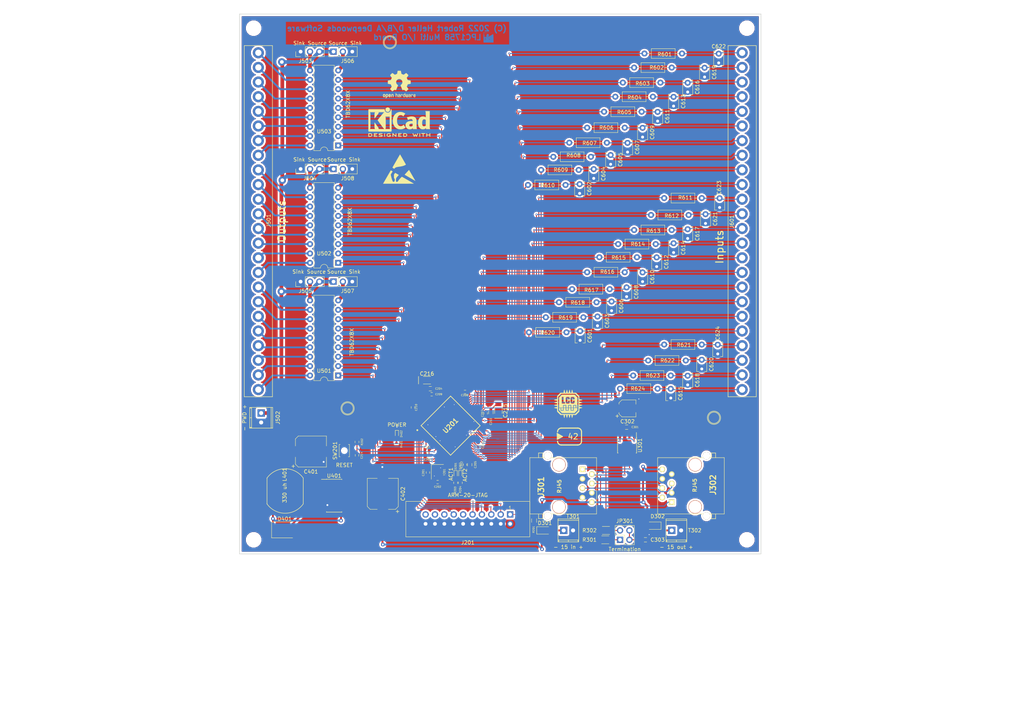
<source format=kicad_pcb>
(kicad_pcb (version 4) (host pcbnew 4.0.7+dfsg1-1ubuntu2)
  (layers (0 F.Cu signal) (31 B.Cu signal) (34 B.Paste user) (35 F.Paste user) (36 B.SilkS user) (37 F.SilkS user) (38 B.Mask user) (39 F.Mask user) (44 Edge.Cuts user))
  (net 0 "")
  (net 1 "Net-(C201-Pad1)")
  (net 2 GND)
  (net 3 "Net-(C202-Pad1)")
  (net 4 "Net-(U201-Pad11)")
  (net 5 "Net-(U201-Pad13)")
  (net 6 "Net-(U201-Pad15)")
  (net 7 "Net-(U201-Pad16)")
  (net 8 +3V3)
  (net 9 "Net-(C303-Pad1)")
  (net 10 "CAN +12V")
  (net 11 "Net-(D301-Pad2)")
  (net 12 "Net-(D302-Pad1)")
  (net 13 "Net-(D401-Pad1)")
  (net 14 "/CAN Transceiver/CANH")
  (net 15 "/CAN Transceiver/CANL")
  (net 16 "Net-(J301-Pad4)")
  (net 17 "Net-(J301-Pad5)")
  (net 18 "Net-(JP301-Pad1)")
  (net 19 "Net-(JP301-Pad2)")
  (net 20 "/CAN Transceiver/CAN_RX")
  (net 21 "/CAN Transceiver/CAN_TX")
  (net 22 "Net-(U301-Pad5)")
  (net 23 "Net-(U301-Pad8)")
  (net 24 "Net-(U401-Pad1)")
  (net 25 "Net-(U401-Pad2)")
  (net 26 "Net-(U401-Pad7)")
  (net 27 "Net-(U401-Pad8)")
  (net 28 "Net-(U401-Pad9)")
  (net 29 "Net-(U401-Pad11)")
  (net 30 "Net-(U401-Pad13)")
  (net 31 "Net-(U401-Pad14)")
  (net 32 "Net-(J201-Pad1)")
  (net 33 "Net-(J201-Pad3)")
  (net 34 "Net-(J201-Pad5)")
  (net 35 "Net-(J201-Pad7)")
  (net 36 "Net-(J201-Pad9)")
  (net 37 "Net-(J201-Pad11)")
  (net 38 "Net-(J201-Pad13)")
  (net 39 "Net-(J201-Pad15)")
  (net 40 "Net-(J201-Pad17)")
  (net 41 "Net-(J201-Pad19)")
  (net 42 "Net-(J501-Pad1)")
  (net 43 "Net-(J501-Pad2)")
  (net 44 "Net-(J501-Pad3)")
  (net 45 "Net-(J501-Pad4)")
  (net 46 "Net-(J501-Pad5)")
  (net 47 "Net-(J501-Pad6)")
  (net 48 "Net-(J501-Pad7)")
  (net 49 "Net-(J501-Pad8)")
  (net 50 "Net-(J501-Pad9)")
  (net 51 "Net-(J501-Pad10)")
  (net 52 "Net-(J501-Pad11)")
  (net 53 "Net-(J501-Pad12)")
  (net 54 "Net-(J501-Pad13)")
  (net 55 "Net-(J501-Pad14)")
  (net 56 "Net-(J501-Pad15)")
  (net 57 "Net-(J501-Pad16)")
  (net 58 "Net-(J501-Pad17)")
  (net 59 "Net-(J501-Pad18)")
  (net 60 "Net-(J501-Pad19)")
  (net 61 "Net-(J501-Pad20)")
  (net 62 "Net-(J501-Pad21)")
  (net 63 "Net-(J501-Pad22)")
  (net 64 "Net-(J501-Pad23)")
  (net 65 "Net-(J501-Pad24)")
  (net 66 "Net-(C601-Pad1)")
  (net 67 "Net-(C602-Pad1)")
  (net 68 "Net-(C603-Pad1)")
  (net 69 "Net-(C604-Pad1)")
  (net 70 "Net-(C605-Pad1)")
  (net 71 "Net-(C606-Pad1)")
  (net 72 "Net-(C607-Pad1)")
  (net 73 "Net-(C608-Pad1)")
  (net 74 "Net-(C610-Pad1)")
  (net 75 "Net-(C611-Pad1)")
  (net 76 "Net-(C612-Pad1)")
  (net 77 "Net-(C613-Pad1)")
  (net 78 "Net-(C614-Pad1)")
  (net 79 "Net-(C615-Pad1)")
  (net 80 "Net-(C616-Pad1)")
  (net 81 "Net-(C617-Pad1)")
  (net 82 "Net-(C618-Pad1)")
  (net 83 "Net-(C619-Pad1)")
  (net 84 "Net-(C620-Pad1)")
  (net 85 "Net-(C621-Pad1)")
  (net 86 "Net-(C622-Pad1)")
  (net 87 "Net-(C623-Pad1)")
  (net 88 "Net-(C624-Pad1)")
  (net 89 "/Micro Processor Unit/C0P0B0")
  (net 90 "/Micro Processor Unit/C0P0B1")
  (net 91 "/Micro Processor Unit/C0P0B2")
  (net 92 "/Micro Processor Unit/C0P0B3")
  (net 93 "/Micro Processor Unit/C0P0B4")
  (net 94 "/Micro Processor Unit/C0P0B5")
  (net 95 "/Micro Processor Unit/C0P0B7")
  (net 96 "/Micro Processor Unit/C0P1B0")
  (net 97 "/Micro Processor Unit/C0P1B1")
  (net 98 "/Micro Processor Unit/C0P1B2")
  (net 99 "/Micro Processor Unit/C0P1B3")
  (net 100 "/Micro Processor Unit/C0P1B4")
  (net 101 "/Micro Processor Unit/C0P1B5")
  (net 102 "/Micro Processor Unit/C0P1B6")
  (net 103 "/Micro Processor Unit/C0P1B7")
  (net 104 "/Micro Processor Unit/C0P2B0")
  (net 105 "/Micro Processor Unit/C0P2B1")
  (net 106 "/Micro Processor Unit/C0P2B2")
  (net 107 "/Micro Processor Unit/C0P2B3")
  (net 108 "/Micro Processor Unit/C0P2B4")
  (net 109 "/Micro Processor Unit/C0P2B5")
  (net 110 "/Micro Processor Unit/C0P2B6")
  (net 111 "/Micro Processor Unit/C0P2B7")
  (net 112 "/Micro Processor Unit/C1P0B3")
  (net 113 "/Micro Processor Unit/C1P0B2")
  (net 114 "/Micro Processor Unit/C1P0B1")
  (net 115 "/Micro Processor Unit/C1P0B0")
  (net 116 "/Micro Processor Unit/C0P0B6")
  (net 117 "/Micro Processor Unit/C1P2B7")
  (net 118 "/Micro Processor Unit/C1P2B6")
  (net 119 "/Micro Processor Unit/C1P2B5")
  (net 120 "/Micro Processor Unit/C1P2B4")
  (net 121 "/Micro Processor Unit/C1P2B3")
  (net 122 "/Micro Processor Unit/C1P2B2")
  (net 123 "/Micro Processor Unit/C1P2B1")
  (net 124 "/Micro Processor Unit/C1P2B0")
  (net 125 "/Micro Processor Unit/C1P1B7")
  (net 126 "/Micro Processor Unit/C1P1B6")
  (net 127 "/Micro Processor Unit/C1P1B5")
  (net 128 "/Micro Processor Unit/C1P1B4")
  (net 129 "/Micro Processor Unit/C1P1B3")
  (net 130 "/Micro Processor Unit/C1P1B2")
  (net 131 "/Micro Processor Unit/C1P1B1")
  (net 132 "/Micro Processor Unit/C1P1B0")
  (net 133 "/Micro Processor Unit/C1P0B7")
  (net 134 "/Micro Processor Unit/C1P0B6")
  (net 135 "/Micro Processor Unit/C1P0B5")
  (net 136 "/Micro Processor Unit/C1P0B4")
  (net 137 "Net-(C609-Pad1)")
  (net 138 +VDC)
  (net 139 "Net-(J503-Pad2)")
  (net 140 "Net-(J504-Pad2)")
  (net 141 "Net-(J505-Pad2)")
  (net 142 "Net-(J506-Pad2)")
  (net 143 "Net-(J507-Pad2)")
  (net 144 "Net-(J508-Pad2)")
  (net 145 "Net-(C214-Pad1)")
  (net 146 "Net-(D402-Pad2)")
  (net 147 "Net-(D201-Pad2)")
  (net 148 "Net-(D201-Pad1)")
  (net 149 "Net-(D202-Pad2)")
  (net 150 "Net-(D202-Pad1)")
  (module Capacitors_SMD:C_0402 (layer F.Cu) (at 125.857 138.007 270)
    (fp_text reference C201 (at 0.042 1.27 270) (layer F.SilkS) (effects (font (size 0.5 0.5) (thickness 0.075))))
    (fp_text value "18 pF")
    (pad 1 smd rect (at -0.55 0 270) (size 0.6 0.5) (layers F.Cu F.Paste F.Mask) (net 1 "Net-(C201-Pad1)"))
    (pad 2 smd rect (at 0.55 0 270) (size 0.6 0.5) (layers F.Cu F.Paste F.Mask) (net 2 GND))
  )
  (module Capacitors_SMD:C_0402 (layer F.Cu) (at 128.482 140.589 180)
    (fp_text reference C202 (at 0 -1.27 180) (layer F.SilkS) (effects (font (size 0.5 0.5) (thickness 0.075))))
    (fp_text value 18pf)
    (pad 1 smd rect (at -0.55 0 180) (size 0.6 0.5) (layers F.Cu F.Paste F.Mask) (net 3 "Net-(C202-Pad1)"))
    (pad 2 smd rect (at 0.55 0 180) (size 0.6 0.5) (layers F.Cu F.Paste F.Mask) (net 2 GND))
  )
  (module QFP50:QFP50P1400X1400X160-80N (layer F.Cu) (at 131.9911 125.3236 45)
    (fp_text reference U201 (at 0 0 45) (layer F.SilkS) (effects (font (size 1.27 1.27) (thickness 0.254))))
    (fp_text value "LPC1758FBD80K ")
    (pad 1 smd rect (at -6.738 -4.75 135) (size 0.3 1.475) (layers F.Cu F.Paste F.Mask) (net 38 "Net-(J201-Pad13)"))
    (pad 2 smd rect (at -6.738 -4.25 135) (size 0.3 1.475) (layers F.Cu F.Paste F.Mask) (net 34 "Net-(J201-Pad5)"))
    (pad 3 smd rect (at -6.738 -3.75 135) (size 0.3 1.475) (layers F.Cu F.Paste F.Mask) (net 35 "Net-(J201-Pad7)"))
    (pad 4 smd rect (at -6.738 -3.25 135) (size 0.3 1.475) (layers F.Cu F.Paste F.Mask) (net 33 "Net-(J201-Pad3)"))
    (pad 5 smd rect (at -6.738 -2.75 135) (size 0.3 1.475) (layers F.Cu F.Paste F.Mask) (net 36 "Net-(J201-Pad9)"))
    (pad 6 smd rect (at -6.738 -2.25 135) (size 0.3 1.475) (layers F.Cu F.Paste F.Mask) (net 112 "/Micro Processor Unit/C1P0B3"))
    (pad 7 smd rect (at -6.738 -1.75 135) (size 0.3 1.475) (layers F.Cu F.Paste F.Mask) (net 113 "/Micro Processor Unit/C1P0B2"))
    (pad 8 smd rect (at -6.738 -1.25 135) (size 0.3 1.475) (layers F.Cu F.Paste F.Mask) (net 8 +3V3))
    (pad 9 smd rect (at -6.738 -0.75 135) (size 0.3 1.475) (layers F.Cu F.Paste F.Mask) (net 2 GND))
    (pad 10 smd rect (at -6.738 -0.25 135) (size 0.3 1.475) (layers F.Cu F.Paste F.Mask) (net 8 +3V3))
    (pad 11 smd rect (at -6.738 0.25 135) (size 0.3 1.475) (layers F.Cu F.Paste F.Mask) (net 4 "Net-(U201-Pad11)"))
    (pad 12 smd rect (at -6.738 0.75 135) (size 0.3 1.475) (layers F.Cu F.Paste F.Mask) (net 2 GND))
    (pad 13 smd rect (at -6.738 1.25 135) (size 0.3 1.475) (layers F.Cu F.Paste F.Mask) (net 5 "Net-(U201-Pad13)"))
    (pad 14 smd rect (at -6.738 1.75 135) (size 0.3 1.475) (layers F.Cu F.Paste F.Mask) (net 145 "Net-(C214-Pad1)"))
    (pad 15 smd rect (at -6.738 2.25 135) (size 0.3 1.475) (layers F.Cu F.Paste F.Mask) (net 6 "Net-(U201-Pad15)"))
    (pad 16 smd rect (at -6.738 2.75 135) (size 0.3 1.475) (layers F.Cu F.Paste F.Mask) (net 7 "Net-(U201-Pad16)"))
    (pad 17 smd rect (at -6.738 3.25 135) (size 0.3 1.475) (layers F.Cu F.Paste F.Mask) (net 114 "/Micro Processor Unit/C1P0B1"))
    (pad 18 smd rect (at -6.738 3.75 135) (size 0.3 1.475) (layers F.Cu F.Paste F.Mask) (net 115 "/Micro Processor Unit/C1P0B0"))
    (pad 19 smd rect (at -6.738 4.25 135) (size 0.3 1.475) (layers F.Cu F.Paste F.Mask) (net 1 "Net-(C201-Pad1)"))
    (pad 20 smd rect (at -6.738 4.75 135) (size 0.3 1.475) (layers F.Cu F.Paste F.Mask) (net 3 "Net-(C202-Pad1)"))
    (pad 21 smd rect (at -4.75 6.738 45) (size 0.3 1.475) (layers F.Cu F.Paste F.Mask) (net 8 +3V3))
    (pad 22 smd rect (at -4.25 6.738 45) (size 0.3 1.475) (layers F.Cu F.Paste F.Mask) (net 148 "Net-(D201-Pad1)"))
    (pad 23 smd rect (at -3.75 6.738 45) (size 0.3 1.475) (layers F.Cu F.Paste F.Mask) (net 150 "Net-(D202-Pad1)"))
    (pad 24 smd rect (at -3.25 6.738 45) (size 0.3 1.475) (layers F.Cu F.Paste F.Mask) (net 2 GND))
    (pad 25 smd rect (at -2.75 6.738 45) (size 0.3 1.475) (layers F.Cu F.Paste F.Mask) (net 89 "/Micro Processor Unit/C0P0B0"))
    (pad 26 smd rect (at -2.25 6.738 45) (size 0.3 1.475) (layers F.Cu F.Paste F.Mask) (net 90 "/Micro Processor Unit/C0P0B1"))
    (pad 27 smd rect (at -1.75 6.738 45) (size 0.3 1.475) (layers F.Cu F.Paste F.Mask) (net 91 "/Micro Processor Unit/C0P0B2"))
    (pad 28 smd rect (at -1.25 6.738 45) (size 0.3 1.475) (layers F.Cu F.Paste F.Mask) (net 92 "/Micro Processor Unit/C0P0B3"))
    (pad 29 smd rect (at -0.75 6.738 45) (size 0.3 1.475) (layers F.Cu F.Paste F.Mask) (net 93 "/Micro Processor Unit/C0P0B4"))
    (pad 30 smd rect (at -0.25 6.738 45) (size 0.3 1.475) (layers F.Cu F.Paste F.Mask) (net 94 "/Micro Processor Unit/C0P0B5"))
    (pad 31 smd rect (at 0.25 6.738 45) (size 0.3 1.475) (layers F.Cu F.Paste F.Mask) (net 116 "/Micro Processor Unit/C0P0B6"))
    (pad 32 smd rect (at 0.75 6.738 45) (size 0.3 1.475) (layers F.Cu F.Paste F.Mask) (net 95 "/Micro Processor Unit/C0P0B7"))
    (pad 33 smd rect (at 1.25 6.738 45) (size 0.3 1.475) (layers F.Cu F.Paste F.Mask) (net 2 GND))
    (pad 34 smd rect (at 1.75 6.738 45) (size 0.3 1.475) (layers F.Cu F.Paste F.Mask) (net 8 +3V3))
    (pad 35 smd rect (at 2.25 6.738 45) (size 0.3 1.475) (layers F.Cu F.Paste F.Mask) (net 96 "/Micro Processor Unit/C0P1B0"))
    (pad 36 smd rect (at 2.75 6.738 45) (size 0.3 1.475) (layers F.Cu F.Paste F.Mask) (net 97 "/Micro Processor Unit/C0P1B1"))
    (pad 37 smd rect (at 3.25 6.738 45) (size 0.3 1.475) (layers F.Cu F.Paste F.Mask) (net 20 "/CAN Transceiver/CAN_RX"))
    (pad 38 smd rect (at 3.75 6.738 45) (size 0.3 1.475) (layers F.Cu F.Paste F.Mask) (net 21 "/CAN Transceiver/CAN_TX"))
    (pad 39 smd rect (at 4.25 6.738 45) (size 0.3 1.475) (layers F.Cu F.Paste F.Mask) (net 98 "/Micro Processor Unit/C0P1B2"))
    (pad 40 smd rect (at 4.75 6.738 45) (size 0.3 1.475) (layers F.Cu F.Paste F.Mask) (net 99 "/Micro Processor Unit/C0P1B3"))
    (pad 41 smd rect (at 6.738 4.75 135) (size 0.3 1.475) (layers F.Cu F.Paste F.Mask) (net 100 "/Micro Processor Unit/C0P1B4"))
    (pad 42 smd rect (at 6.738 4.25 135) (size 0.3 1.475) (layers F.Cu F.Paste F.Mask) (net 8 +3V3))
    (pad 43 smd rect (at 6.738 3.75 135) (size 0.3 1.475) (layers F.Cu F.Paste F.Mask) (net 2 GND))
    (pad 44 smd rect (at 6.738 3.25 135) (size 0.3 1.475) (layers F.Cu F.Paste F.Mask) (net 101 "/Micro Processor Unit/C0P1B5"))
    (pad 45 smd rect (at 6.738 2.75 135) (size 0.3 1.475) (layers F.Cu F.Paste F.Mask) (net 102 "/Micro Processor Unit/C0P1B6"))
    (pad 46 smd rect (at 6.738 2.25 135) (size 0.3 1.475) (layers F.Cu F.Paste F.Mask) (net 103 "/Micro Processor Unit/C0P1B7"))
    (pad 47 smd rect (at 6.738 1.75 135) (size 0.3 1.475) (layers F.Cu F.Paste F.Mask) (net 104 "/Micro Processor Unit/C0P2B0"))
    (pad 48 smd rect (at 6.738 1.25 135) (size 0.3 1.475) (layers F.Cu F.Paste F.Mask) (net 105 "/Micro Processor Unit/C0P2B1"))
    (pad 49 smd rect (at 6.738 0.75 135) (size 0.3 1.475) (layers F.Cu F.Paste F.Mask) (net 106 "/Micro Processor Unit/C0P2B2"))
    (pad 50 smd rect (at 6.738 0.25 135) (size 0.3 1.475) (layers F.Cu F.Paste F.Mask) (net 107 "/Micro Processor Unit/C0P2B3"))
    (pad 51 smd rect (at 6.738 -0.25 135) (size 0.3 1.475) (layers F.Cu F.Paste F.Mask) (net 108 "/Micro Processor Unit/C0P2B4"))
    (pad 52 smd rect (at 6.738 -0.75 135) (size 0.3 1.475) (layers F.Cu F.Paste F.Mask) (net 109 "/Micro Processor Unit/C0P2B5"))
    (pad 53 smd rect (at 6.738 -1.25 135) (size 0.3 1.475) (layers F.Cu F.Paste F.Mask) (net 110 "/Micro Processor Unit/C0P2B6"))
    (pad 54 smd rect (at 6.738 -1.75 135) (size 0.3 1.475) (layers F.Cu F.Paste F.Mask) (net 111 "/Micro Processor Unit/C0P2B7"))
    (pad 55 smd rect (at 6.738 -2.25 135) (size 0.3 1.475) (layers F.Cu F.Paste F.Mask) (net 117 "/Micro Processor Unit/C1P2B7"))
    (pad 56 smd rect (at 6.738 -2.75 135) (size 0.3 1.475) (layers F.Cu F.Paste F.Mask) (net 8 +3V3))
    (pad 57 smd rect (at 6.738 -3.25 135) (size 0.3 1.475) (layers F.Cu F.Paste F.Mask) (net 2 GND))
    (pad 58 smd rect (at 6.738 -3.75 135) (size 0.3 1.475) (layers F.Cu F.Paste F.Mask) (net 118 "/Micro Processor Unit/C1P2B6"))
    (pad 59 smd rect (at 6.738 -4.25 135) (size 0.3 1.475) (layers F.Cu F.Paste F.Mask) (net 119 "/Micro Processor Unit/C1P2B5"))
    (pad 60 smd rect (at 6.738 -4.75 135) (size 0.3 1.475) (layers F.Cu F.Paste F.Mask) (net 120 "/Micro Processor Unit/C1P2B4"))
    (pad 61 smd rect (at 4.75 -6.738 45) (size 0.3 1.475) (layers F.Cu F.Paste F.Mask) (net 121 "/Micro Processor Unit/C1P2B3"))
    (pad 62 smd rect (at 4.25 -6.738 45) (size 0.3 1.475) (layers F.Cu F.Paste F.Mask) (net 122 "/Micro Processor Unit/C1P2B2"))
    (pad 63 smd rect (at 3.75 -6.738 45) (size 0.3 1.475) (layers F.Cu F.Paste F.Mask) (net 123 "/Micro Processor Unit/C1P2B1"))
    (pad 64 smd rect (at 3.25 -6.738 45) (size 0.3 1.475) (layers F.Cu F.Paste F.Mask) (net 124 "/Micro Processor Unit/C1P2B0"))
    (pad 65 smd rect (at 2.75 -6.738 45) (size 0.3 1.475) (layers F.Cu F.Paste F.Mask) (net 125 "/Micro Processor Unit/C1P1B7"))
    (pad 66 smd rect (at 2.25 -6.738 45) (size 0.3 1.475) (layers F.Cu F.Paste F.Mask) (net 2 GND))
    (pad 67 smd rect (at 1.75 -6.738 45) (size 0.3 1.475) (layers F.Cu F.Paste F.Mask) (net 8 +3V3))
    (pad 68 smd rect (at 1.25 -6.738 45) (size 0.3 1.475) (layers F.Cu F.Paste F.Mask) (net 126 "/Micro Processor Unit/C1P1B6"))
    (pad 69 smd rect (at 0.75 -6.738 45) (size 0.3 1.475) (layers F.Cu F.Paste F.Mask) (net 127 "/Micro Processor Unit/C1P1B5"))
    (pad 70 smd rect (at 0.25 -6.738 45) (size 0.3 1.475) (layers F.Cu F.Paste F.Mask) (net 128 "/Micro Processor Unit/C1P1B4"))
    (pad 71 smd rect (at -0.25 -6.738 45) (size 0.3 1.475) (layers F.Cu F.Paste F.Mask) (net 129 "/Micro Processor Unit/C1P1B3"))
    (pad 72 smd rect (at -0.75 -6.738 45) (size 0.3 1.475) (layers F.Cu F.Paste F.Mask) (net 130 "/Micro Processor Unit/C1P1B2"))
    (pad 73 smd rect (at -1.25 -6.738 45) (size 0.3 1.475) (layers F.Cu F.Paste F.Mask) (net 131 "/Micro Processor Unit/C1P1B1"))
    (pad 74 smd rect (at -1.75 -6.738 45) (size 0.3 1.475) (layers F.Cu F.Paste F.Mask) (net 132 "/Micro Processor Unit/C1P1B0"))
    (pad 75 smd rect (at -2.25 -6.738 45) (size 0.3 1.475) (layers F.Cu F.Paste F.Mask) (net 133 "/Micro Processor Unit/C1P0B7"))
    (pad 76 smd rect (at -2.75 -6.738 45) (size 0.3 1.475) (layers F.Cu F.Paste F.Mask) (net 134 "/Micro Processor Unit/C1P0B6"))
    (pad 77 smd rect (at -3.25 -6.738 45) (size 0.3 1.475) (layers F.Cu F.Paste F.Mask) (net 8 +3V3))
    (pad 78 smd rect (at -3.75 -6.738 45) (size 0.3 1.475) (layers F.Cu F.Paste F.Mask) (net 2 GND))
    (pad 79 smd rect (at -4.25 -6.738 45) (size 0.3 1.475) (layers F.Cu F.Paste F.Mask) (net 135 "/Micro Processor Unit/C1P0B5"))
    (pad 80 smd rect (at -4.75 -6.738 45) (size 0.3 1.475) (layers F.Cu F.Paste F.Mask) (net 136 "/Micro Processor Unit/C1P0B4"))
  )
  (module Crystals:Crystal_SMD_Abracon_ABM8G-4pin_3.2x2.5mm (layer F.Cu) (at 128.436 137.838 270)
    (fp_text reference Y201 (at 0.084 -1.866 270) (layer F.SilkS) (effects (font (size 0.5 0.5) (thickness 0.075))))
    (fp_text value 25MHZ)
    (pad 1 smd rect (at -1.1 0.85 270) (size 1.4 1.2) (layers F.Cu F.Paste F.Mask) (net 1 "Net-(C201-Pad1)"))
    (pad 2 smd rect (at 1.1 0.85 270) (size 1.4 1.2) (layers F.Cu F.Paste F.Mask) (net 2 GND))
    (pad 3 smd rect (at 1.1 -0.85 270) (size 1.4 1.2) (layers F.Cu F.Paste F.Mask) (net 3 "Net-(C202-Pad1)"))
    (pad 4 smd rect (at -1.1 -0.85 270) (size 1.4 1.2) (layers F.Cu F.Paste F.Mask) (net 2 GND))
  )
  (module Capacitors_SMD:C_0603 (layer F.Cu) (at 179.59 125.73)
    (fp_text reference C301 (at 2.274 0) (layer F.SilkS) (effects (font (size 0.5 0.5) (thickness 0.075))))
    (fp_text value ".1 uf")
    (pad 2 smd rect (at 0.75 0) (size 0.8 0.75) (layers F.Cu F.Paste F.Mask) (net 2 GND))
    (pad 1 smd rect (at -0.75 0) (size 0.8 0.75) (layers F.Cu F.Paste F.Mask) (net 8 +3V3))
  )
  (module Capacitors_SMD:CP_Elec_4x5.7 (layer F.Cu) (at 179.81 120.65)
    (fp_text reference C302 (at 0 3.54) (layer F.SilkS))
    (fp_text value "15 uf 15V")
    (fp_text user + (at -2.77 2.01) (layer F.SilkS))
    (pad 1 smd rect (at -1.8 0 180) (size 2.6 1.6) (layers F.Cu F.Paste F.Mask) (net 8 +3V3))
    (pad 2 smd rect (at 1.8 0 180) (size 2.6 1.6) (layers F.Cu F.Paste F.Mask) (net 2 GND))
  )
  (module Capacitors_SMD:C_0603 (layer F.Cu) (at 184.67 156.21)
    (fp_text reference C303 (at 3.29 0) (layer F.SilkS))
    (fp_text value "47 nf")
    (pad 2 smd rect (at 0.75 0) (size 0.8 0.75) (layers F.Cu F.Paste F.Mask) (net 2 GND))
    (pad 1 smd rect (at -0.75 0) (size 0.8 0.75) (layers F.Cu F.Paste F.Mask) (net 9 "Net-(C303-Pad1)"))
  )
  (module Capacitors_SMD:CP_Elec_8x10 (layer F.Cu) (at 94.232 132.334)
    (fp_text reference C401 (at 0 5.45) (layer F.SilkS))
    (fp_text value "220 uf 25V")
    (fp_text user + (at -4.78 3.9) (layer F.SilkS))
    (pad 1 smd rect (at -3.05 0 180) (size 4 2.5) (layers F.Cu F.Paste F.Mask) (net 8 +3V3))
    (pad 2 smd rect (at 3.05 0 180) (size 4 2.5) (layers F.Cu F.Paste F.Mask) (net 2 GND))
  )
  (module Capacitors_SMD:CP_Elec_8x10 (layer F.Cu) (at 113.665 143.766 90)
    (fp_text reference C402 (at 0 5.45 90) (layer F.SilkS))
    (fp_text value "22 uf 100V")
    (fp_text user + (at -4.78 3.9 90) (layer F.SilkS))
    (pad 1 smd rect (at -3.05 0 270) (size 4 2.5) (layers F.Cu F.Paste F.Mask) (net 10 "CAN +12V"))
    (pad 2 smd rect (at 3.05 0 270) (size 4 2.5) (layers F.Cu F.Paste F.Mask) (net 2 GND))
  )
  (module Diodes_SMD:D_PowerDI-123 (layer F.Cu) (at 157.48 153.67)
    (fp_text reference D301 (at 0 -2) (layer F.SilkS))
    (fp_text value DFLS240-7)
    (pad 1 smd rect (at -0.85 0 180) (size 2.4 1.5) (layers F.Cu F.Paste F.Mask) (net 10 "CAN +12V"))
    (pad 2 smd rect (at 1.525 0 180) (size 1.05 1.5) (layers F.Cu F.Paste F.Mask) (net 11 "Net-(D301-Pad2)"))
  )
  (module Diodes_SMD:D_PowerDI-123 (layer F.Cu) (at 186.69 152.4 180)
    (fp_text reference D302 (at -1.27 2.54 180) (layer F.SilkS))
    (fp_text value DFLS240-7)
    (pad 1 smd rect (at -0.85 0) (size 2.4 1.5) (layers F.Cu F.Paste F.Mask) (net 12 "Net-(D302-Pad1)"))
    (pad 2 smd rect (at 1.525 0) (size 1.05 1.5) (layers F.Cu F.Paste F.Mask) (net 10 "CAN +12V"))
  )
  (module Diodes_SMD:D_SMB (layer F.Cu) (at 87.131 153.543)
    (fp_text reference D401 (at 0 -3) (layer F.SilkS))
    (fp_text value "CMSH1-60 TR13")
    (pad 1 smd rect (at -2.15 0) (size 2.5 2.3) (layers F.Cu F.Paste F.Mask) (net 13 "Net-(D401-Pad1)"))
    (pad 2 smd rect (at 2.15 0) (size 2.5 2.3) (layers F.Cu F.Paste F.Mask) (net 2 GND))
  )
  (module RJ45-8N-S:RJ45_8N-S (layer F.Cu) (at 161.29 141.605 270)
    (fp_text reference J301 (at 0.254 4.826 270) (layer F.SilkS) (effects (font (thickness 0.3048))))
    (fp_text value RJ45 (at 0.14224 -0.1016 270) (layer F.SilkS) (effects (font (size 1.00076 1.00076) (thickness 0.2032))))
    (pad "" np_thru_hole circle (at 5.715 0 270) (size 3.64998 3.64998) (drill 3.2512) (layers *.Cu *.SilkS *.Mask))
    (pad "" np_thru_hole circle (at -5.715 0 270) (size 3.64998 3.64998) (drill 3.2512) (layers *.Cu *.SilkS *.Mask))
    (pad 1 thru_hole rect (at -4.445 -6.35 270) (size 1.50114 1.50114) (drill 0.89916) (layers *.Cu *.Mask F.SilkS) (net 14 "/CAN Transceiver/CANH"))
    (pad 2 thru_hole circle (at -3.175 -8.89 270) (size 1.50114 1.50114) (drill 0.89916) (layers *.Cu *.Mask F.SilkS) (net 15 "/CAN Transceiver/CANL"))
    (pad 3 thru_hole circle (at -1.905 -6.35 270) (size 1.50114 1.50114) (drill 0.89916) (layers *.Cu *.Mask F.SilkS) (net 2 GND))
    (pad 4 thru_hole circle (at -0.635 -8.89 270) (size 1.50114 1.50114) (drill 0.89916) (layers *.Cu *.Mask F.SilkS) (net 16 "Net-(J301-Pad4)"))
    (pad 5 thru_hole circle (at 0.635 -6.35 270) (size 1.50114 1.50114) (drill 0.89916) (layers *.Cu *.Mask F.SilkS) (net 17 "Net-(J301-Pad5)"))
    (pad 6 thru_hole circle (at 1.905 -8.89 270) (size 1.50114 1.50114) (drill 0.89916) (layers *.Cu *.Mask F.SilkS) (net 2 GND))
    (pad 7 thru_hole circle (at 3.175 -6.35 270) (size 1.50114 1.50114) (drill 0.89916) (layers *.Cu *.Mask F.SilkS) (net 2 GND))
    (pad 8 thru_hole circle (at 4.445 -8.89 270) (size 1.50114 1.50114) (drill 0.89916) (layers *.Cu *.Mask F.SilkS) (net 10 "CAN +12V"))
    (pad "" thru_hole circle (at -8.128 3.048 270) (size 1.9304 1.9304) (drill 1.9304) (layers *.Cu *.Mask F.SilkS))
    (pad "" thru_hole circle (at 8.128 3.048 270) (size 1.9304 1.9304) (drill 1.9304) (layers *.Cu *.Mask F.SilkS))
  )
  (module RJ45-8N-S:RJ45_8N-S (layer F.Cu) (at 198.12 141.605 90)
    (fp_text reference J302 (at 0.254 4.826 90) (layer F.SilkS) (effects (font (thickness 0.3048))))
    (fp_text value RJ45 (at 0.14224 -0.1016 90) (layer F.SilkS) (effects (font (size 1.00076 1.00076) (thickness 0.2032))))
    (pad "" np_thru_hole circle (at 5.715 0 90) (size 3.64998 3.64998) (drill 3.2512) (layers *.Cu *.SilkS *.Mask))
    (pad "" np_thru_hole circle (at -5.715 0 90) (size 3.64998 3.64998) (drill 3.2512) (layers *.Cu *.SilkS *.Mask))
    (pad 1 thru_hole rect (at -4.445 -6.35 90) (size 1.50114 1.50114) (drill 0.89916) (layers *.Cu *.Mask F.SilkS) (net 14 "/CAN Transceiver/CANH"))
    (pad 2 thru_hole circle (at -3.175 -8.89 90) (size 1.50114 1.50114) (drill 0.89916) (layers *.Cu *.Mask F.SilkS) (net 15 "/CAN Transceiver/CANL"))
    (pad 3 thru_hole circle (at -1.905 -6.35 90) (size 1.50114 1.50114) (drill 0.89916) (layers *.Cu *.Mask F.SilkS) (net 2 GND))
    (pad 4 thru_hole circle (at -0.635 -8.89 90) (size 1.50114 1.50114) (drill 0.89916) (layers *.Cu *.Mask F.SilkS) (net 16 "Net-(J301-Pad4)"))
    (pad 5 thru_hole circle (at 0.635 -6.35 90) (size 1.50114 1.50114) (drill 0.89916) (layers *.Cu *.Mask F.SilkS) (net 17 "Net-(J301-Pad5)"))
    (pad 6 thru_hole circle (at 1.905 -8.89 90) (size 1.50114 1.50114) (drill 0.89916) (layers *.Cu *.Mask F.SilkS) (net 2 GND))
    (pad 7 thru_hole circle (at 3.175 -6.35 90) (size 1.50114 1.50114) (drill 0.89916) (layers *.Cu *.Mask F.SilkS) (net 2 GND))
    (pad 8 thru_hole circle (at 4.445 -8.89 90) (size 1.50114 1.50114) (drill 0.89916) (layers *.Cu *.Mask F.SilkS) (net 10 "CAN +12V"))
    (pad "" thru_hole circle (at -8.128 3.048 90) (size 1.9304 1.9304) (drill 1.9304) (layers *.Cu *.Mask F.SilkS))
    (pad "" thru_hole circle (at 8.128 3.048 90) (size 1.9304 1.9304) (drill 1.9304) (layers *.Cu *.Mask F.SilkS))
  )
  (module Pin_Headers:Pin_Header_Straight_2x02_Pitch2.54mm (layer F.Cu) (at 177.8 156.21 90)
    (fp_text reference JP301 (at 5.08 1.27 180) (layer F.SilkS))
    (fp_text value Termination (at -2.54 1.27 180) (layer F.SilkS))
    (pad 1 thru_hole rect (at 0 0 90) (size 1.7 1.7) (drill 1) (layers *.Cu *.Mask) (net 18 "Net-(JP301-Pad1)"))
    (pad 2 thru_hole oval (at 2.54 0 90) (size 1.7 1.7) (drill 1) (layers *.Cu *.Mask) (net 19 "Net-(JP301-Pad2)"))
    (pad 3 thru_hole oval (at 0 2.54 90) (size 1.7 1.7) (drill 1) (layers *.Cu *.Mask) (net 9 "Net-(C303-Pad1)"))
    (pad 4 thru_hole oval (at 2.54 2.54 90) (size 1.7 1.7) (drill 1) (layers *.Cu *.Mask) (net 9 "Net-(C303-Pad1)"))
  )
  (module SRN1060:SRN1060 (layer F.Cu) (at 87.251 143.002)
    (fp_text reference L401 (at -0.129 -4.445 90) (layer F.SilkS))
    (fp_text value "330 uh" (at -0.129 0.508 90) (layer F.SilkS))
    (pad 1 smd rect (at -3.3 0) (size 3.5 10.2) (layers F.Cu F.Paste F.Mask) (net 13 "Net-(D401-Pad1)"))
    (pad 2 smd rect (at 3.3 0) (size 3.5 10.2) (layers F.Cu F.Paste F.Mask) (net 8 +3V3))
  )
  (module Resistors_SMD:R_1206 (layer F.Cu) (at 173.81 156.21)
    (fp_text reference R301 (at -4.265 0) (layer F.SilkS))
    (fp_text value "60 Ohms")
    (pad 1 smd rect (at -1.45 0) (size 0.9 1.7) (layers F.Cu F.Paste F.Mask) (net 14 "/CAN Transceiver/CANH"))
    (pad 2 smd rect (at 1.45 0) (size 0.9 1.7) (layers F.Cu F.Paste F.Mask) (net 18 "Net-(JP301-Pad1)"))
  )
  (module Resistors_SMD:R_1206 (layer F.Cu) (at 173.99 153.67)
    (fp_text reference R302 (at -4.445 0) (layer F.SilkS))
    (fp_text value "60 Ohms")
    (pad 1 smd rect (at -1.45 0) (size 0.9 1.7) (layers F.Cu F.Paste F.Mask) (net 15 "/CAN Transceiver/CANL"))
    (pad 2 smd rect (at 1.45 0) (size 0.9 1.7) (layers F.Cu F.Paste F.Mask) (net 19 "Net-(JP301-Pad2)"))
  )
  (module Connectors_Terminal_Blocks:TerminalBlock_Pheonix_MPT-2.54mm_2pol (layer F.Cu) (at 162.56 153.67)
    (fp_text reference T301 (at 2.54 -3.81) (layer F.SilkS))
    (fp_text value "- 15 in +" (at 1.27 4.50088) (layer F.SilkS))
    (pad 2 thru_hole oval (at 2.54 0) (size 1.99898 1.99898) (drill 1.09728) (layers *.Cu *.Mask) (net 2 GND))
    (pad 1 thru_hole rect (at 0 0) (size 1.99898 1.99898) (drill 1.09728) (layers *.Cu *.Mask) (net 11 "Net-(D301-Pad2)"))
  )
  (module Connectors_Terminal_Blocks:TerminalBlock_Pheonix_MPT-2.54mm_2pol (layer F.Cu) (at 191.77 153.67)
    (fp_text reference T302 (at 6.223 0) (layer F.SilkS))
    (fp_text value "- 15 out +" (at 1.27 4.50088) (layer F.SilkS))
    (pad 2 thru_hole oval (at 2.54 0) (size 1.99898 1.99898) (drill 1.09728) (layers *.Cu *.Mask) (net 2 GND))
    (pad 1 thru_hole rect (at 0 0) (size 1.99898 1.99898) (drill 1.09728) (layers *.Cu *.Mask) (net 12 "Net-(D302-Pad1)"))
  )
  (module Housings_SOIC:SOIC-8_3.9x4.9mm_Pitch1.27mm (layer F.Cu) (at 179.705 130.65 270)
    (fp_text reference U301 (at 0 -3.5 270) (layer F.SilkS))
    (fp_text value TCAN332DR)
    (pad 1 smd rect (at -2.7 -1.905 270) (size 1.55 0.6) (layers F.Cu F.Paste F.Mask) (net 21 "/CAN Transceiver/CAN_TX"))
    (pad 2 smd rect (at -2.7 -0.635 270) (size 1.55 0.6) (layers F.Cu F.Paste F.Mask) (net 2 GND))
    (pad 3 smd rect (at -2.7 0.635 270) (size 1.55 0.6) (layers F.Cu F.Paste F.Mask) (net 8 +3V3))
    (pad 4 smd rect (at -2.7 1.905 270) (size 1.55 0.6) (layers F.Cu F.Paste F.Mask) (net 20 "/CAN Transceiver/CAN_RX"))
    (pad 5 smd rect (at 2.7 1.905 270) (size 1.55 0.6) (layers F.Cu F.Paste F.Mask) (net 22 "Net-(U301-Pad5)"))
    (pad 6 smd rect (at 2.7 0.635 270) (size 1.55 0.6) (layers F.Cu F.Paste F.Mask) (net 15 "/CAN Transceiver/CANL"))
    (pad 7 smd rect (at 2.7 -0.635 270) (size 1.55 0.6) (layers F.Cu F.Paste F.Mask) (net 14 "/CAN Transceiver/CANH"))
    (pad 8 smd rect (at 2.7 -1.905 270) (size 1.55 0.6) (layers F.Cu F.Paste F.Mask) (net 23 "Net-(U301-Pad8)"))
  )
  (module SOIC_Wide:SOIC-14_7.4x8.7mm_Pitch1.27mm (layer F.Cu) (at 100.512 144.272)
    (fp_text reference U401 (at 0 -5.375) (layer F.SilkS))
    (fp_text value LM2574N-3.3)
    (pad 1 smd rect (at -4.5 -3.81) (size 1.5 0.6) (layers F.Cu F.Paste F.Mask) (net 24 "Net-(U401-Pad1)"))
    (pad 2 smd rect (at -4.5 -2.54) (size 1.5 0.6) (layers F.Cu F.Paste F.Mask) (net 25 "Net-(U401-Pad2)"))
    (pad 3 smd rect (at -4.5 -1.27) (size 1.5 0.6) (layers F.Cu F.Paste F.Mask) (net 8 +3V3))
    (pad 4 smd rect (at -4.5 0) (size 1.5 0.6) (layers F.Cu F.Paste F.Mask) (net 2 GND))
    (pad 5 smd rect (at -4.5 1.27) (size 1.5 0.6) (layers F.Cu F.Paste F.Mask) (net 2 GND))
    (pad 6 smd rect (at -4.5 2.54) (size 1.5 0.6) (layers F.Cu F.Paste F.Mask) (net 2 GND))
    (pad 7 smd rect (at -4.5 3.81) (size 1.5 0.6) (layers F.Cu F.Paste F.Mask) (net 26 "Net-(U401-Pad7)"))
    (pad 8 smd rect (at 4.5 3.81) (size 1.5 0.6) (layers F.Cu F.Paste F.Mask) (net 27 "Net-(U401-Pad8)"))
    (pad 9 smd rect (at 4.5 2.54) (size 1.5 0.6) (layers F.Cu F.Paste F.Mask) (net 28 "Net-(U401-Pad9)"))
    (pad 10 smd rect (at 4.5 1.27) (size 1.5 0.6) (layers F.Cu F.Paste F.Mask) (net 10 "CAN +12V"))
    (pad 11 smd rect (at 4.5 0) (size 1.5 0.6) (layers F.Cu F.Paste F.Mask) (net 29 "Net-(U401-Pad11)"))
    (pad 12 smd rect (at 4.5 -1.27) (size 1.5 0.6) (layers F.Cu F.Paste F.Mask) (net 13 "Net-(D401-Pad1)"))
    (pad 13 smd rect (at 4.5 -2.54) (size 1.5 0.6) (layers F.Cu F.Paste F.Mask) (net 30 "Net-(U401-Pad13)"))
    (pad 14 smd rect (at 4.5 -3.81) (size 1.5 0.6) (layers F.Cu F.Paste F.Mask) (net 31 "Net-(U401-Pad14)"))
  )
  (module Connectors:IDC_Header_Straight_20pins (layer F.Cu) (at 148.082 149.352 180)
    (fp_text reference J201 (at 11.43 -7.62 180) (layer F.SilkS))
    (fp_text value ARM-20-JTAG (at 11.43 5.223 180) (layer F.SilkS))
    (fp_text user 1 (at 0.02 1.72 180) (layer F.SilkS) (effects (font (thickness 0.12))))
    (pad 1 thru_hole rect (at 0 0 180) (size 1.7272 1.7272) (drill 1.016) (layers *.Cu *.Mask) (net 32 "Net-(J201-Pad1)"))
    (pad 2 thru_hole oval (at 0 -2.54 180) (size 1.7272 1.7272) (drill 1.016) (layers *.Cu *.Mask) (net 8 +3V3))
    (pad 3 thru_hole oval (at 2.54 0 180) (size 1.7272 1.7272) (drill 1.016) (layers *.Cu *.Mask) (net 33 "Net-(J201-Pad3)"))
    (pad 4 thru_hole oval (at 2.54 -2.54 180) (size 1.7272 1.7272) (drill 1.016) (layers *.Cu *.Mask) (net 2 GND))
    (pad 5 thru_hole oval (at 5.08 0 180) (size 1.7272 1.7272) (drill 1.016) (layers *.Cu *.Mask) (net 34 "Net-(J201-Pad5)"))
    (pad 6 thru_hole oval (at 5.08 -2.54 180) (size 1.7272 1.7272) (drill 1.016) (layers *.Cu *.Mask) (net 2 GND))
    (pad 7 thru_hole oval (at 7.62 0 180) (size 1.7272 1.7272) (drill 1.016) (layers *.Cu *.Mask) (net 35 "Net-(J201-Pad7)"))
    (pad 8 thru_hole oval (at 7.62 -2.54 180) (size 1.7272 1.7272) (drill 1.016) (layers *.Cu *.Mask) (net 2 GND))
    (pad 9 thru_hole oval (at 10.16 0 180) (size 1.7272 1.7272) (drill 1.016) (layers *.Cu *.Mask) (net 36 "Net-(J201-Pad9)"))
    (pad 10 thru_hole oval (at 10.16 -2.54 180) (size 1.7272 1.7272) (drill 1.016) (layers *.Cu *.Mask) (net 2 GND))
    (pad 11 thru_hole oval (at 12.7 0 180) (size 1.7272 1.7272) (drill 1.016) (layers *.Cu *.Mask) (net 37 "Net-(J201-Pad11)"))
    (pad 12 thru_hole oval (at 12.7 -2.54 180) (size 1.7272 1.7272) (drill 1.016) (layers *.Cu *.Mask) (net 2 GND))
    (pad 13 thru_hole oval (at 15.24 0 180) (size 1.7272 1.7272) (drill 1.016) (layers *.Cu *.Mask) (net 38 "Net-(J201-Pad13)"))
    (pad 14 thru_hole oval (at 15.24 -2.54 180) (size 1.7272 1.7272) (drill 1.016) (layers *.Cu *.Mask) (net 2 GND))
    (pad 15 thru_hole oval (at 17.78 0 180) (size 1.7272 1.7272) (drill 1.016) (layers *.Cu *.Mask) (net 39 "Net-(J201-Pad15)"))
    (pad 16 thru_hole oval (at 17.78 -2.54 180) (size 1.7272 1.7272) (drill 1.016) (layers *.Cu *.Mask) (net 2 GND))
    (pad 17 thru_hole oval (at 20.32 0 180) (size 1.7272 1.7272) (drill 1.016) (layers *.Cu *.Mask) (net 40 "Net-(J201-Pad17)"))
    (pad 18 thru_hole oval (at 20.32 -2.54 180) (size 1.7272 1.7272) (drill 1.016) (layers *.Cu *.Mask) (net 2 GND))
    (pad 19 thru_hole oval (at 22.86 0 180) (size 1.7272 1.7272) (drill 1.016) (layers *.Cu *.Mask) (net 41 "Net-(J201-Pad19)"))
    (pad 20 thru_hole oval (at 22.86 -2.54 180) (size 1.7272 1.7272) (drill 1.016) (layers *.Cu *.Mask) (net 2 GND))
  )
  (module Resistors_SMD:R_0603 (layer F.Cu) (at 154.559 151.003 270)
    (fp_text reference R201 (at 2.413 0.127 270) (layer F.SilkS) (effects (font (size 0.5 0.5) (thickness 0.075))))
    (fp_text value 0)
    (pad 1 smd rect (at -0.75 0 270) (size 0.5 0.9) (layers F.Cu F.Paste F.Mask) (net 32 "Net-(J201-Pad1)"))
    (pad 2 smd rect (at 0.75 0 270) (size 0.5 0.9) (layers F.Cu F.Paste F.Mask) (net 8 +3V3))
  )
  (module Molex:Molex_KK_396_01x24_3.96mm_RightAngle (layer F.Cu) (at 80.01 70.0024 90)
    (fp_text reference J501 (at 0.127 2.794 90) (layer F.SilkS))
    (fp_text value Outputs (at 0 6.35 90) (layer F.SilkS) (effects (font (size 2 2) (thickness 0.3))))
    (pad 1 thru_hole circle (at -45.5676 0 90) (size 3 3) (drill 1.7) (layers *.Cu *.Mask) (net 42 "Net-(J501-Pad1)"))
    (pad 2 thru_hole circle (at -41.6052 0 90) (size 3 3) (drill 1.7) (layers *.Cu *.Mask) (net 43 "Net-(J501-Pad2)"))
    (pad 3 thru_hole circle (at -37.6428 0 90) (size 3 3) (drill 1.7) (layers *.Cu *.Mask) (net 44 "Net-(J501-Pad3)"))
    (pad 4 thru_hole circle (at -33.6804 0 90) (size 3 3) (drill 1.7) (layers *.Cu *.Mask) (net 45 "Net-(J501-Pad4)"))
    (pad 5 thru_hole circle (at -29.718 0 90) (size 3 3) (drill 1.7) (layers *.Cu *.Mask) (net 46 "Net-(J501-Pad5)"))
    (pad 6 thru_hole circle (at -25.7556 0 90) (size 3 3) (drill 1.7) (layers *.Cu *.Mask) (net 47 "Net-(J501-Pad6)"))
    (pad 7 thru_hole circle (at -21.7932 0 90) (size 3 3) (drill 1.7) (layers *.Cu *.Mask) (net 48 "Net-(J501-Pad7)"))
    (pad 8 thru_hole circle (at -17.8308 0 90) (size 3 3) (drill 1.7) (layers *.Cu *.Mask) (net 49 "Net-(J501-Pad8)"))
    (pad 9 thru_hole circle (at -13.8684 0 90) (size 3 3) (drill 1.7) (layers *.Cu *.Mask) (net 50 "Net-(J501-Pad9)"))
    (pad 10 thru_hole circle (at -9.906 0 90) (size 3 3) (drill 1.7) (layers *.Cu *.Mask) (net 51 "Net-(J501-Pad10)"))
    (pad 11 thru_hole circle (at -5.9436 0 90) (size 3 3) (drill 1.7) (layers *.Cu *.Mask) (net 52 "Net-(J501-Pad11)"))
    (pad 12 thru_hole circle (at -1.9812 0 90) (size 3 3) (drill 1.7) (layers *.Cu *.Mask) (net 53 "Net-(J501-Pad12)"))
    (pad 13 thru_hole circle (at 1.9812 0 90) (size 3 3) (drill 1.7) (layers *.Cu *.Mask) (net 54 "Net-(J501-Pad13)"))
    (pad 14 thru_hole circle (at 5.9436 0 90) (size 3 3) (drill 1.7) (layers *.Cu *.Mask) (net 55 "Net-(J501-Pad14)"))
    (pad 15 thru_hole circle (at 9.906 0 90) (size 3 3) (drill 1.7) (layers *.Cu *.Mask) (net 56 "Net-(J501-Pad15)"))
    (pad 16 thru_hole circle (at 13.8684 0 90) (size 3 3) (drill 1.7) (layers *.Cu *.Mask) (net 57 "Net-(J501-Pad16)"))
    (pad 17 thru_hole circle (at 17.8308 0 90) (size 3 3) (drill 1.7) (layers *.Cu *.Mask) (net 58 "Net-(J501-Pad17)"))
    (pad 18 thru_hole circle (at 21.7932 0 90) (size 3 3) (drill 1.7) (layers *.Cu *.Mask) (net 59 "Net-(J501-Pad18)"))
    (pad 19 thru_hole circle (at 25.7556 0 90) (size 3 3) (drill 1.7) (layers *.Cu *.Mask) (net 60 "Net-(J501-Pad19)"))
    (pad 20 thru_hole circle (at 29.718 0 90) (size 3 3) (drill 1.7) (layers *.Cu *.Mask) (net 61 "Net-(J501-Pad20)"))
    (pad 21 thru_hole circle (at 33.6804 0 90) (size 3 3) (drill 1.7) (layers *.Cu *.Mask) (net 62 "Net-(J501-Pad21)"))
    (pad 22 thru_hole circle (at 37.6428 0 90) (size 3 3) (drill 1.7) (layers *.Cu *.Mask) (net 63 "Net-(J501-Pad22)"))
    (pad 23 thru_hole circle (at 41.6052 0 90) (size 3 3) (drill 1.7) (layers *.Cu *.Mask) (net 64 "Net-(J501-Pad23)"))
    (pad 24 thru_hole circle (at 45.5676 0 90) (size 3 3) (drill 1.7) (layers *.Cu *.Mask) (net 65 "Net-(J501-Pad24)"))
  )
  (module Molex:Molex_KK_396_01x24_3.96mm_RightAngle (layer F.Cu) (at 210.82 70.0024 270)
    (fp_text reference J601 (at 0.127 2.794 270) (layer F.SilkS))
    (fp_text value Inputs (at 6.9596 6.096 270) (layer F.SilkS) (effects (font (size 2 2) (thickness 0.3))))
    (pad 1 thru_hole circle (at -45.5676 0 270) (size 3 3) (drill 1.7) (layers *.Cu *.Mask) (net 86 "Net-(C622-Pad1)"))
    (pad 2 thru_hole circle (at -41.6052 0 270) (size 3 3) (drill 1.7) (layers *.Cu *.Mask) (net 83 "Net-(C619-Pad1)"))
    (pad 3 thru_hole circle (at -37.6428 0 270) (size 3 3) (drill 1.7) (layers *.Cu *.Mask) (net 80 "Net-(C616-Pad1)"))
    (pad 4 thru_hole circle (at -33.6804 0 270) (size 3 3) (drill 1.7) (layers *.Cu *.Mask) (net 77 "Net-(C613-Pad1)"))
    (pad 5 thru_hole circle (at -29.718 0 270) (size 3 3) (drill 1.7) (layers *.Cu *.Mask) (net 75 "Net-(C611-Pad1)"))
    (pad 6 thru_hole circle (at -25.7556 0 270) (size 3 3) (drill 1.7) (layers *.Cu *.Mask) (net 137 "Net-(C609-Pad1)"))
    (pad 7 thru_hole circle (at -21.7932 0 270) (size 3 3) (drill 1.7) (layers *.Cu *.Mask) (net 72 "Net-(C607-Pad1)"))
    (pad 8 thru_hole circle (at -17.8308 0 270) (size 3 3) (drill 1.7) (layers *.Cu *.Mask) (net 70 "Net-(C605-Pad1)"))
    (pad 9 thru_hole circle (at -13.8684 0 270) (size 3 3) (drill 1.7) (layers *.Cu *.Mask) (net 69 "Net-(C604-Pad1)"))
    (pad 10 thru_hole circle (at -9.906 0 270) (size 3 3) (drill 1.7) (layers *.Cu *.Mask) (net 67 "Net-(C602-Pad1)"))
    (pad 11 thru_hole circle (at -5.9436 0 270) (size 3 3) (drill 1.7) (layers *.Cu *.Mask) (net 87 "Net-(C623-Pad1)"))
    (pad 12 thru_hole circle (at -1.9812 0 270) (size 3 3) (drill 1.7) (layers *.Cu *.Mask) (net 85 "Net-(C621-Pad1)"))
    (pad 13 thru_hole circle (at 1.9812 0 270) (size 3 3) (drill 1.7) (layers *.Cu *.Mask) (net 81 "Net-(C617-Pad1)"))
    (pad 14 thru_hole circle (at 5.9436 0 270) (size 3 3) (drill 1.7) (layers *.Cu *.Mask) (net 78 "Net-(C614-Pad1)"))
    (pad 15 thru_hole circle (at 9.906 0 270) (size 3 3) (drill 1.7) (layers *.Cu *.Mask) (net 76 "Net-(C612-Pad1)"))
    (pad 16 thru_hole circle (at 13.8684 0 270) (size 3 3) (drill 1.7) (layers *.Cu *.Mask) (net 74 "Net-(C610-Pad1)"))
    (pad 17 thru_hole circle (at 17.8308 0 270) (size 3 3) (drill 1.7) (layers *.Cu *.Mask) (net 73 "Net-(C608-Pad1)"))
    (pad 18 thru_hole circle (at 21.7932 0 270) (size 3 3) (drill 1.7) (layers *.Cu *.Mask) (net 71 "Net-(C606-Pad1)"))
    (pad 19 thru_hole circle (at 25.7556 0 270) (size 3 3) (drill 1.7) (layers *.Cu *.Mask) (net 68 "Net-(C603-Pad1)"))
    (pad 20 thru_hole circle (at 29.718 0 270) (size 3 3) (drill 1.7) (layers *.Cu *.Mask) (net 66 "Net-(C601-Pad1)"))
    (pad 21 thru_hole circle (at 33.6804 0 270) (size 3 3) (drill 1.7) (layers *.Cu *.Mask) (net 88 "Net-(C624-Pad1)"))
    (pad 22 thru_hole circle (at 37.6428 0 270) (size 3 3) (drill 1.7) (layers *.Cu *.Mask) (net 84 "Net-(C620-Pad1)"))
    (pad 23 thru_hole circle (at 41.6052 0 270) (size 3 3) (drill 1.7) (layers *.Cu *.Mask) (net 82 "Net-(C618-Pad1)"))
    (pad 24 thru_hole circle (at 45.5676 0 270) (size 3 3) (drill 1.7) (layers *.Cu *.Mask) (net 79 "Net-(C615-Pad1)"))
  )
  (module Capacitors_SMD:C_0603 (layer F.Cu) (at 142.875 121.805 90)
    (fp_text reference C203 (at -2.401 0 90) (layer F.SilkS) (effects (font (size 0.5 0.5) (thickness 0.075))))
    (fp_text value 1uf)
    (pad 2 smd rect (at 0.75 0 90) (size 0.8 0.75) (layers F.Cu F.Paste F.Mask) (net 2 GND))
    (pad 1 smd rect (at -0.75 0 90) (size 0.8 0.75) (layers F.Cu F.Paste F.Mask) (net 8 +3V3))
  )
  (module Capacitors_SMD:C_0603 (layer F.Cu) (at 126.504 115.316)
    (fp_text reference C204 (at 2.274 0) (layer F.SilkS) (effects (font (size 0.5 0.5) (thickness 0.075))))
    (fp_text value 1uf)
    (pad 2 smd rect (at 0.75 0) (size 0.8 0.75) (layers F.Cu F.Paste F.Mask) (net 2 GND))
    (pad 1 smd rect (at -0.75 0) (size 0.8 0.75) (layers F.Cu F.Paste F.Mask) (net 8 +3V3))
  )
  (module Capacitors_SMD:C_0603 (layer F.Cu) (at 137.16 135.89 90)
    (fp_text reference C205 (at 0 1.524 90) (layer F.SilkS) (effects (font (size 0.5 0.5) (thickness 0.075))))
    (fp_text value 1uf)
    (pad 2 smd rect (at 0.75 0 90) (size 0.8 0.75) (layers F.Cu F.Paste F.Mask) (net 2 GND))
    (pad 1 smd rect (at -0.75 0 90) (size 0.8 0.75) (layers F.Cu F.Paste F.Mask) (net 8 +3V3))
  )
  (module Capacitors_SMD:C_0603 (layer F.Cu) (at 125.742 133.35)
    (fp_text reference C206 (at -0.012 1.143) (layer F.SilkS) (effects (font (size 0.5 0.5) (thickness 0.075))))
    (fp_text value 1uf)
    (pad 2 smd rect (at 0.75 0) (size 0.8 0.75) (layers F.Cu F.Paste F.Mask) (net 2 GND))
    (pad 1 smd rect (at -0.75 0) (size 0.8 0.75) (layers F.Cu F.Paste F.Mask) (net 8 +3V3))
  )
  (module Capacitors_SMD:C_0402 (layer F.Cu) (at 141.478 122.005 90)
    (fp_text reference C207 (at 0 -0.889 90) (layer F.SilkS) (effects (font (size 0.5 0.5) (thickness 0.075))))
    (fp_text value 100nf)
    (pad 1 smd rect (at -0.55 0 90) (size 0.6 0.5) (layers F.Cu F.Paste F.Mask) (net 8 +3V3))
    (pad 2 smd rect (at 0.55 0 90) (size 0.6 0.5) (layers F.Cu F.Paste F.Mask) (net 2 GND))
  )
  (module Capacitors_SMD:C_0402 (layer F.Cu) (at 135.89 116.205 180)
    (fp_text reference C208 (at 0.127 -0.889 180) (layer F.SilkS) (effects (font (size 0.5 0.5) (thickness 0.075))))
    (fp_text value 100nf)
    (pad 1 smd rect (at -0.55 0 180) (size 0.6 0.5) (layers F.Cu F.Paste F.Mask) (net 8 +3V3))
    (pad 2 smd rect (at 0.55 0 180) (size 0.6 0.5) (layers F.Cu F.Paste F.Mask) (net 2 GND))
  )
  (module Capacitors_SMD:C_0402 (layer F.Cu) (at 126.873 116.84)
    (fp_text reference C209 (at 1.905 0) (layer F.SilkS) (effects (font (size 0.5 0.5) (thickness 0.075))))
    (fp_text value 100nf)
    (pad 1 smd rect (at -0.55 0) (size 0.6 0.5) (layers F.Cu F.Paste F.Mask) (net 8 +3V3))
    (pad 2 smd rect (at 0.55 0) (size 0.6 0.5) (layers F.Cu F.Paste F.Mask) (net 2 GND))
  )
  (module Capacitors_SMD:C_0402 (layer F.Cu) (at 121.793 120.396 270)
    (fp_text reference C210 (at 0 -0.889 270) (layer F.SilkS) (effects (font (size 0.5 0.5) (thickness 0.075))))
    (fp_text value 100nf)
    (pad 1 smd rect (at -0.55 0 270) (size 0.6 0.5) (layers F.Cu F.Paste F.Mask) (net 8 +3V3))
    (pad 2 smd rect (at 0.55 0 270) (size 0.6 0.5) (layers F.Cu F.Paste F.Mask) (net 2 GND))
  )
  (module Capacitors_SMD:C_0402 (layer F.Cu) (at 125.603 131.953)
    (fp_text reference C211 (at 0 -0.889) (layer F.SilkS) (effects (font (size 0.5 0.5) (thickness 0.075))))
    (fp_text value 100nf)
    (pad 1 smd rect (at -0.55 0) (size 0.6 0.5) (layers F.Cu F.Paste F.Mask) (net 8 +3V3))
    (pad 2 smd rect (at 0.55 0) (size 0.6 0.5) (layers F.Cu F.Paste F.Mask) (net 2 GND))
  )
  (module Capacitors_SMD:C_0402 (layer F.Cu) (at 135.89 135.89 90)
    (fp_text reference C212 (at -0.042 -0.889 90) (layer F.SilkS) (effects (font (size 0.5 0.5) (thickness 0.075))))
    (fp_text value 100nf)
    (pad 1 smd rect (at -0.55 0 90) (size 0.6 0.5) (layers F.Cu F.Paste F.Mask) (net 8 +3V3))
    (pad 2 smd rect (at 0.55 0 90) (size 0.6 0.5) (layers F.Cu F.Paste F.Mask) (net 2 GND))
  )
  (module Capacitors_SMD:C_0402 (layer F.Cu) (at 139.446 130.598 270)
    (fp_text reference C213 (at 0 -1.27 270) (layer F.SilkS) (effects (font (size 0.5 0.5) (thickness 0.075))))
    (fp_text value 100nf)
    (pad 1 smd rect (at -0.55 0 270) (size 0.6 0.5) (layers F.Cu F.Paste F.Mask) (net 8 +3V3))
    (pad 2 smd rect (at 0.55 0 270) (size 0.6 0.5) (layers F.Cu F.Paste F.Mask) (net 2 GND))
  )
  (module PolarizedCaps:C_POL_1206 (layer F.Cu) (at 144.907 121.055 90)
    (fp_text reference C215 (at -0.23 1.905 90) (layer F.SilkS))
    (fp_text value "10 uf")
    (pad 1 smd rect (at -1.5 0 90) (size 1 1.6) (layers F.Cu F.Paste F.Mask) (net 8 +3V3))
    (pad 2 smd rect (at 1.5 0 90) (size 1 1.6) (layers F.Cu F.Paste F.Mask) (net 2 GND))
  )
  (module PolarizedCaps:C_POL_1206 (layer F.Cu) (at 125.603 113.03)
    (fp_text reference C216 (at 0 -1.75) (layer F.SilkS))
    (fp_text value "10 uf")
    (pad 1 smd rect (at -1.5 0) (size 1 1.6) (layers F.Cu F.Paste F.Mask) (net 8 +3V3))
    (pad 2 smd rect (at 1.5 0) (size 1 1.6) (layers F.Cu F.Paste F.Mask) (net 2 GND))
  )
  (module Capacitors_THT:C_Disc_D3.8mm_W2.6mm_P2.50mm (layer F.Cu) (at 167.005 99.735 270)
    (fp_text reference C601 (at 1.25 -2.61 270) (layer F.SilkS))
    (fp_text value C)
    (pad 1 thru_hole circle (at 0 0 270) (size 1.6 1.6) (drill 0.8) (layers *.Cu *.Mask) (net 66 "Net-(C601-Pad1)"))
    (pad 2 thru_hole circle (at 2.5 0 270) (size 1.6 1.6) (drill 0.8) (layers *.Cu *.Mask) (net 2 GND))
  )
  (module Capacitors_THT:C_Disc_D3.8mm_W2.6mm_P2.50mm (layer F.Cu) (at 166.878 59.984 270)
    (fp_text reference C602 (at 1.25 -2.61 270) (layer F.SilkS))
    (fp_text value C)
    (pad 1 thru_hole circle (at 0 0 270) (size 1.6 1.6) (drill 0.8) (layers *.Cu *.Mask) (net 67 "Net-(C602-Pad1)"))
    (pad 2 thru_hole circle (at 2.5 0 270) (size 1.6 1.6) (drill 0.8) (layers *.Cu *.Mask) (net 2 GND))
  )
  (module Capacitors_THT:C_Disc_D3.8mm_W2.6mm_P2.50mm (layer F.Cu) (at 171.704 95.798 270)
    (fp_text reference C603 (at 1.25 -2.61 270) (layer F.SilkS))
    (fp_text value C)
    (pad 1 thru_hole circle (at 0 0 270) (size 1.6 1.6) (drill 0.8) (layers *.Cu *.Mask) (net 68 "Net-(C603-Pad1)"))
    (pad 2 thru_hole circle (at 2.5 0 270) (size 1.6 1.6) (drill 0.8) (layers *.Cu *.Mask) (net 2 GND))
  )
  (module Capacitors_THT:C_Disc_D3.8mm_W2.6mm_P2.50mm (layer F.Cu) (at 170.688 55.92 270)
    (fp_text reference C604 (at 1.25 -2.61 270) (layer F.SilkS))
    (fp_text value C)
    (pad 1 thru_hole circle (at 0 0 270) (size 1.6 1.6) (drill 0.8) (layers *.Cu *.Mask) (net 69 "Net-(C604-Pad1)"))
    (pad 2 thru_hole circle (at 2.5 0 270) (size 1.6 1.6) (drill 0.8) (layers *.Cu *.Mask) (net 2 GND))
  )
  (module Capacitors_THT:C_Disc_D3.8mm_W2.6mm_P2.50mm (layer F.Cu) (at 175.26 52.11 270)
    (fp_text reference C605 (at 1.25 -2.61 270) (layer F.SilkS))
    (fp_text value C)
    (pad 1 thru_hole circle (at 0 0 270) (size 1.6 1.6) (drill 0.8) (layers *.Cu *.Mask) (net 70 "Net-(C605-Pad1)"))
    (pad 2 thru_hole circle (at 2.5 0 270) (size 1.6 1.6) (drill 0.8) (layers *.Cu *.Mask) (net 2 GND))
  )
  (module Capacitors_THT:C_Disc_D3.8mm_W2.6mm_P2.50mm (layer F.Cu) (at 175.514 91.734 270)
    (fp_text reference C606 (at 1.25 -2.61 270) (layer F.SilkS))
    (fp_text value C)
    (pad 1 thru_hole circle (at 0 0 270) (size 1.6 1.6) (drill 0.8) (layers *.Cu *.Mask) (net 71 "Net-(C606-Pad1)"))
    (pad 2 thru_hole circle (at 2.5 0 270) (size 1.6 1.6) (drill 0.8) (layers *.Cu *.Mask) (net 2 GND))
  )
  (module Capacitors_THT:C_Disc_D3.8mm_W2.6mm_P2.50mm (layer F.Cu) (at 179.832 48.808 270)
    (fp_text reference C607 (at 1.25 -2.61 270) (layer F.SilkS))
    (fp_text value C)
    (pad 1 thru_hole circle (at 0 0 270) (size 1.6 1.6) (drill 0.8) (layers *.Cu *.Mask) (net 72 "Net-(C607-Pad1)"))
    (pad 2 thru_hole circle (at 2.5 0 270) (size 1.6 1.6) (drill 0.8) (layers *.Cu *.Mask) (net 2 GND))
  )
  (module Capacitors_THT:C_Disc_D3.8mm_W2.6mm_P2.50mm (layer F.Cu) (at 179.578 87.924 270)
    (fp_text reference C608 (at 1.25 -2.61 270) (layer F.SilkS))
    (fp_text value C)
    (pad 1 thru_hole circle (at 0 0 270) (size 1.6 1.6) (drill 0.8) (layers *.Cu *.Mask) (net 73 "Net-(C608-Pad1)"))
    (pad 2 thru_hole circle (at 2.5 0 270) (size 1.6 1.6) (drill 0.8) (layers *.Cu *.Mask) (net 2 GND))
  )
  (module Capacitors_THT:C_Disc_D3.8mm_W2.6mm_P2.50mm (layer F.Cu) (at 183.896 44.744 270)
    (fp_text reference C609 (at 1.25 -2.61 270) (layer F.SilkS))
    (fp_text value C)
    (pad 1 thru_hole circle (at 0 0 270) (size 1.6 1.6) (drill 0.8) (layers *.Cu *.Mask) (net 137 "Net-(C609-Pad1)"))
    (pad 2 thru_hole circle (at 2.5 0 270) (size 1.6 1.6) (drill 0.8) (layers *.Cu *.Mask) (net 2 GND))
  )
  (module Capacitors_THT:C_Disc_D3.8mm_W2.6mm_P2.50mm (layer F.Cu) (at 183.896 83.86 270)
    (fp_text reference C610 (at 1.25 -2.61 270) (layer F.SilkS))
    (fp_text value C)
    (pad 1 thru_hole circle (at 0 0 270) (size 1.6 1.6) (drill 0.8) (layers *.Cu *.Mask) (net 74 "Net-(C610-Pad1)"))
    (pad 2 thru_hole circle (at 2.5 0 270) (size 1.6 1.6) (drill 0.8) (layers *.Cu *.Mask) (net 2 GND))
  )
  (module Capacitors_THT:C_Disc_D3.8mm_W2.6mm_P2.50mm (layer F.Cu) (at 187.96 40.426 270)
    (fp_text reference C611 (at 1.25 -2.61 270) (layer F.SilkS))
    (fp_text value C)
    (pad 1 thru_hole circle (at 0 0 270) (size 1.6 1.6) (drill 0.8) (layers *.Cu *.Mask) (net 75 "Net-(C611-Pad1)"))
    (pad 2 thru_hole circle (at 2.5 0 270) (size 1.6 1.6) (drill 0.8) (layers *.Cu *.Mask) (net 2 GND))
  )
  (module Capacitors_THT:C_Disc_D3.8mm_W2.6mm_P2.50mm (layer F.Cu) (at 187.706 79.796 270)
    (fp_text reference C612 (at 1.25 -2.61 270) (layer F.SilkS))
    (fp_text value C)
    (pad 1 thru_hole circle (at 0 0 270) (size 1.6 1.6) (drill 0.8) (layers *.Cu *.Mask) (net 76 "Net-(C612-Pad1)"))
    (pad 2 thru_hole circle (at 2.5 0 270) (size 1.6 1.6) (drill 0.8) (layers *.Cu *.Mask) (net 2 GND))
  )
  (module Capacitors_THT:C_Disc_D3.8mm_W2.6mm_P2.50mm (layer F.Cu) (at 192.278 36.362 270)
    (fp_text reference C613 (at 1.25 -2.61 270) (layer F.SilkS))
    (fp_text value C)
    (pad 1 thru_hole circle (at 0 0 270) (size 1.6 1.6) (drill 0.8) (layers *.Cu *.Mask) (net 77 "Net-(C613-Pad1)"))
    (pad 2 thru_hole circle (at 2.5 0 270) (size 1.6 1.6) (drill 0.8) (layers *.Cu *.Mask) (net 2 GND))
  )
  (module Capacitors_THT:C_Disc_D3.8mm_W2.6mm_P2.50mm (layer F.Cu) (at 192.278 75.986 270)
    (fp_text reference C614 (at 1.25 -2.61 270) (layer F.SilkS))
    (fp_text value C)
    (pad 1 thru_hole circle (at 0 0 270) (size 1.6 1.6) (drill 0.8) (layers *.Cu *.Mask) (net 78 "Net-(C614-Pad1)"))
    (pad 2 thru_hole circle (at 2.5 0 270) (size 1.6 1.6) (drill 0.8) (layers *.Cu *.Mask) (net 2 GND))
  )
  (module Capacitors_THT:C_Disc_D3.8mm_W2.6mm_P2.50mm (layer F.Cu) (at 191.516 115.356 270)
    (fp_text reference C615 (at 1.25 -2.61 270) (layer F.SilkS))
    (fp_text value C)
    (pad 1 thru_hole circle (at 0 0 270) (size 1.6 1.6) (drill 0.8) (layers *.Cu *.Mask) (net 79 "Net-(C615-Pad1)"))
    (pad 2 thru_hole circle (at 2.5 0 270) (size 1.6 1.6) (drill 0.8) (layers *.Cu *.Mask) (net 2 GND))
  )
  (module Capacitors_THT:C_Disc_D3.8mm_W2.6mm_P2.50mm (layer F.Cu) (at 196.088 32.552 270)
    (fp_text reference C616 (at 1.25 -2.61 270) (layer F.SilkS))
    (fp_text value C)
    (pad 1 thru_hole circle (at 0 0 270) (size 1.6 1.6) (drill 0.8) (layers *.Cu *.Mask) (net 80 "Net-(C616-Pad1)"))
    (pad 2 thru_hole circle (at 2.5 0 270) (size 1.6 1.6) (drill 0.8) (layers *.Cu *.Mask) (net 2 GND))
  )
  (module Capacitors_THT:C_Disc_D3.8mm_W2.6mm_P2.50mm (layer F.Cu) (at 196.088 72.176 270)
    (fp_text reference C617 (at 1.25 -2.61 270) (layer F.SilkS))
    (fp_text value C)
    (pad 1 thru_hole circle (at 0 0 270) (size 1.6 1.6) (drill 0.8) (layers *.Cu *.Mask) (net 81 "Net-(C617-Pad1)"))
    (pad 2 thru_hole circle (at 2.5 0 270) (size 1.6 1.6) (drill 0.8) (layers *.Cu *.Mask) (net 2 GND))
  )
  (module Capacitors_THT:C_Disc_D3.8mm_W2.6mm_P2.50mm (layer F.Cu) (at 196.088 111.8 270)
    (fp_text reference C618 (at 1.25 -2.61 270) (layer F.SilkS))
    (fp_text value C)
    (pad 1 thru_hole circle (at 0 0 270) (size 1.6 1.6) (drill 0.8) (layers *.Cu *.Mask) (net 82 "Net-(C618-Pad1)"))
    (pad 2 thru_hole circle (at 2.5 0 270) (size 1.6 1.6) (drill 0.8) (layers *.Cu *.Mask) (net 2 GND))
  )
  (module Capacitors_THT:C_Disc_D3.8mm_W2.6mm_P2.50mm (layer F.Cu) (at 200.66 28.488 270)
    (fp_text reference C619 (at 1.25 -2.61 270) (layer F.SilkS))
    (fp_text value C)
    (pad 1 thru_hole circle (at 0 0 270) (size 1.6 1.6) (drill 0.8) (layers *.Cu *.Mask) (net 83 "Net-(C619-Pad1)"))
    (pad 2 thru_hole circle (at 2.5 0 270) (size 1.6 1.6) (drill 0.8) (layers *.Cu *.Mask) (net 2 GND))
  )
  (module Capacitors_THT:C_Disc_D3.8mm_W2.6mm_P2.50mm (layer F.Cu) (at 199.898 107.482 270)
    (fp_text reference C620 (at 1.25 -2.61 270) (layer F.SilkS))
    (fp_text value C)
    (pad 1 thru_hole circle (at 0 0 270) (size 1.6 1.6) (drill 0.8) (layers *.Cu *.Mask) (net 84 "Net-(C620-Pad1)"))
    (pad 2 thru_hole circle (at 2.5 0 270) (size 1.6 1.6) (drill 0.8) (layers *.Cu *.Mask) (net 2 GND))
  )
  (module Capacitors_THT:C_Disc_D3.8mm_W2.6mm_P2.50mm (layer F.Cu) (at 200.914 68.112 270)
    (fp_text reference C621 (at 1.25 -2.61 270) (layer F.SilkS))
    (fp_text value C)
    (pad 1 thru_hole circle (at 0 0 270) (size 1.6 1.6) (drill 0.8) (layers *.Cu *.Mask) (net 85 "Net-(C621-Pad1)"))
    (pad 2 thru_hole circle (at 2.5 0 270) (size 1.6 1.6) (drill 0.8) (layers *.Cu *.Mask) (net 2 GND))
  )
  (module Capacitors_THT:C_Disc_D3.8mm_W2.6mm_P2.50mm (layer F.Cu) (at 204.47 24.678 270)
    (fp_text reference C622 (at -1.945 0 360) (layer F.SilkS))
    (fp_text value C)
    (pad 1 thru_hole circle (at 0 0 270) (size 1.6 1.6) (drill 0.8) (layers *.Cu *.Mask) (net 86 "Net-(C622-Pad1)"))
    (pad 2 thru_hole circle (at 2.5 0 270) (size 1.6 1.6) (drill 0.8) (layers *.Cu *.Mask) (net 2 GND))
  )
  (module Capacitors_THT:C_Disc_D3.8mm_W2.6mm_P2.50mm (layer F.Cu) (at 204.724 63.794 270)
    (fp_text reference C623 (at -2.834 0.127 270) (layer F.SilkS))
    (fp_text value C)
    (pad 1 thru_hole circle (at 0 0 270) (size 1.6 1.6) (drill 0.8) (layers *.Cu *.Mask) (net 87 "Net-(C623-Pad1)"))
    (pad 2 thru_hole circle (at 2.5 0 270) (size 1.6 1.6) (drill 0.8) (layers *.Cu *.Mask) (net 2 GND))
  )
  (module Capacitors_THT:C_Disc_D3.8mm_W2.6mm_P2.50mm (layer F.Cu) (at 204.216 103.418 270)
    (fp_text reference C624 (at -3.088 0 270) (layer F.SilkS))
    (fp_text value C)
    (pad 1 thru_hole circle (at 0 0 270) (size 1.6 1.6) (drill 0.8) (layers *.Cu *.Mask) (net 88 "Net-(C624-Pad1)"))
    (pad 2 thru_hole circle (at 2.5 0 270) (size 1.6 1.6) (drill 0.8) (layers *.Cu *.Mask) (net 2 GND))
  )
  (module ResistorWithJumper:R_Axial_DIN0207_L6.3mm_D2.5mm_P10.16mm_Horizontal_WJumper (layer F.Cu) (at 194.564 24.638 180)
    (fp_text reference R601 (at 4.699 -0.254 180) (layer F.SilkS))
    (fp_text value 0)
    (fp_line (start 10.16 0) (end 0 0) (layer B.Cu) (width 0.15))
    (pad 1 thru_hole circle (at 0 0 180) (size 1.6 1.6) (drill 0.8) (layers *.Cu *.Mask) (net 86 "Net-(C622-Pad1)"))
    (pad 2 thru_hole oval (at 10.16 0 180) (size 1.6 1.6) (drill 0.8) (layers *.Cu *.Mask) (net 89 "/Micro Processor Unit/C0P0B0"))
  )
  (module ResistorWithJumper:R_Axial_DIN0207_L6.3mm_D2.5mm_P10.16mm_Horizontal_WJumper (layer F.Cu) (at 191.77 28.448 180)
    (fp_text reference R602 (at 4.064 0 180) (layer F.SilkS))
    (fp_text value 0)
    (fp_line (start 10.16 0) (end 0 0) (layer B.Cu) (width 0.15))
    (pad 1 thru_hole circle (at 0 0 180) (size 1.6 1.6) (drill 0.8) (layers *.Cu *.Mask) (net 83 "Net-(C619-Pad1)"))
    (pad 2 thru_hole oval (at 10.16 0 180) (size 1.6 1.6) (drill 0.8) (layers *.Cu *.Mask) (net 90 "/Micro Processor Unit/C0P0B1"))
  )
  (module ResistorWithJumper:R_Axial_DIN0207_L6.3mm_D2.5mm_P10.16mm_Horizontal_WJumper (layer F.Cu) (at 188.722 32.512 180)
    (fp_text reference R603 (at 4.826 -0.254 180) (layer F.SilkS))
    (fp_text value 0)
    (fp_line (start 10.16 0) (end 0 0) (layer B.Cu) (width 0.15))
    (pad 1 thru_hole circle (at 0 0 180) (size 1.6 1.6) (drill 0.8) (layers *.Cu *.Mask) (net 80 "Net-(C616-Pad1)"))
    (pad 2 thru_hole oval (at 10.16 0 180) (size 1.6 1.6) (drill 0.8) (layers *.Cu *.Mask) (net 91 "/Micro Processor Unit/C0P0B2"))
  )
  (module ResistorWithJumper:R_Axial_DIN0207_L6.3mm_D2.5mm_P10.16mm_Horizontal_WJumper (layer F.Cu) (at 186.69 36.322 180)
    (fp_text reference R604 (at 4.953 -0.254 180) (layer F.SilkS))
    (fp_text value 0)
    (fp_line (start 10.16 0) (end 0 0) (layer B.Cu) (width 0.15))
    (pad 1 thru_hole circle (at 0 0 180) (size 1.6 1.6) (drill 0.8) (layers *.Cu *.Mask) (net 77 "Net-(C613-Pad1)"))
    (pad 2 thru_hole oval (at 10.16 0 180) (size 1.6 1.6) (drill 0.8) (layers *.Cu *.Mask) (net 92 "/Micro Processor Unit/C0P0B3"))
  )
  (module ResistorWithJumper:R_Axial_DIN0207_L6.3mm_D2.5mm_P10.16mm_Horizontal_WJumper (layer F.Cu) (at 183.642 40.386 180)
    (fp_text reference R605 (at 4.699 -0.127 180) (layer F.SilkS))
    (fp_text value 0)
    (fp_line (start 10.16 0) (end 0 0) (layer B.Cu) (width 0.15))
    (pad 1 thru_hole circle (at 0 0 180) (size 1.6 1.6) (drill 0.8) (layers *.Cu *.Mask) (net 75 "Net-(C611-Pad1)"))
    (pad 2 thru_hole oval (at 10.16 0 180) (size 1.6 1.6) (drill 0.8) (layers *.Cu *.Mask) (net 93 "/Micro Processor Unit/C0P0B4"))
  )
  (module ResistorWithJumper:R_Axial_DIN0207_L6.3mm_D2.5mm_P10.16mm_Horizontal_WJumper (layer F.Cu) (at 179.07 44.704 180)
    (fp_text reference R606 (at 4.953 0 180) (layer F.SilkS))
    (fp_text value 0)
    (fp_line (start 10.16 0) (end 0 0) (layer B.Cu) (width 0.15))
    (pad 1 thru_hole circle (at 0 0 180) (size 1.6 1.6) (drill 0.8) (layers *.Cu *.Mask) (net 137 "Net-(C609-Pad1)"))
    (pad 2 thru_hole oval (at 10.16 0 180) (size 1.6 1.6) (drill 0.8) (layers *.Cu *.Mask) (net 94 "/Micro Processor Unit/C0P0B5"))
  )
  (module ResistorWithJumper:R_Axial_DIN0207_L6.3mm_D2.5mm_P10.16mm_Horizontal_WJumper (layer F.Cu) (at 174.244 48.768 180)
    (fp_text reference R607 (at 4.699 -0.127 180) (layer F.SilkS))
    (fp_text value 0)
    (fp_line (start 10.16 0) (end 0 0) (layer B.Cu) (width 0.15))
    (pad 1 thru_hole circle (at 0 0 180) (size 1.6 1.6) (drill 0.8) (layers *.Cu *.Mask) (net 72 "Net-(C607-Pad1)"))
    (pad 2 thru_hole oval (at 10.16 0 180) (size 1.6 1.6) (drill 0.8) (layers *.Cu *.Mask) (net 116 "/Micro Processor Unit/C0P0B6"))
  )
  (module ResistorWithJumper:R_Axial_DIN0207_L6.3mm_D2.5mm_P10.16mm_Horizontal_WJumper (layer F.Cu) (at 169.926 52.578 180)
    (fp_text reference R608 (at 4.699 0.381 180) (layer F.SilkS))
    (fp_text value 0)
    (fp_line (start 10.16 0) (end 0 0) (layer B.Cu) (width 0.15))
    (pad 1 thru_hole circle (at 0 0 180) (size 1.6 1.6) (drill 0.8) (layers *.Cu *.Mask) (net 70 "Net-(C605-Pad1)"))
    (pad 2 thru_hole oval (at 10.16 0 180) (size 1.6 1.6) (drill 0.8) (layers *.Cu *.Mask) (net 95 "/Micro Processor Unit/C0P0B7"))
  )
  (module ResistorWithJumper:R_Axial_DIN0207_L6.3mm_D2.5mm_P10.16mm_Horizontal_WJumper (layer F.Cu) (at 166.624 56.134 180)
    (fp_text reference R609 (at 4.826 0 180) (layer F.SilkS))
    (fp_text value 0)
    (fp_line (start 10.16 0) (end 0 0) (layer B.Cu) (width 0.15))
    (pad 1 thru_hole circle (at 0 0 180) (size 1.6 1.6) (drill 0.8) (layers *.Cu *.Mask) (net 69 "Net-(C604-Pad1)"))
    (pad 2 thru_hole oval (at 10.16 0 180) (size 1.6 1.6) (drill 0.8) (layers *.Cu *.Mask) (net 96 "/Micro Processor Unit/C0P1B0"))
  )
  (module ResistorWithJumper:R_Axial_DIN0207_L6.3mm_D2.5mm_P10.16mm_Horizontal_WJumper (layer F.Cu) (at 163.068 60.198 180)
    (fp_text reference R610 (at 4.826 -0.127 180) (layer F.SilkS))
    (fp_text value 0)
    (fp_line (start 10.16 0) (end 0 0) (layer B.Cu) (width 0.15))
    (pad 1 thru_hole circle (at 0 0 180) (size 1.6 1.6) (drill 0.8) (layers *.Cu *.Mask) (net 67 "Net-(C602-Pad1)"))
    (pad 2 thru_hole oval (at 10.16 0 180) (size 1.6 1.6) (drill 0.8) (layers *.Cu *.Mask) (net 97 "/Micro Processor Unit/C0P1B1"))
  )
  (module ResistorWithJumper:R_Axial_DIN0207_L6.3mm_D2.5mm_P10.16mm_Horizontal_WJumper (layer F.Cu) (at 199.898 63.754 180)
    (fp_text reference R611 (at 4.445 0.127 180) (layer F.SilkS))
    (fp_text value 0)
    (fp_line (start 10.16 0) (end 0 0) (layer B.Cu) (width 0.15))
    (pad 1 thru_hole circle (at 0 0 180) (size 1.6 1.6) (drill 0.8) (layers *.Cu *.Mask) (net 87 "Net-(C623-Pad1)"))
    (pad 2 thru_hole oval (at 10.16 0 180) (size 1.6 1.6) (drill 0.8) (layers *.Cu *.Mask) (net 98 "/Micro Processor Unit/C0P1B2"))
  )
  (module ResistorWithJumper:R_Axial_DIN0207_L6.3mm_D2.5mm_P10.16mm_Horizontal_WJumper (layer F.Cu) (at 196.342 68.326 180)
    (fp_text reference R612 (at 4.572 -0.254 180) (layer F.SilkS))
    (fp_text value 0)
    (fp_line (start 10.16 0) (end 0 0) (layer B.Cu) (width 0.15))
    (pad 1 thru_hole circle (at 0 0 180) (size 1.6 1.6) (drill 0.8) (layers *.Cu *.Mask) (net 85 "Net-(C621-Pad1)"))
    (pad 2 thru_hole oval (at 10.16 0 180) (size 1.6 1.6) (drill 0.8) (layers *.Cu *.Mask) (net 99 "/Micro Processor Unit/C0P1B3"))
  )
  (module ResistorWithJumper:R_Axial_DIN0207_L6.3mm_D2.5mm_P10.16mm_Horizontal_WJumper (layer F.Cu) (at 191.77 72.39 180)
    (fp_text reference R613 (at 4.953 -0.254 180) (layer F.SilkS))
    (fp_text value 0)
    (fp_line (start 10.16 0) (end 0 0) (layer B.Cu) (width 0.15))
    (pad 1 thru_hole circle (at 0 0 180) (size 1.6 1.6) (drill 0.8) (layers *.Cu *.Mask) (net 81 "Net-(C617-Pad1)"))
    (pad 2 thru_hole oval (at 10.16 0 180) (size 1.6 1.6) (drill 0.8) (layers *.Cu *.Mask) (net 100 "/Micro Processor Unit/C0P1B4"))
  )
  (module ResistorWithJumper:R_Axial_DIN0207_L6.3mm_D2.5mm_P10.16mm_Horizontal_WJumper (layer F.Cu) (at 187.452 76.2 180)
    (fp_text reference R614 (at 4.826 0 180) (layer F.SilkS))
    (fp_text value 0)
    (fp_line (start 10.16 0) (end 0 0) (layer B.Cu) (width 0.15))
    (pad 1 thru_hole circle (at 0 0 180) (size 1.6 1.6) (drill 0.8) (layers *.Cu *.Mask) (net 78 "Net-(C614-Pad1)"))
    (pad 2 thru_hole oval (at 10.16 0 180) (size 1.6 1.6) (drill 0.8) (layers *.Cu *.Mask) (net 101 "/Micro Processor Unit/C0P1B5"))
  )
  (module ResistorWithJumper:R_Axial_DIN0207_L6.3mm_D2.5mm_P10.16mm_Horizontal_WJumper (layer F.Cu) (at 182.372 79.756 180)
    (fp_text reference R615 (at 4.953 -0.127 180) (layer F.SilkS))
    (fp_text value 0)
    (fp_line (start 10.16 0) (end 0 0) (layer B.Cu) (width 0.15))
    (pad 1 thru_hole circle (at 0 0 180) (size 1.6 1.6) (drill 0.8) (layers *.Cu *.Mask) (net 76 "Net-(C612-Pad1)"))
    (pad 2 thru_hole oval (at 10.16 0 180) (size 1.6 1.6) (drill 0.8) (layers *.Cu *.Mask) (net 102 "/Micro Processor Unit/C0P1B6"))
  )
  (module ResistorWithJumper:R_Axial_DIN0207_L6.3mm_D2.5mm_P10.16mm_Horizontal_WJumper (layer F.Cu) (at 179.07 83.82 180)
    (fp_text reference R616 (at 4.699 0.127 180) (layer F.SilkS))
    (fp_text value 0)
    (fp_line (start 10.16 0) (end 0 0) (layer B.Cu) (width 0.15))
    (pad 1 thru_hole circle (at 0 0 180) (size 1.6 1.6) (drill 0.8) (layers *.Cu *.Mask) (net 74 "Net-(C610-Pad1)"))
    (pad 2 thru_hole oval (at 10.16 0 180) (size 1.6 1.6) (drill 0.8) (layers *.Cu *.Mask) (net 103 "/Micro Processor Unit/C0P1B7"))
  )
  (module ResistorWithJumper:R_Axial_DIN0207_L6.3mm_D2.5mm_P10.16mm_Horizontal_WJumper (layer F.Cu) (at 175.006 88.392 180)
    (fp_text reference R617 (at 4.953 -0.254 180) (layer F.SilkS))
    (fp_text value 0)
    (fp_line (start 10.16 0) (end 0 0) (layer B.Cu) (width 0.15))
    (pad 1 thru_hole circle (at 0 0 180) (size 1.6 1.6) (drill 0.8) (layers *.Cu *.Mask) (net 73 "Net-(C608-Pad1)"))
    (pad 2 thru_hole oval (at 10.16 0 180) (size 1.6 1.6) (drill 0.8) (layers *.Cu *.Mask) (net 104 "/Micro Processor Unit/C0P2B0"))
  )
  (module ResistorWithJumper:R_Axial_DIN0207_L6.3mm_D2.5mm_P10.16mm_Horizontal_WJumper (layer F.Cu) (at 171.45 91.948 180)
    (fp_text reference R618 (at 5.08 -0.127 180) (layer F.SilkS))
    (fp_text value 0)
    (fp_line (start 10.16 0) (end 0 0) (layer B.Cu) (width 0.15))
    (pad 1 thru_hole circle (at 0 0 180) (size 1.6 1.6) (drill 0.8) (layers *.Cu *.Mask) (net 71 "Net-(C606-Pad1)"))
    (pad 2 thru_hole oval (at 10.16 0 180) (size 1.6 1.6) (drill 0.8) (layers *.Cu *.Mask) (net 105 "/Micro Processor Unit/C0P2B1"))
  )
  (module ResistorWithJumper:R_Axial_DIN0207_L6.3mm_D2.5mm_P10.16mm_Horizontal_WJumper (layer F.Cu) (at 167.894 96.012 180)
    (fp_text reference R619 (at 4.826 -0.127 180) (layer F.SilkS))
    (fp_text value 0)
    (fp_line (start 10.16 0) (end 0 0) (layer B.Cu) (width 0.15))
    (pad 1 thru_hole circle (at 0 0 180) (size 1.6 1.6) (drill 0.8) (layers *.Cu *.Mask) (net 68 "Net-(C603-Pad1)"))
    (pad 2 thru_hole oval (at 10.16 0 180) (size 1.6 1.6) (drill 0.8) (layers *.Cu *.Mask) (net 106 "/Micro Processor Unit/C0P2B2"))
  )
  (module ResistorWithJumper:R_Axial_DIN0207_L6.3mm_D2.5mm_P10.16mm_Horizontal_WJumper (layer F.Cu) (at 163.322 100.076 180)
    (fp_text reference R620 (at 5.08 -0.127 180) (layer F.SilkS))
    (fp_text value 0)
    (fp_line (start 10.16 0) (end 0 0) (layer B.Cu) (width 0.15))
    (pad 1 thru_hole circle (at 0 0 180) (size 1.6 1.6) (drill 0.8) (layers *.Cu *.Mask) (net 66 "Net-(C601-Pad1)"))
    (pad 2 thru_hole oval (at 10.16 0 180) (size 1.6 1.6) (drill 0.8) (layers *.Cu *.Mask) (net 107 "/Micro Processor Unit/C0P2B3"))
  )
  (module ResistorWithJumper:R_Axial_DIN0207_L6.3mm_D2.5mm_P10.16mm_Horizontal_WJumper (layer F.Cu) (at 199.898 103.378 180)
    (fp_text reference R621 (at 4.826 -0.127 180) (layer F.SilkS))
    (fp_text value 0)
    (fp_line (start 10.16 0) (end 0 0) (layer B.Cu) (width 0.15))
    (pad 1 thru_hole circle (at 0 0 180) (size 1.6 1.6) (drill 0.8) (layers *.Cu *.Mask) (net 88 "Net-(C624-Pad1)"))
    (pad 2 thru_hole oval (at 10.16 0 180) (size 1.6 1.6) (drill 0.8) (layers *.Cu *.Mask) (net 108 "/Micro Processor Unit/C0P2B4"))
  )
  (module ResistorWithJumper:R_Axial_DIN0207_L6.3mm_D2.5mm_P10.16mm_Horizontal_WJumper (layer F.Cu) (at 195.58 107.696 180)
    (fp_text reference R622 (at 4.953 0 180) (layer F.SilkS))
    (fp_text value 0)
    (fp_line (start 10.16 0) (end 0 0) (layer B.Cu) (width 0.15))
    (pad 1 thru_hole circle (at 0 0 180) (size 1.6 1.6) (drill 0.8) (layers *.Cu *.Mask) (net 84 "Net-(C620-Pad1)"))
    (pad 2 thru_hole oval (at 10.16 0 180) (size 1.6 1.6) (drill 0.8) (layers *.Cu *.Mask) (net 109 "/Micro Processor Unit/C0P2B5"))
  )
  (module ResistorWithJumper:R_Axial_DIN0207_L6.3mm_D2.5mm_P10.16mm_Horizontal_WJumper (layer F.Cu) (at 191.516 111.76 180)
    (fp_text reference R623 (at 4.826 0 180) (layer F.SilkS))
    (fp_text value 0)
    (fp_line (start 10.16 0) (end 0 0) (layer B.Cu) (width 0.15))
    (pad 1 thru_hole circle (at 0 0 180) (size 1.6 1.6) (drill 0.8) (layers *.Cu *.Mask) (net 82 "Net-(C618-Pad1)"))
    (pad 2 thru_hole oval (at 10.16 0 180) (size 1.6 1.6) (drill 0.8) (layers *.Cu *.Mask) (net 110 "/Micro Processor Unit/C0P2B6"))
  )
  (module ResistorWithJumper:R_Axial_DIN0207_L6.3mm_D2.5mm_P10.16mm_Horizontal_WJumper (layer F.Cu) (at 187.96 115.316 180)
    (fp_text reference R624 (at 5.334 0 180) (layer F.SilkS))
    (fp_text value 0)
    (fp_line (start 10.16 0) (end 0 0) (layer B.Cu) (width 0.15))
    (pad 1 thru_hole circle (at 0 0 180) (size 1.6 1.6) (drill 0.8) (layers *.Cu *.Mask) (net 79 "Net-(C615-Pad1)"))
    (pad 2 thru_hole oval (at 10.16 0 180) (size 1.6 1.6) (drill 0.8) (layers *.Cu *.Mask) (net 111 "/Micro Processor Unit/C0P2B7"))
  )
  (module Connectors_Terminal_Blocks:TerminalBlock_Pheonix_MPT-2.54mm_2pol (layer F.Cu) (at 80.772 121.92 270)
    (fp_text reference J502 (at 1.27 -4.50088 270) (layer F.SilkS))
    (fp_text value "- PWD +" (at 1.27 4.50088 270) (layer F.SilkS))
    (pad 2 thru_hole oval (at 2.54 0 270) (size 1.99898 1.99898) (drill 1.09728) (layers *.Cu *.Mask) (net 2 GND))
    (pad 1 thru_hole rect (at 0 0 270) (size 1.99898 1.99898) (drill 1.09728) (layers *.Cu *.Mask) (net 138 +VDC))
  )
  (module Pin_Headers:Pin_Header_Straight_1x03_Pitch2.54mm (layer F.Cu) (at 91.44 24.13 90)
    (fp_text reference J503 (at -2.54 1.27 180) (layer F.SilkS))
    (fp_text value "Sink Source" (at 2.286 2.54 180) (layer F.SilkS))
    (pad 1 thru_hole rect (at 0 0 90) (size 1.7 1.7) (drill 1) (layers *.Cu *.Mask) (net 2 GND))
    (pad 2 thru_hole oval (at 0 2.54 90) (size 1.7 1.7) (drill 1) (layers *.Cu *.Mask) (net 139 "Net-(J503-Pad2)"))
    (pad 3 thru_hole oval (at 0 5.08 90) (size 1.7 1.7) (drill 1) (layers *.Cu *.Mask) (net 138 +VDC))
  )
  (module Pin_Headers:Pin_Header_Straight_1x03_Pitch2.54mm (layer F.Cu) (at 91.44 55.88 90)
    (fp_text reference J504 (at -2.54 2.54 180) (layer F.SilkS))
    (fp_text value "Sink Source" (at 2.54 2.54 180) (layer F.SilkS))
    (pad 1 thru_hole rect (at 0 0 90) (size 1.7 1.7) (drill 1) (layers *.Cu *.Mask) (net 2 GND))
    (pad 2 thru_hole oval (at 0 2.54 90) (size 1.7 1.7) (drill 1) (layers *.Cu *.Mask) (net 140 "Net-(J504-Pad2)"))
    (pad 3 thru_hole oval (at 0 5.08 90) (size 1.7 1.7) (drill 1) (layers *.Cu *.Mask) (net 138 +VDC))
  )
  (module Pin_Headers:Pin_Header_Straight_1x03_Pitch2.54mm (layer F.Cu) (at 91.44 86.36 90)
    (fp_text reference J505 (at -2.54 1.27 180) (layer F.SilkS))
    (fp_text value "Sink Source" (at 2.667 2.286 180) (layer F.SilkS))
    (pad 1 thru_hole rect (at 0 0 90) (size 1.7 1.7) (drill 1) (layers *.Cu *.Mask) (net 2 GND))
    (pad 2 thru_hole oval (at 0 2.54 90) (size 1.7 1.7) (drill 1) (layers *.Cu *.Mask) (net 141 "Net-(J505-Pad2)"))
    (pad 3 thru_hole oval (at 0 5.08 90) (size 1.7 1.7) (drill 1) (layers *.Cu *.Mask) (net 138 +VDC))
  )
  (module Pin_Headers:Pin_Header_Straight_1x03_Pitch2.54mm (layer F.Cu) (at 100.33 24.13 90)
    (fp_text reference J506 (at -2.54 3.81 180) (layer F.SilkS))
    (fp_text value "Source Sink" (at 2.286 3.175 180) (layer F.SilkS))
    (pad 1 thru_hole rect (at 0 0 90) (size 1.7 1.7) (drill 1) (layers *.Cu *.Mask) (net 138 +VDC))
    (pad 2 thru_hole oval (at 0 2.54 90) (size 1.7 1.7) (drill 1) (layers *.Cu *.Mask) (net 142 "Net-(J506-Pad2)"))
    (pad 3 thru_hole oval (at 0 5.08 90) (size 1.7 1.7) (drill 1) (layers *.Cu *.Mask) (net 2 GND))
  )
  (module Pin_Headers:Pin_Header_Straight_1x03_Pitch2.54mm (layer F.Cu) (at 100.33 86.36 90)
    (fp_text reference J507 (at -2.54 3.81 180) (layer F.SilkS))
    (fp_text value "Source Sink" (at 2.667 2.794 180) (layer F.SilkS))
    (pad 1 thru_hole rect (at 0 0 90) (size 1.7 1.7) (drill 1) (layers *.Cu *.Mask) (net 138 +VDC))
    (pad 2 thru_hole oval (at 0 2.54 90) (size 1.7 1.7) (drill 1) (layers *.Cu *.Mask) (net 143 "Net-(J507-Pad2)"))
    (pad 3 thru_hole oval (at 0 5.08 90) (size 1.7 1.7) (drill 1) (layers *.Cu *.Mask) (net 2 GND))
  )
  (module Pin_Headers:Pin_Header_Straight_1x03_Pitch2.54mm (layer F.Cu) (at 100.33 55.88 90)
    (fp_text reference J508 (at -2.54 3.81 180) (layer F.SilkS))
    (fp_text value "Source Sink" (at 2.54 2.794 180) (layer F.SilkS))
    (pad 1 thru_hole rect (at 0 0 90) (size 1.7 1.7) (drill 1) (layers *.Cu *.Mask) (net 138 +VDC))
    (pad 2 thru_hole oval (at 0 2.54 90) (size 1.7 1.7) (drill 1) (layers *.Cu *.Mask) (net 144 "Net-(J508-Pad2)"))
    (pad 3 thru_hole oval (at 0 5.08 90) (size 1.7 1.7) (drill 1) (layers *.Cu *.Mask) (net 2 GND))
  )
  (module Housings_DIP:DIP-18_W7.62mm (layer F.Cu) (at 101.6 111.76 180)
    (fp_text reference U501 (at 3.81 1.27 180) (layer F.SilkS))
    (fp_text value TBD62X8X (at -3.683 9.017 270) (layer F.SilkS))
    (pad 1 thru_hole rect (at 0 0 180) (size 1.6 1.6) (drill 0.8) (layers *.Cu *.Mask) (net 115 "/Micro Processor Unit/C1P0B0"))
    (pad 10 thru_hole oval (at 7.62 20.32 180) (size 1.6 1.6) (drill 0.8) (layers *.Cu *.Mask) (net 141 "Net-(J505-Pad2)"))
    (pad 2 thru_hole oval (at 0 2.54 180) (size 1.6 1.6) (drill 0.8) (layers *.Cu *.Mask) (net 114 "/Micro Processor Unit/C1P0B1"))
    (pad 11 thru_hole oval (at 7.62 17.78 180) (size 1.6 1.6) (drill 0.8) (layers *.Cu *.Mask) (net 49 "Net-(J501-Pad8)"))
    (pad 3 thru_hole oval (at 0 5.08 180) (size 1.6 1.6) (drill 0.8) (layers *.Cu *.Mask) (net 113 "/Micro Processor Unit/C1P0B2"))
    (pad 12 thru_hole oval (at 7.62 15.24 180) (size 1.6 1.6) (drill 0.8) (layers *.Cu *.Mask) (net 48 "Net-(J501-Pad7)"))
    (pad 4 thru_hole oval (at 0 7.62 180) (size 1.6 1.6) (drill 0.8) (layers *.Cu *.Mask) (net 112 "/Micro Processor Unit/C1P0B3"))
    (pad 13 thru_hole oval (at 7.62 12.7 180) (size 1.6 1.6) (drill 0.8) (layers *.Cu *.Mask) (net 47 "Net-(J501-Pad6)"))
    (pad 5 thru_hole oval (at 0 10.16 180) (size 1.6 1.6) (drill 0.8) (layers *.Cu *.Mask) (net 136 "/Micro Processor Unit/C1P0B4"))
    (pad 14 thru_hole oval (at 7.62 10.16 180) (size 1.6 1.6) (drill 0.8) (layers *.Cu *.Mask) (net 46 "Net-(J501-Pad5)"))
    (pad 6 thru_hole oval (at 0 12.7 180) (size 1.6 1.6) (drill 0.8) (layers *.Cu *.Mask) (net 135 "/Micro Processor Unit/C1P0B5"))
    (pad 15 thru_hole oval (at 7.62 7.62 180) (size 1.6 1.6) (drill 0.8) (layers *.Cu *.Mask) (net 45 "Net-(J501-Pad4)"))
    (pad 7 thru_hole oval (at 0 15.24 180) (size 1.6 1.6) (drill 0.8) (layers *.Cu *.Mask) (net 134 "/Micro Processor Unit/C1P0B6"))
    (pad 16 thru_hole oval (at 7.62 5.08 180) (size 1.6 1.6) (drill 0.8) (layers *.Cu *.Mask) (net 44 "Net-(J501-Pad3)"))
    (pad 8 thru_hole oval (at 0 17.78 180) (size 1.6 1.6) (drill 0.8) (layers *.Cu *.Mask) (net 133 "/Micro Processor Unit/C1P0B7"))
    (pad 17 thru_hole oval (at 7.62 2.54 180) (size 1.6 1.6) (drill 0.8) (layers *.Cu *.Mask) (net 43 "Net-(J501-Pad2)"))
    (pad 9 thru_hole oval (at 0 20.32 180) (size 1.6 1.6) (drill 0.8) (layers *.Cu *.Mask) (net 143 "Net-(J507-Pad2)"))
    (pad 18 thru_hole oval (at 7.62 0 180) (size 1.6 1.6) (drill 0.8) (layers *.Cu *.Mask) (net 42 "Net-(J501-Pad1)"))
  )
  (module Housings_DIP:DIP-18_W7.62mm (layer F.Cu) (at 101.6 81.28 180)
    (fp_text reference U502 (at 3.81 2.54 180) (layer F.SilkS))
    (fp_text value TBD62X8X (at -3.175 11.176 270) (layer F.SilkS))
    (pad 1 thru_hole rect (at 0 0 180) (size 1.6 1.6) (drill 0.8) (layers *.Cu *.Mask) (net 132 "/Micro Processor Unit/C1P1B0"))
    (pad 10 thru_hole oval (at 7.62 20.32 180) (size 1.6 1.6) (drill 0.8) (layers *.Cu *.Mask) (net 140 "Net-(J504-Pad2)"))
    (pad 2 thru_hole oval (at 0 2.54 180) (size 1.6 1.6) (drill 0.8) (layers *.Cu *.Mask) (net 131 "/Micro Processor Unit/C1P1B1"))
    (pad 11 thru_hole oval (at 7.62 17.78 180) (size 1.6 1.6) (drill 0.8) (layers *.Cu *.Mask) (net 57 "Net-(J501-Pad16)"))
    (pad 3 thru_hole oval (at 0 5.08 180) (size 1.6 1.6) (drill 0.8) (layers *.Cu *.Mask) (net 130 "/Micro Processor Unit/C1P1B2"))
    (pad 12 thru_hole oval (at 7.62 15.24 180) (size 1.6 1.6) (drill 0.8) (layers *.Cu *.Mask) (net 56 "Net-(J501-Pad15)"))
    (pad 4 thru_hole oval (at 0 7.62 180) (size 1.6 1.6) (drill 0.8) (layers *.Cu *.Mask) (net 129 "/Micro Processor Unit/C1P1B3"))
    (pad 13 thru_hole oval (at 7.62 12.7 180) (size 1.6 1.6) (drill 0.8) (layers *.Cu *.Mask) (net 55 "Net-(J501-Pad14)"))
    (pad 5 thru_hole oval (at 0 10.16 180) (size 1.6 1.6) (drill 0.8) (layers *.Cu *.Mask) (net 128 "/Micro Processor Unit/C1P1B4"))
    (pad 14 thru_hole oval (at 7.62 10.16 180) (size 1.6 1.6) (drill 0.8) (layers *.Cu *.Mask) (net 54 "Net-(J501-Pad13)"))
    (pad 6 thru_hole oval (at 0 12.7 180) (size 1.6 1.6) (drill 0.8) (layers *.Cu *.Mask) (net 127 "/Micro Processor Unit/C1P1B5"))
    (pad 15 thru_hole oval (at 7.62 7.62 180) (size 1.6 1.6) (drill 0.8) (layers *.Cu *.Mask) (net 53 "Net-(J501-Pad12)"))
    (pad 7 thru_hole oval (at 0 15.24 180) (size 1.6 1.6) (drill 0.8) (layers *.Cu *.Mask) (net 126 "/Micro Processor Unit/C1P1B6"))
    (pad 16 thru_hole oval (at 7.62 5.08 180) (size 1.6 1.6) (drill 0.8) (layers *.Cu *.Mask) (net 52 "Net-(J501-Pad11)"))
    (pad 8 thru_hole oval (at 0 17.78 180) (size 1.6 1.6) (drill 0.8) (layers *.Cu *.Mask) (net 125 "/Micro Processor Unit/C1P1B7"))
    (pad 17 thru_hole oval (at 7.62 2.54 180) (size 1.6 1.6) (drill 0.8) (layers *.Cu *.Mask) (net 51 "Net-(J501-Pad10)"))
    (pad 9 thru_hole oval (at 0 20.32 180) (size 1.6 1.6) (drill 0.8) (layers *.Cu *.Mask) (net 144 "Net-(J508-Pad2)"))
    (pad 18 thru_hole oval (at 7.62 0 180) (size 1.6 1.6) (drill 0.8) (layers *.Cu *.Mask) (net 50 "Net-(J501-Pad9)"))
  )
  (module Housings_DIP:DIP-18_W7.62mm (layer F.Cu) (at 101.6 49.53 180)
    (fp_text reference U503 (at 3.81 3.81 180) (layer F.SilkS))
    (fp_text value TBD62X8X (at -2.667 11.176 270) (layer F.SilkS))
    (pad 1 thru_hole rect (at 0 0 180) (size 1.6 1.6) (drill 0.8) (layers *.Cu *.Mask) (net 124 "/Micro Processor Unit/C1P2B0"))
    (pad 10 thru_hole oval (at 7.62 20.32 180) (size 1.6 1.6) (drill 0.8) (layers *.Cu *.Mask) (net 139 "Net-(J503-Pad2)"))
    (pad 2 thru_hole oval (at 0 2.54 180) (size 1.6 1.6) (drill 0.8) (layers *.Cu *.Mask) (net 123 "/Micro Processor Unit/C1P2B1"))
    (pad 11 thru_hole oval (at 7.62 17.78 180) (size 1.6 1.6) (drill 0.8) (layers *.Cu *.Mask) (net 65 "Net-(J501-Pad24)"))
    (pad 3 thru_hole oval (at 0 5.08 180) (size 1.6 1.6) (drill 0.8) (layers *.Cu *.Mask) (net 122 "/Micro Processor Unit/C1P2B2"))
    (pad 12 thru_hole oval (at 7.62 15.24 180) (size 1.6 1.6) (drill 0.8) (layers *.Cu *.Mask) (net 64 "Net-(J501-Pad23)"))
    (pad 4 thru_hole oval (at 0 7.62 180) (size 1.6 1.6) (drill 0.8) (layers *.Cu *.Mask) (net 121 "/Micro Processor Unit/C1P2B3"))
    (pad 13 thru_hole oval (at 7.62 12.7 180) (size 1.6 1.6) (drill 0.8) (layers *.Cu *.Mask) (net 63 "Net-(J501-Pad22)"))
    (pad 5 thru_hole oval (at 0 10.16 180) (size 1.6 1.6) (drill 0.8) (layers *.Cu *.Mask) (net 120 "/Micro Processor Unit/C1P2B4"))
    (pad 14 thru_hole oval (at 7.62 10.16 180) (size 1.6 1.6) (drill 0.8) (layers *.Cu *.Mask) (net 62 "Net-(J501-Pad21)"))
    (pad 6 thru_hole oval (at 0 12.7 180) (size 1.6 1.6) (drill 0.8) (layers *.Cu *.Mask) (net 119 "/Micro Processor Unit/C1P2B5"))
    (pad 15 thru_hole oval (at 7.62 7.62 180) (size 1.6 1.6) (drill 0.8) (layers *.Cu *.Mask) (net 61 "Net-(J501-Pad20)"))
    (pad 7 thru_hole oval (at 0 15.24 180) (size 1.6 1.6) (drill 0.8) (layers *.Cu *.Mask) (net 118 "/Micro Processor Unit/C1P2B6"))
    (pad 16 thru_hole oval (at 7.62 5.08 180) (size 1.6 1.6) (drill 0.8) (layers *.Cu *.Mask) (net 60 "Net-(J501-Pad19)"))
    (pad 8 thru_hole oval (at 0 17.78 180) (size 1.6 1.6) (drill 0.8) (layers *.Cu *.Mask) (net 117 "/Micro Processor Unit/C1P2B7"))
    (pad 17 thru_hole oval (at 7.62 2.54 180) (size 1.6 1.6) (drill 0.8) (layers *.Cu *.Mask) (net 59 "Net-(J501-Pad18)"))
    (pad 9 thru_hole oval (at 0 20.32 180) (size 1.6 1.6) (drill 0.8) (layers *.Cu *.Mask) (net 142 "Net-(J506-Pad2)"))
    (pad 18 thru_hole oval (at 7.62 0 180) (size 1.6 1.6) (drill 0.8) (layers *.Cu *.Mask) (net 58 "Net-(J501-Pad17)"))
  )
  (module Mounting_Holes:MountingHole_3.2mm_M3 (layer F.Cu) (at 212.09 156.21)
    (fp_text reference REF** hide)
    (fp_text value MountingHole_3.2mm_M3 hide)
    (pad 1 np_thru_hole circle (at 0 0) (size 3.2 3.2) (drill 3.2) (layers *.Cu *.Mask))
  )
  (module Mounting_Holes:MountingHole_3.2mm_M3 (layer F.Cu) (at 78.74 156.21)
    (fp_text reference REF** hide)
    (fp_text value MountingHole_3.2mm_M3 hide)
    (pad 1 np_thru_hole circle (at 0 0) (size 3.2 3.2) (drill 3.2) (layers *.Cu *.Mask))
  )
  (module Mounting_Holes:MountingHole_3.2mm_M3 (layer F.Cu) (at 212.09 17.78)
    (fp_text reference REF** hide)
    (fp_text value MountingHole_3.2mm_M3 hide)
    (pad 1 np_thru_hole circle (at 0 0) (size 3.2 3.2) (drill 3.2) (layers *.Cu *.Mask))
  )
  (module Mounting_Holes:MountingHole_3.2mm_M3 (layer F.Cu) (at 78.74 17.78)
    (fp_text reference REF** hide)
    (fp_text value MountingHole_3.2mm_M3 hide)
    (pad 1 np_thru_hole circle (at 0 0) (size 3.2 3.2) (drill 3.2) (layers *.Cu *.Mask))
  )
  (module Fiducials:Fiducial_Modern_SilkscreenTop (layer F.Cu) (at 115.57 21.59)
    (fp_text reference REF** hide)
    (fp_text value Fiducial_Modern_SilkscreenTop hide)
  )
  (module Fiducials:Fiducial_Modern_SilkscreenTop (layer F.Cu) (at 203.2 123.19)
    (fp_text reference REF** hide)
    (fp_text value Fiducial_Modern_SilkscreenTop hide)
  )
  (module Fiducials:Fiducial_Modern_SilkscreenTop (layer F.Cu) (at 104.14 120.65)
    (fp_text reference REF** hide)
    (fp_text value Fiducial_Modern_SilkscreenTop hide)
  )
  (module DWSLogoBCU:DWSLogoBCU (layer F.Cu) (at 142.24 20.32)
    (fp_text reference "" (at 0 0) (layer F.SilkS))
    (fp_text value "" (at 0 0) (layer F.SilkS))
    (fp_poly (pts (xy 1.397 -1.31826) (xy 0.0635 -1.29286) (xy -1.27 -1.26492) (xy -1.27 -1.01854) (xy -1.2192 -0.79502) (xy -1.12268 -0.6858) (xy -1.04648 -0.61722) (xy -1.0795 -0.5969) (xy -1.16586 -0.52324) (xy -1.18618 -0.42418) (xy -1.15824 -0.28956) (xy -1.12268 -0.26416) (xy -0.9779 -0.26416) (xy -0.97028 -0.20828) (xy -1.016 -0.17018) (xy -1.06934 -0.11176) (xy -0.9779 -0.0889) (xy -0.889 -0.0889) (xy -0.72898 -0.09906) (xy -0.7239 -0.1397) (xy -0.762 -0.17018) (xy -0.83312 -0.23368) (xy -0.75184 -0.254) (xy -0.71882 -0.254) (xy -0.51054 -0.30226) (xy -0.42418 -0.34798) (xy -0.34544 -0.41402) (xy -0.41148 -0.40386) (xy -0.43688 -0.3937) (xy -0.58166 -0.41656) (xy -0.62738 -0.47752) (xy -0.6731 -0.62738) (xy -0.635 -0.67564) (xy -0.58928 -0.67818) (xy -0.54102 -0.62484) (xy -0.5588 -0.57912) (xy -0.56896 -0.5207) (xy -0.52832 -0.53848) (xy -0.47244 -0.65532) (xy -0.48006 -0.75184) (xy -0.4572 -0.90424) (xy -0.30988 -0.9779) (xy -0.09144 -0.95758) (xy 0.04572 -0.86614) (xy 0.0635 -0.77216) (xy 0.09652 -0.66802) (xy 0.15494 -0.65786) (xy 0.22352 -0.63246) (xy 0.21336 -0.59436) (xy 0.0889 -0.51562) (xy 0.0381 -0.508) (xy -0.07366 -0.46482) (xy -0.05588 -0.37338) (xy 0.04318 -0.30734) (xy 0.19304 -0.32512) (xy 0.3429 -0.42926) (xy 0.49276 -0.53594) (xy 0.5969 -0.54864) (xy 0.69088 -0.56896) (xy 0.72898 -0.62992) (xy 0.80772 -0.71882) (xy 0.85598 -0.71374) (xy 0.94488 -0.7366) (xy 0.98298 -0.8001) (xy 1.08966 -0.91694) (xy 1.22428 -0.90678) (xy 1.2954 -0.81788) (xy 1.31318 -0.69088) (xy 1.32842 -0.43434) (xy 1.34112 -0.08382) (xy 1.34874 0.32512) (xy 1.35636 1.35382) (xy 0.84582 1.35382) (xy 0.84582 -0.21082) (xy 0.80518 -0.254) (xy 0.762 -0.21082) (xy 0.80518 -0.17018) (xy 0.84582 -0.21082) (xy 0.84582 1.35382) (xy 0.508 1.35382) (xy 0.508 -0.127) (xy 0.508 -0.381) (xy 0.46482 -0.42418) (xy 0.42418 -0.381) (xy 0.46482 -0.33782) (xy 0.508 -0.381) (xy 0.508 -0.127) (xy 0.46482 -0.17018) (xy 0.42418 -0.127) (xy 0.46482 -0.08382) (xy 0.508 -0.127) (xy 0.508 1.35382) (xy 0.33782 1.35382) (xy 0.33782 0.46482) (xy 0.2921 0.35306) (xy 0.254 0.33782) (xy 0.1778 0.4064) (xy 0.17018 0.46482) (xy 0.21336 0.57912) (xy 0.254 0.59182) (xy 0.32766 0.52324) (xy 0.33782 0.46482) (xy 0.33782 1.35382) (xy 0.32258 1.35382) (xy 0.32258 1.06934) (xy 0.30988 1.04394) (xy 0.20828 1.03378) (xy 0.19812 1.04394) (xy 0.20828 1.09474) (xy 0.254 1.09982) (xy 0.32258 1.06934) (xy 0.32258 1.35382) (xy 0.14986 1.35382) (xy 0.14986 -0.12954) (xy 0.1397 -0.14224) (xy 0.09144 -0.12954) (xy 0.08382 -0.08382) (xy 0.1143 -0.01524) (xy 0.1397 -0.02794) (xy 0.14986 -0.12954) (xy 0.14986 1.35382) (xy 0.06858 1.35382) (xy 0.06858 0.30734) (xy 0.05588 0.28194) (xy -0.04572 0.27178) (xy -0.05588 0.28194) (xy -0.04572 0.33274) (xy 0 0.33782) (xy 0.06858 0.30734) (xy 0.06858 1.35382) (xy 0 1.35382) (xy 0 1.05918) (xy -0.04318 1.016) (xy -0.08382 1.05918) (xy -0.04318 1.09982) (xy 0 1.05918) (xy 0 1.35382) (xy -0.17018 1.35382) (xy -0.17018 -0.29718) (xy -0.21082 -0.33782) (xy -0.254 -0.29718) (xy -0.21082 -0.254) (xy -0.17018 -0.29718) (xy -0.17018 1.35382) (xy -0.18796 1.35382) (xy -0.18796 -0.04572) (xy -0.19812 -0.05588) (xy -0.24892 -0.04572) (xy -0.254 0) (xy -0.22352 0.06858) (xy -0.19812 0.05588) (xy -0.18796 -0.04572) (xy -0.18796 1.35382) (xy -0.37846 1.35382) (xy -0.37846 -0.1524) (xy -0.4699 -0.14478) (xy -0.53086 -0.09652) (xy -0.5842 -0.0254) (xy -0.50038 -0.04318) (xy -0.4826 -0.04826) (xy -0.381 -0.1143) (xy -0.37846 -0.1524) (xy -0.37846 1.35382) (xy -0.6985 1.35382) (xy -0.6985 0.4953) (xy -0.70612 0.44958) (xy -0.75946 0.38354) (xy -0.81534 0.23368) (xy -0.8001 0.16002) (xy -0.78486 0.09652) (xy -0.83312 0.11938) (xy -0.92456 0.24638) (xy -0.89916 0.39116) (xy -0.8255 0.45212) (xy -0.6985 0.4953) (xy -0.6985 1.35382) (xy -0.84582 1.35382) (xy -0.84582 0.59436) (xy -0.90932 0.54864) (xy -0.97282 0.56134) (xy -1.08458 0.6223) (xy -1.09982 0.64262) (xy -1.03124 0.6731) (xy -0.97282 0.67818) (xy -0.86106 0.63246) (xy -0.84582 0.59436) (xy -0.84582 1.35382) (xy -0.93218 1.35382) (xy -0.93218 1.05918) (xy -0.97282 1.016) (xy -1.016 1.05918) (xy -1.016 0.889) (xy -1.05918 0.84582) (xy -1.09982 0.889) (xy -1.05918 0.93218) (xy -1.016 0.889) (xy -1.016 1.05918) (xy -0.97282 1.09982) (xy -0.93218 1.05918) (xy -0.93218 1.35382) (xy -1.11506 1.35382) (xy -1.11506 0.22352) (xy -1.1303 0.19812) (xy -1.22936 0.18796) (xy -1.24206 0.19812) (xy -1.22936 0.24638) (xy -1.18618 0.254) (xy -1.11506 0.22352) (xy -1.11506 1.35382) (xy -1.12014 1.35382) (xy -1.12014 0.37846) (xy -1.1303 0.36576) (xy -1.17856 0.37846) (xy -1.18618 0.42418) (xy -1.1557 0.49276) (xy -1.1303 0.48006) (xy -1.12014 0.37846) (xy -1.12014 1.35382) (xy -1.35382 1.35382) (xy -1.35382 0) (xy -1.35382 -1.35382) (xy 0.02032 -1.33604) (xy 1.397 -1.31826) (xy 1.397 -1.31826)) (layer B.Cu) (width 0.00254))
  )
  (module Symbols:ESD-Logo_8.9x8mm_SilkScreen (layer F.Cu) (at 118.11 55.88)
    (fp_text reference REF*** hide)
    (fp_text value ESD-Logo_8.9x8mm_SilkScreen hide)
  )
  (module Symbols:KiCad-Logo2_8mm_SilkScreen (layer F.Cu) (at 118.11 43.18)
    (fp_text reference REF*** hide)
    (fp_text value KiCad-Logo2_8mm_SilkScreen hide)
  )
  (module Symbols:OSHW-Logo2_9.8x8mm_SilkScreen (layer F.Cu) (at 118.11 33.02)
    (fp_text reference REF*** hide)
    (fp_text value OSHW-Logo2_9.8x8mm_SilkScreen hide)
  )
  (module LCC_LOGO:LCC_LOGO_9x9 (layer F.Cu) (at 163.83 119.38)
    (fp_text reference G*** hide)
    (fp_text value LCC hide)
  )
  (module PowerLabels:PowerLabel-42 (layer F.Cu) (at 165.1 128.27)
    (fp_text reference REF** hide)
    (fp_text value PowerLabel-42 hide)
    (fp_text user 42 (at 0 0) (layer F.SilkS) (effects (font (size 1.5 1.5) (thickness 0.225))))
  )
  (module Capacitors_SMD:C_0402 (layer F.Cu) (at 106.68 133.35 270)
    (fp_text reference C214 (at 0 -1.27 270) (layer F.SilkS) (effects (font (size 0.5 0.5) (thickness 0.075))))
    (fp_text value 1uf)
    (pad 1 smd rect (at -0.55 0 270) (size 0.6 0.5) (layers F.Cu F.Paste F.Mask) (net 145 "Net-(C214-Pad1)"))
    (pad 2 smd rect (at 0.55 0 270) (size 0.6 0.5) (layers F.Cu F.Paste F.Mask) (net 2 GND))
  )
  (module Resistors_SMD:R_0402 (layer F.Cu) (at 106.68 129.736 270)
    (fp_text reference R202 (at 0 -1.35 270) (layer F.SilkS) (effects (font (size 0.5 0.5) (thickness 0.075))))
    (fp_text value 10K)
    (pad 1 smd rect (at -0.45 0 270) (size 0.4 0.6) (layers F.Cu F.Paste F.Mask) (net 8 +3V3))
    (pad 2 smd rect (at 0.45 0 270) (size 0.4 0.6) (layers F.Cu F.Paste F.Mask) (net 145 "Net-(C214-Pad1)"))
  )
  (module Buttons_Switches_SMD:SW_SPST_B3U-1000P-B (layer F.Cu) (at 103.251 132.08 90)
    (fp_text reference SW201 (at 0 -2.5 90) (layer F.SilkS))
    (fp_text value RESET (at -3.937 0 180) (layer F.SilkS))
    (pad 1 smd rect (at -1.7 0 90) (size 0.9 1.7) (layers F.Cu F.Paste F.Mask) (net 2 GND))
    (pad 2 smd rect (at 1.7 0 90) (size 0.9 1.7) (layers F.Cu F.Paste F.Mask) (net 145 "Net-(C214-Pad1)"))
    (pad "" np_thru_hole circle (at 0 0 90) (size 0.8 0.8) (drill 0.8) (layers *.Cu *.Mask))
  )
  (module LEDs:LED_0402 (layer F.Cu) (at 117.475 127.55 270)
    (fp_text reference D402 (at 0 -1.2 270) (layer F.SilkS) (effects (font (size 0.5 0.5) (thickness 0.075))))
    (fp_text value POWER (at -2.455 0 360) (layer F.SilkS))
    (pad 2 smd rect (at 0.55 0 90) (size 0.6 0.7) (layers F.Cu F.Paste F.Mask) (net 146 "Net-(D402-Pad2)"))
    (pad 1 smd rect (at -0.55 0 90) (size 0.6 0.7) (layers F.Cu F.Paste F.Mask) (net 2 GND))
  )
  (module Resistors_SMD:R_0402 (layer F.Cu) (at 117.348 130.36 270)
    (fp_text reference R401 (at 0 -1.35 270) (layer F.SilkS) (effects (font (size 0.5 0.5) (thickness 0.075))))
    (fp_text value 330)
    (pad 1 smd rect (at -0.45 0 270) (size 0.4 0.6) (layers F.Cu F.Paste F.Mask) (net 146 "Net-(D402-Pad2)"))
    (pad 2 smd rect (at 0.45 0 270) (size 0.4 0.6) (layers F.Cu F.Paste F.Mask) (net 8 +3V3))
  )
  (module LEDs:LED_0402 (layer F.Cu) (at 133.35 138.43 270)
    (fp_text reference D201 (at -2.159 0 270) (layer F.SilkS) (effects (font (size 0.5 0.5) (thickness 0.075))))
    (fp_text value ACT1 (at 0 1.27 450) (layer F.SilkS))
    (pad 2 smd rect (at 0.55 0 90) (size 0.6 0.7) (layers F.Cu F.Paste F.Mask) (net 147 "Net-(D201-Pad2)"))
    (pad 1 smd rect (at -0.55 0 90) (size 0.6 0.7) (layers F.Cu F.Paste F.Mask) (net 148 "Net-(D201-Pad1)"))
  )
  (module LEDs:LED_0402 (layer F.Cu) (at 134.62 138.43 270)
    (fp_text reference D202 (at -2.159 0 270) (layer F.SilkS) (effects (font (size 0.5 0.5) (thickness 0.075))))
    (fp_text value ACT2 (at 0.254 -1.27 450) (layer F.SilkS))
    (pad 2 smd rect (at 0.55 0 90) (size 0.6 0.7) (layers F.Cu F.Paste F.Mask) (net 149 "Net-(D202-Pad2)"))
    (pad 1 smd rect (at -0.55 0 90) (size 0.6 0.7) (layers F.Cu F.Paste F.Mask) (net 150 "Net-(D202-Pad1)"))
  )
  (module Resistors_SMD:R_0402 (layer F.Cu) (at 133.35 140.785 270)
    (fp_text reference R203 (at 1.963 0.127 270) (layer F.SilkS) (effects (font (size 0.5 0.5) (thickness 0.075))))
    (fp_text value 270)
    (pad 1 smd rect (at -0.45 0 270) (size 0.4 0.6) (layers F.Cu F.Paste F.Mask) (net 147 "Net-(D201-Pad2)"))
    (pad 2 smd rect (at 0.45 0 270) (size 0.4 0.6) (layers F.Cu F.Paste F.Mask) (net 8 +3V3))
  )
  (module Resistors_SMD:R_0402 (layer F.Cu) (at 134.62 140.785 270)
    (fp_text reference R204 (at 1.836 0 270) (layer F.SilkS) (effects (font (size 0.5 0.5) (thickness 0.075))))
    (fp_text value 270)
    (pad 1 smd rect (at -0.45 0 270) (size 0.4 0.6) (layers F.Cu F.Paste F.Mask) (net 149 "Net-(D202-Pad2)"))
    (pad 2 smd rect (at 0.45 0 270) (size 0.4 0.6) (layers F.Cu F.Paste F.Mask) (net 8 +3V3))
  )
  (gr_text "(C) 2022 Robert Heller D/B/A Deepwoods Software\n      LPC1758 Multi I/O Board" (at 147.32 19.05) (layer B.Cu) (effects (font (size 1.5 1.5) (thickness 0.3)) (justify left mirror)))
  (gr_line (start 74.93 13.97) (end 215.9 13.97) (layer Edge.Cuts) (width 0.15))
  (gr_line (start 74.93 160.02) (end 215.9 160.02) (layer Edge.Cuts) (width 0.15))
  (gr_line (start 74.93 13.97) (end 74.93 160.02) (layer Edge.Cuts) (width 0.15))
  (gr_line (start 215.9 13.97) (end 215.9 160.02) (layer Edge.Cuts) (width 0.15))
  (segment (start 125.857 137.457) (end 126.867 137.457) (width 0.2) (layer F.Cu) (net 1))
  (segment (start 126.867 137.457) (end 127.586 136.738) (width 0.2) (layer F.Cu) (net 1))
  (segment (start 130.231818 133.093289) (end 127.586 135.739107) (width 0.2) (layer F.Cu) (net 1))
  (segment (start 127.586 135.739107) (end 127.586 136.738) (width 0.2) (layer F.Cu) (net 1))
  (segment (start 135.89 133.818695) (end 135.89 133.845) (width 0.25) (layer F.Cu) (net 2))
  (segment (start 137.16 135.115) (end 137.16 135.14) (width 0.25) (layer F.Cu) (net 2))
  (segment (start 135.89 133.845) (end 137.16 135.115) (width 0.25) (layer F.Cu) (net 2))
  (segment (start 134.457488 132.386183) (end 135.89 133.818695) (width 0.25) (layer F.Cu) (net 2))
  (segment (start 135.89 133.818695) (end 135.89 135.34) (width 0.25) (layer F.Cu) (net 2))
  (segment (start 117.475 127) (end 117.475 125.73) (width 0.25) (layer F.Cu) (net 2))
  (via (at 117.475 125.73) (size 0.5) (drill 0.25) (layers F.Cu B.Cu) (net 2))
  (segment (start 103.251 133.78) (end 98.728 133.78) (width 0.25) (layer F.Cu) (net 2))
  (segment (start 98.728 133.78) (end 97.282 132.334) (width 0.25) (layer F.Cu) (net 2))
  (segment (start 106.68 133.9) (end 103.371 133.9) (width 0.25) (layer F.Cu) (net 2))
  (segment (start 103.371 133.9) (end 103.251 133.78) (width 0.25) (layer F.Cu) (net 2))
  (segment (start 135.34 116.205) (end 135.34 117.378505) (width 0.25) (layer F.Cu) (net 2))
  (segment (start 135.34 117.378505) (end 134.457488 118.261017) (width 0.25) (layer F.Cu) (net 2))
  (segment (start 126.153 131.953) (end 126.153 133.011) (width 0.25) (layer F.Cu) (net 2))
  (segment (start 126.153 133.011) (end 126.492 133.35) (width 0.25) (layer F.Cu) (net 2))
  (segment (start 127.756945 130.618416) (end 126.422361 131.953) (width 0.25) (layer F.Cu) (net 2))
  (segment (start 126.422361 131.953) (end 126.153 131.953) (width 0.25) (layer F.Cu) (net 2))
  (segment (start 124.574964 123.210765) (end 122.310199 120.946) (width 0.25) (layer F.Cu) (net 2))
  (segment (start 122.310199 120.946) (end 121.793 120.946) (width 0.25) (layer F.Cu) (net 2))
  (segment (start 127.254 115.316) (end 127.254 113.181) (width 0.25) (layer F.Cu) (net 2))
  (segment (start 127.254 113.181) (end 127.103 113.03) (width 0.25) (layer F.Cu) (net 2))
  (segment (start 127.423 116.84) (end 127.423 115.485) (width 0.25) (layer F.Cu) (net 2))
  (segment (start 127.423 115.485) (end 127.254 115.316) (width 0.25) (layer F.Cu) (net 2))
  (segment (start 127.423 117.573519) (end 127.423 116.84) (width 0.25) (layer F.Cu) (net 2))
  (segment (start 128.817605 118.968124) (end 127.423 117.573519) (width 0.25) (layer F.Cu) (net 2))
  (segment (start 142.875 121.055) (end 142.875 121.03) (width 0.25) (layer F.Cu) (net 2))
  (segment (start 142.875 121.03) (end 144.35 119.555) (width 0.25) (layer F.Cu) (net 2))
  (segment (start 144.35 119.555) (end 144.907 119.555) (width 0.25) (layer F.Cu) (net 2))
  (segment (start 141.478 121.455) (end 142.475 121.455) (width 0.25) (layer F.Cu) (net 2))
  (segment (start 142.475 121.455) (end 142.875 121.055) (width 0.25) (layer F.Cu) (net 2))
  (segment (start 139.407236 123.210765) (end 139.999437 122.618564) (width 0.25) (layer F.Cu) (net 2))
  (segment (start 139.999437 122.618564) (end 139.999437 122.433563) (width 0.25) (layer F.Cu) (net 2))
  (segment (start 139.999437 122.433563) (end 140.978 121.455) (width 0.25) (layer F.Cu) (net 2))
  (segment (start 140.978 121.455) (end 141.478 121.455) (width 0.25) (layer F.Cu) (net 2))
  (segment (start 196.088 113.792) (end 196.088 114.3) (width 0.25) (layer F.Cu) (net 2))
  (segment (start 200.152 109.982) (end 199.898 109.982) (width 0.25) (layer F.Cu) (net 2))
  (segment (start 167.767 102.235) (end 167.005 102.235) (width 0.25) (layer F.Cu) (net 2))
  (segment (start 171.704 98.044) (end 171.704 98.298) (width 0.25) (layer F.Cu) (net 2))
  (segment (start 175.768 94.234) (end 175.514 94.234) (width 0.25) (layer F.Cu) (net 2))
  (segment (start 179.832 90.424) (end 179.578 90.424) (width 0.25) (layer F.Cu) (net 2))
  (segment (start 183.896 86.106) (end 183.896 86.36) (width 0.25) (layer F.Cu) (net 2))
  (segment (start 188.468 82.296) (end 187.706 82.296) (width 0.25) (layer F.Cu) (net 2))
  (segment (start 196.85 74.676) (end 196.088 74.676) (width 0.25) (layer F.Cu) (net 2))
  (segment (start 200.914 70.104) (end 200.914 70.612) (width 0.25) (layer F.Cu) (net 2))
  (segment (start 166.878 62.23) (end 166.878 62.484) (width 0.25) (layer F.Cu) (net 2))
  (segment (start 171.45 58.42) (end 170.688 58.42) (width 0.25) (layer F.Cu) (net 2))
  (segment (start 183.896 46.99) (end 183.896 47.244) (width 0.25) (layer F.Cu) (net 2))
  (segment (start 188.214 42.926) (end 187.96 42.926) (width 0.25) (layer F.Cu) (net 2))
  (segment (start 196.088 35.052) (end 195.288001 35.851999) (width 0.25) (layer F.Cu) (net 2))
  (segment (start 196.596 35.052) (end 196.088 35.052) (width 0.25) (layer F.Cu) (net 2))
  (segment (start 134.457488 132.386183) (end 134.457488 132.531988) (width 0.25) (layer F.Cu) (net 2))
  (segment (start 137.639469 129.204202) (end 139.446 131.010733) (width 0.25) (layer F.Cu) (net 2))
  (segment (start 139.446 131.010733) (end 139.446 131.148) (width 0.25) (layer F.Cu) (net 2))
  (segment (start 139.827 122.791001) (end 139.407236 123.210765) (width 0.25) (layer F.Cu) (net 2))
  (segment (start 128.817605 118.968124) (end 128.225404 118.375923) (width 0.25) (layer F.Cu) (net 2))
  (segment (start 182.88 119.38) (end 182.88 118.11) (width 0.25) (layer F.Cu) (net 2))
  (via (at 182.88 118.11) (size 0.5) (drill 0.25) (layers F.Cu B.Cu) (net 2))
  (segment (start 181.61 120.65) (end 182.88 119.38) (width 0.25) (layer F.Cu) (net 2))
  (segment (start 180.34 125.73) (end 180.34 121.92) (width 0.25) (layer F.Cu) (net 2))
  (segment (start 180.34 121.92) (end 181.61 120.65) (width 0.25) (layer F.Cu) (net 2))
  (segment (start 180.34 127.95) (end 180.34 125.73) (width 0.25) (layer F.Cu) (net 2))
  (segment (start 96.012 146.812) (end 98.679 146.812) (width 0.5) (layer F.Cu) (net 2))
  (via (at 98.679 146.812) (size 1) (drill 0.5) (layers F.Cu B.Cu) (net 2))
  (segment (start 96.012 146.812) (end 94.362 146.812) (width 0.5) (layer F.Cu) (net 2))
  (segment (start 94.362 146.812) (end 89.281 151.893) (width 0.5) (layer F.Cu) (net 2))
  (segment (start 89.281 151.893) (end 89.281 153.543) (width 0.5) (layer F.Cu) (net 2))
  (segment (start 96.012 145.542) (end 96.012 144.272) (width 0.5) (layer F.Cu) (net 2))
  (segment (start 96.012 146.812) (end 96.012 145.542) (width 0.5) (layer F.Cu) (net 2))
  (segment (start 97.282 132.334) (end 97.282 134.747) (width 0.5) (layer F.Cu) (net 2))
  (segment (start 97.282 134.747) (end 97.663 135.128) (width 0.5) (layer F.Cu) (net 2))
  (via (at 97.663 135.128) (size 1) (drill 0.5) (layers F.Cu B.Cu) (net 2))
  (segment (start 113.665 140.716) (end 113.665 136.652) (width 0.5) (layer F.Cu) (net 2))
  (segment (start 113.665 136.652) (end 113.538 136.525) (width 0.5) (layer F.Cu) (net 2))
  (via (at 113.538 136.525) (size 1) (drill 0.5) (layers F.Cu B.Cu) (net 2))
  (segment (start 185.42 156.21) (end 185.42 155.067) (width 0.25) (layer F.Cu) (net 2))
  (segment (start 185.42 155.067) (end 185.674 154.813) (width 0.25) (layer F.Cu) (net 2))
  (via (at 185.674 154.813) (size 0.5) (drill 0.25) (layers F.Cu B.Cu) (net 2))
  (segment (start 134.457488 118.261017) (end 133.084505 119.634) (width 0.2) (layer F.Cu) (net 2))
  (segment (start 133.084505 119.634) (end 132.969 119.634) (width 0.2) (layer F.Cu) (net 2))
  (via (at 132.969 119.634) (size 0.4) (drill 0.2) (layers F.Cu B.Cu) (net 2))
  (segment (start 130.302 120.269) (end 129.001124 118.968124) (width 0.2) (layer F.Cu) (net 2))
  (segment (start 129.001124 118.968124) (end 128.817605 118.968124) (width 0.2) (layer F.Cu) (net 2))
  (segment (start 125.857 125.095) (end 125.857 124.714) (width 0.2) (layer B.Cu) (net 2))
  (segment (start 125.857 124.714) (end 130.302 120.269) (width 0.2) (layer B.Cu) (net 2))
  (via (at 130.302 120.269) (size 0.4) (drill 0.2) (layers F.Cu B.Cu) (net 2))
  (segment (start 124.574964 123.210765) (end 125.857 124.492801) (width 0.2) (layer F.Cu) (net 2))
  (via (at 125.857 125.095) (size 0.4) (drill 0.2) (layers F.Cu B.Cu) (net 2))
  (segment (start 125.857 124.492801) (end 125.857 124.740273) (width 0.2) (layer F.Cu) (net 2))
  (segment (start 125.857 124.740273) (end 125.857 125.095) (width 0.2) (layer F.Cu) (net 2))
  (segment (start 128.016 128.27) (end 127.984039 128.27) (width 0.2) (layer F.Cu) (net 2))
  (segment (start 127.984039 128.27) (end 126.696284 129.557755) (width 0.2) (layer F.Cu) (net 2))
  (segment (start 129.159 129.413) (end 128.016 128.27) (width 0.2) (layer B.Cu) (net 2))
  (via (at 128.016 128.27) (size 0.4) (drill 0.2) (layers F.Cu B.Cu) (net 2))
  (segment (start 127.756945 130.618416) (end 127.953584 130.618416) (width 0.2) (layer F.Cu) (net 2))
  (segment (start 127.953584 130.618416) (end 129.159 129.413) (width 0.2) (layer F.Cu) (net 2))
  (via (at 129.159 129.413) (size 0.4) (drill 0.2) (layers F.Cu B.Cu) (net 2))
  (segment (start 133.223 131.064) (end 133.223 131.151695) (width 0.2) (layer F.Cu) (net 2))
  (segment (start 133.223 131.151695) (end 134.457488 132.386183) (width 0.2) (layer F.Cu) (net 2))
  (segment (start 136.271 127.889) (end 133.223 130.937) (width 0.2) (layer B.Cu) (net 2))
  (segment (start 133.223 130.937) (end 133.223 131.064) (width 0.2) (layer B.Cu) (net 2))
  (via (at 133.223 131.064) (size 0.4) (drill 0.2) (layers F.Cu B.Cu) (net 2))
  (segment (start 138.303 124.206) (end 138.412001 124.206) (width 0.2) (layer F.Cu) (net 2))
  (segment (start 138.412001 124.206) (end 139.407236 123.210765) (width 0.2) (layer F.Cu) (net 2))
  (segment (start 136.271 127.889) (end 138.303 125.857) (width 0.2) (layer B.Cu) (net 2))
  (segment (start 138.303 125.857) (end 138.303 124.206) (width 0.2) (layer B.Cu) (net 2))
  (via (at 138.303 124.206) (size 0.4) (drill 0.2) (layers F.Cu B.Cu) (net 2))
  (segment (start 137.639469 129.204202) (end 137.586202 129.204202) (width 0.2) (layer F.Cu) (net 2))
  (segment (start 137.586202 129.204202) (end 136.271 127.889) (width 0.2) (layer F.Cu) (net 2))
  (via (at 136.271 127.889) (size 0.4) (drill 0.2) (layers F.Cu B.Cu) (net 2))
  (via (at 127.586 138.938) (size 0.4) (drill 0.2) (layers F.Cu B.Cu) (net 2))
  (via (at 129.286 136.738) (size 0.4) (drill 0.2) (layers F.Cu B.Cu) (net 2))
  (segment (start 125.857 138.557) (end 127.205 138.557) (width 0.2) (layer F.Cu) (net 2))
  (segment (start 127.205 138.557) (end 127.586 138.938) (width 0.2) (layer F.Cu) (net 2))
  (segment (start 127.932 140.589) (end 127.932 139.284) (width 0.2) (layer F.Cu) (net 2))
  (segment (start 127.932 139.284) (end 127.586 138.938) (width 0.2) (layer F.Cu) (net 2))
  (segment (start 129.032 140.589) (end 129.032 139.192) (width 0.2) (layer F.Cu) (net 3))
  (segment (start 129.032 139.192) (end 129.286 138.938) (width 0.2) (layer F.Cu) (net 3))
  (segment (start 130.585372 133.446843) (end 130.585372 138.438628) (width 0.2) (layer F.Cu) (net 3))
  (segment (start 130.585372 138.438628) (end 130.086 138.938) (width 0.2) (layer F.Cu) (net 3))
  (segment (start 130.086 138.938) (end 129.286 138.938) (width 0.2) (layer F.Cu) (net 3))
  (segment (start 135.89 136.44) (end 136.96 136.44) (width 0.25) (layer F.Cu) (net 8))
  (segment (start 136.96 136.44) (end 137.16 136.64) (width 0.25) (layer F.Cu) (net 8))
  (segment (start 135.89 136.44) (end 135.89 140.065) (width 0.25) (layer F.Cu) (net 8))
  (segment (start 135.89 140.065) (end 134.72 141.235) (width 0.25) (layer F.Cu) (net 8))
  (segment (start 134.72 141.235) (end 134.62 141.235) (width 0.25) (layer F.Cu) (net 8))
  (segment (start 134.62 141.235) (end 133.35 141.235) (width 0.25) (layer F.Cu) (net 8))
  (segment (start 133.396828 133.446843) (end 132.08 134.763671) (width 0.25) (layer F.Cu) (net 8))
  (segment (start 133.25 141.235) (end 133.35 141.235) (width 0.25) (layer F.Cu) (net 8))
  (segment (start 132.08 134.763671) (end 132.08 140.065) (width 0.25) (layer F.Cu) (net 8))
  (segment (start 132.08 140.065) (end 133.25 141.235) (width 0.25) (layer F.Cu) (net 8))
  (segment (start 136.44 116.205) (end 136.44 116.985613) (width 0.25) (layer F.Cu) (net 8))
  (segment (start 136.44 116.985613) (end 134.811042 118.614571) (width 0.25) (layer F.Cu) (net 8))
  (segment (start 148.082 151.892) (end 154.42 151.892) (width 0.15) (layer F.Cu) (net 8))
  (segment (start 154.42 151.892) (end 154.559 151.753) (width 0.15) (layer F.Cu) (net 8))
  (segment (start 125.053 131.953) (end 125.053 133.289) (width 0.25) (layer F.Cu) (net 8))
  (segment (start 125.053 133.289) (end 124.992 133.35) (width 0.25) (layer F.Cu) (net 8))
  (segment (start 126.457637 130.50351) (end 126.457637 130.598363) (width 0.25) (layer F.Cu) (net 8))
  (segment (start 126.457637 130.598363) (end 125.103 131.953) (width 0.25) (layer F.Cu) (net 8))
  (segment (start 125.103 131.953) (end 125.053 131.953) (width 0.25) (layer F.Cu) (net 8))
  (segment (start 124.928517 122.857212) (end 121.917305 119.846) (width 0.25) (layer F.Cu) (net 8))
  (segment (start 121.917305 119.846) (end 121.793 119.846) (width 0.25) (layer F.Cu) (net 8))
  (segment (start 125.754 115.316) (end 125.754 113.931) (width 0.25) (layer F.Cu) (net 8))
  (segment (start 125.754 113.931) (end 124.853 113.03) (width 0.25) (layer F.Cu) (net 8))
  (segment (start 124.853 113.03) (end 124.103 113.03) (width 0.25) (layer F.Cu) (net 8))
  (segment (start 126.323 116.84) (end 126.323 115.885) (width 0.25) (layer F.Cu) (net 8))
  (segment (start 126.323 115.885) (end 125.754 115.316) (width 0.25) (layer F.Cu) (net 8))
  (segment (start 128.464051 119.321678) (end 127.87185 118.729477) (width 0.25) (layer F.Cu) (net 8))
  (segment (start 127.87185 118.729477) (end 127.712477 118.729477) (width 0.25) (layer F.Cu) (net 8))
  (segment (start 126.323 117.34) (end 126.323 116.84) (width 0.25) (layer F.Cu) (net 8))
  (segment (start 127.712477 118.729477) (end 126.323 117.34) (width 0.25) (layer F.Cu) (net 8))
  (segment (start 142.875 122.555) (end 144.907 122.555) (width 0.25) (layer F.Cu) (net 8))
  (segment (start 141.478 122.555) (end 142.875 122.555) (width 0.25) (layer F.Cu) (net 8))
  (segment (start 139.760789 123.564318) (end 140.770107 122.555) (width 0.25) (layer F.Cu) (net 8))
  (segment (start 140.770107 122.555) (end 141.478 122.555) (width 0.25) (layer F.Cu) (net 8))
  (segment (start 137.993022 128.850649) (end 139.190373 130.048) (width 0.25) (layer F.Cu) (net 8))
  (segment (start 139.190373 130.048) (end 139.446 130.048) (width 0.25) (layer F.Cu) (net 8))
  (segment (start 139.760789 123.564318) (end 139.812182 123.564318) (width 0.25) (layer F.Cu) (net 8))
  (segment (start 134.811042 118.614571) (end 134.982929 118.614571) (width 0.25) (layer F.Cu) (net 8))
  (segment (start 124.928517 122.819517) (end 124.928517 122.857212) (width 0.25) (layer F.Cu) (net 8))
  (segment (start 90.551 143.002) (end 90.551 132.965) (width 0.5) (layer F.Cu) (net 8))
  (segment (start 90.551 132.965) (end 91.182 132.334) (width 0.5) (layer F.Cu) (net 8))
  (segment (start 96.012 143.002) (end 90.551 143.002) (width 0.5) (layer F.Cu) (net 8))
  (segment (start 136.271 126.746) (end 136.579107 126.746) (width 0.2) (layer F.Cu) (net 8))
  (segment (start 136.579107 126.746) (end 139.760789 123.564318) (width 0.2) (layer F.Cu) (net 8))
  (segment (start 136.271 126.746) (end 136.271 127.128627) (width 0.2) (layer F.Cu) (net 8))
  (segment (start 136.271 127.128627) (end 137.993022 128.850649) (width 0.2) (layer F.Cu) (net 8))
  (segment (start 131.521985 131.495015) (end 136.271 126.746) (width 0.2) (layer F.Cu) (net 8))
  (segment (start 131.445 131.495015) (end 133.096 133.146015) (width 0.2) (layer F.Cu) (net 8))
  (segment (start 129.54 129.590015) (end 131.445 131.495015) (width 0.2) (layer F.Cu) (net 8))
  (segment (start 131.445 131.495015) (end 131.521985 131.495015) (width 0.2) (layer F.Cu) (net 8))
  (segment (start 129.54 127.635) (end 129.54 129.590015) (width 0.2) (layer F.Cu) (net 8))
  (segment (start 129.54 127.635) (end 129.326147 127.635) (width 0.2) (layer F.Cu) (net 8))
  (segment (start 129.326147 127.635) (end 127.049838 129.911309) (width 0.2) (layer F.Cu) (net 8))
  (segment (start 128.725967 126.820967) (end 129.54 127.635) (width 0.2) (layer F.Cu) (net 8))
  (segment (start 128.725967 126.820966) (end 128.725967 126.820967) (width 0.2) (layer F.Cu) (net 8))
  (segment (start 126.873 124.968) (end 128.725967 126.820966) (width 0.2) (layer F.Cu) (net 8))
  (segment (start 128.725967 126.820966) (end 126.342731 129.204202) (width 0.2) (layer F.Cu) (net 8))
  (segment (start 126.873 124.968) (end 126.873 124.801695) (width 0.2) (layer F.Cu) (net 8))
  (segment (start 126.873 125.095) (end 126.873 124.968) (width 0.2) (layer F.Cu) (net 8))
  (segment (start 126.873 124.801695) (end 124.928517 122.857212) (width 0.2) (layer F.Cu) (net 8))
  (segment (start 130.048 121.92) (end 126.873 125.095) (width 0.2) (layer F.Cu) (net 8))
  (segment (start 130.683 121.92) (end 130.048 121.92) (width 0.2) (layer F.Cu) (net 8))
  (segment (start 130.683 121.92) (end 131.505613 121.92) (width 0.2) (layer F.Cu) (net 8))
  (segment (start 131.505613 121.92) (end 134.811042 118.614571) (width 0.2) (layer F.Cu) (net 8))
  (segment (start 129.534001 120.771001) (end 130.683 121.92) (width 0.2) (layer F.Cu) (net 8))
  (segment (start 129.056252 120.166252) (end 129.534001 120.644001) (width 0.2) (layer F.Cu) (net 8))
  (segment (start 129.534001 120.644001) (end 129.534001 120.771001) (width 0.2) (layer F.Cu) (net 8))
  (segment (start 128.464051 119.321678) (end 129.056252 119.913879) (width 0.2) (layer F.Cu) (net 8))
  (segment (start 129.056252 119.913879) (end 129.056252 120.166252) (width 0.2) (layer F.Cu) (net 8))
  (segment (start 139.760789 123.564318) (end 140.35299 122.972117) (width 0.2) (layer F.Cu) (net 8))
  (segment (start 127.049838 129.911309) (end 126.457637 130.50351) (width 0.2) (layer F.Cu) (net 8))
  (segment (start 126.457637 130.50351) (end 126.41749 130.50351) (width 0.2) (layer F.Cu) (net 8))
  (segment (start 180.34 156.21) (end 180.34 155.007919) (width 0.25) (layer F.Cu) (net 9))
  (segment (start 180.34 155.007919) (end 180.34 153.67) (width 0.25) (layer F.Cu) (net 9))
  (segment (start 180.34 156.21) (end 181.542081 156.21) (width 0.25) (layer F.Cu) (net 9))
  (segment (start 181.542081 156.21) (end 183.92 156.21) (width 0.25) (layer F.Cu) (net 9))
  (segment (start 114.37211 157.48) (end 113.665004 157.48) (width 0.5) (layer B.Cu) (net 10))
  (segment (start 155.448 157.48) (end 114.37211 157.48) (width 0.5) (layer B.Cu) (net 10))
  (segment (start 156.718 158.75) (end 155.448 157.48) (width 0.5) (layer B.Cu) (net 10))
  (via (at 113.665004 157.48) (size 1) (drill 0.5) (layers F.Cu B.Cu) (net 10))
  (segment (start 105.012 145.542) (end 112.391 145.542) (width 0.5) (layer F.Cu) (net 10))
  (segment (start 112.391 145.542) (end 113.665 146.816) (width 0.5) (layer F.Cu) (net 10))
  (segment (start 113.576 152.273) (end 113.576 146.905) (width 0.5) (layer F.Cu) (net 10))
  (segment (start 113.576 146.905) (end 113.665 146.816) (width 0.5) (layer F.Cu) (net 10))
  (segment (start 113.576 157.48) (end 113.576 152.273) (width 0.5) (layer F.Cu) (net 10))
  (segment (start 156.63 158.662) (end 156.718 158.75) (width 0.5) (layer F.Cu) (net 10))
  (segment (start 156.63 153.67) (end 156.63 158.662) (width 0.5) (layer F.Cu) (net 10))
  (via (at 156.718 158.75) (size 1) (drill 0.5) (layers F.Cu B.Cu) (net 10))
  (segment (start 184.023 136.398) (end 184.023 145.923) (width 0.5) (layer F.Cu) (net 10))
  (segment (start 184.023 145.923) (end 184.15 146.05) (width 0.5) (layer F.Cu) (net 10))
  (segment (start 189.23 137.16) (end 184.785 137.16) (width 0.5) (layer B.Cu) (net 10))
  (segment (start 184.785 137.16) (end 184.023 136.398) (width 0.5) (layer B.Cu) (net 10))
  (via (at 184.023 136.398) (size 1) (drill 0.5) (layers F.Cu B.Cu) (net 10))
  (segment (start 156.718 145.415) (end 156.718 153.582) (width 0.5) (layer F.Cu) (net 10))
  (segment (start 156.718 153.582) (end 156.63 153.67) (width 0.5) (layer F.Cu) (net 10))
  (segment (start 170.18 146.05) (end 163.201988 146.05) (width 0.5) (layer B.Cu) (net 10))
  (segment (start 163.201988 146.05) (end 162.321997 145.170009) (width 0.5) (layer B.Cu) (net 10))
  (segment (start 162.321997 145.170009) (end 156.962991 145.170009) (width 0.5) (layer B.Cu) (net 10))
  (segment (start 156.962991 145.170009) (end 156.718 145.415) (width 0.5) (layer B.Cu) (net 10))
  (via (at 156.718 145.415) (size 1) (drill 0.5) (layers F.Cu B.Cu) (net 10))
  (segment (start 184.15 146.05) (end 170.18 146.05) (width 0.5) (layer B.Cu) (net 10))
  (segment (start 185.165 152.4) (end 185.165 147.065) (width 0.5) (layer F.Cu) (net 10))
  (segment (start 185.165 147.065) (end 184.15 146.05) (width 0.5) (layer F.Cu) (net 10))
  (via (at 184.15 146.05) (size 1) (drill 0.5) (layers F.Cu B.Cu) (net 10))
  (segment (start 162.56 153.67) (end 159.005 153.67) (width 0.5) (layer F.Cu) (net 11))
  (segment (start 191.77 153.67) (end 187.56 153.67) (width 0.5) (layer F.Cu) (net 12))
  (segment (start 187.56 153.67) (end 187.54 153.65) (width 0.5) (layer F.Cu) (net 12))
  (segment (start 187.54 153.65) (end 187.54 152.4) (width 0.5) (layer F.Cu) (net 12))
  (segment (start 83.951 143.002) (end 83.951 150.495) (width 0.5) (layer F.Cu) (net 13))
  (segment (start 83.951 150.495) (end 83.951 152.513) (width 0.5) (layer F.Cu) (net 13))
  (segment (start 102.362 151.003) (end 84.459 151.003) (width 0.5) (layer B.Cu) (net 13))
  (segment (start 84.459 151.003) (end 83.951 150.495) (width 0.5) (layer B.Cu) (net 13))
  (via (at 83.951 150.495) (size 1) (drill 0.5) (layers F.Cu B.Cu) (net 13))
  (segment (start 102.743 143.002) (end 102.362 143.383) (width 0.5) (layer F.Cu) (net 13))
  (segment (start 102.362 143.383) (end 102.362 151.003) (width 0.5) (layer F.Cu) (net 13))
  (via (at 102.362 151.003) (size 1) (drill 0.5) (layers F.Cu B.Cu) (net 13))
  (segment (start 105.012 143.002) (end 102.743 143.002) (width 0.5) (layer F.Cu) (net 13))
  (segment (start 83.951 152.513) (end 84.981 153.543) (width 0.5) (layer F.Cu) (net 13))
  (segment (start 180.34 133.35) (end 180.34 136.906) (width 0.25) (layer F.Cu) (net 14))
  (segment (start 180.34 136.906) (end 180.467 137.033) (width 0.25) (layer F.Cu) (net 14))
  (segment (start 180.467 137.033) (end 173.99 137.033) (width 0.25) (layer B.Cu) (net 14))
  (via (at 180.467 137.033) (size 0.5) (drill 0.25) (layers F.Cu B.Cu) (net 14))
  (segment (start 173.99 153.880002) (end 173.99 147.066) (width 0.25) (layer F.Cu) (net 14))
  (segment (start 173.99 147.066) (end 173.99 137.033) (width 0.25) (layer F.Cu) (net 14))
  (segment (start 191.77 146.05) (end 190.76943 146.05) (width 0.25) (layer B.Cu) (net 14))
  (segment (start 190.76943 146.05) (end 189.75343 147.066) (width 0.25) (layer B.Cu) (net 14))
  (segment (start 189.75343 147.066) (end 184.170002 147.066) (width 0.25) (layer B.Cu) (net 14))
  (segment (start 184.170002 147.066) (end 173.99 147.066) (width 0.25) (layer B.Cu) (net 14))
  (via (at 173.99 147.066) (size 0.5) (drill 0.25) (layers F.Cu B.Cu) (net 14))
  (segment (start 173.99 137.033) (end 167.767 137.033) (width 0.25) (layer B.Cu) (net 14))
  (segment (start 167.767 137.033) (end 167.64 137.16) (width 0.25) (layer B.Cu) (net 14))
  (segment (start 172.36 156.21) (end 172.36 155.81) (width 0.25) (layer F.Cu) (net 14))
  (segment (start 172.36 155.81) (end 173.99 154.18) (width 0.25) (layer F.Cu) (net 14))
  (segment (start 173.99 154.18) (end 173.99 153.880002) (width 0.25) (layer F.Cu) (net 14))
  (via (at 173.99 137.033) (size 0.5) (drill 0.25) (layers F.Cu B.Cu) (net 14))
  (segment (start 179.07 133.35) (end 179.07 138.684) (width 0.25) (layer F.Cu) (net 15))
  (segment (start 179.07 138.684) (end 172.466 138.684) (width 0.25) (layer B.Cu) (net 15))
  (via (at 179.07 138.684) (size 0.5) (drill 0.25) (layers F.Cu B.Cu) (net 15))
  (segment (start 172.54 153.67) (end 172.54 144.653) (width 0.25) (layer F.Cu) (net 15))
  (segment (start 172.54 144.653) (end 172.54 138.758) (width 0.25) (layer F.Cu) (net 15))
  (segment (start 189.23 144.78) (end 172.667 144.78) (width 0.25) (layer B.Cu) (net 15))
  (segment (start 172.667 144.78) (end 172.54 144.653) (width 0.25) (layer B.Cu) (net 15))
  (via (at 172.54 144.653) (size 0.5) (drill 0.25) (layers F.Cu B.Cu) (net 15))
  (segment (start 172.466 138.684) (end 170.434 138.684) (width 0.25) (layer B.Cu) (net 15))
  (segment (start 170.434 138.684) (end 170.18 138.43) (width 0.25) (layer B.Cu) (net 15))
  (segment (start 172.54 138.758) (end 172.466 138.684) (width 0.25) (layer F.Cu) (net 15))
  (via (at 172.466 138.684) (size 0.5) (drill 0.25) (layers F.Cu B.Cu) (net 15))
  (segment (start 170.18 140.97) (end 187.96 140.97) (width 0.25) (layer B.Cu) (net 16))
  (segment (start 187.96 140.97) (end 189.23 142.24) (width 0.25) (layer B.Cu) (net 16))
  (segment (start 167.64 142.24) (end 187.823154 142.24) (width 0.25) (layer B.Cu) (net 17))
  (segment (start 187.823154 142.24) (end 188.773725 143.190571) (width 0.25) (layer B.Cu) (net 17))
  (segment (start 188.773725 143.190571) (end 190.610895 143.190571) (width 0.25) (layer B.Cu) (net 17))
  (segment (start 190.610895 143.190571) (end 191.77 142.031466) (width 0.25) (layer B.Cu) (net 17))
  (segment (start 191.77 142.031466) (end 191.77 140.97) (width 0.25) (layer B.Cu) (net 17))
  (segment (start 177.8 156.21) (end 175.26 156.21) (width 0.25) (layer F.Cu) (net 18))
  (segment (start 177.8 153.67) (end 175.44 153.67) (width 0.25) (layer F.Cu) (net 19))
  (segment (start 140.676695 129.413) (end 140.843 129.413) (width 0.25) (layer F.Cu) (net 20))
  (segment (start 139.053683 127.789988) (end 140.676695 129.413) (width 0.25) (layer F.Cu) (net 20))
  (segment (start 140.97 129.54) (end 140.843 129.413) (width 0.25) (layer B.Cu) (net 20))
  (segment (start 177.8 129.54) (end 140.97 129.54) (width 0.25) (layer B.Cu) (net 20))
  (via (at 140.843 129.413) (size 0.5) (drill 0.25) (layers F.Cu B.Cu) (net 20))
  (segment (start 177.8 129.54) (end 177.8 127.95) (width 0.25) (layer F.Cu) (net 20))
  (via (at 177.8 129.54) (size 0.5) (drill 0.25) (layers F.Cu B.Cu) (net 20))
  (segment (start 141.336012 128.855156) (end 140.982459 128.855156) (width 0.25) (layer B.Cu) (net 21))
  (segment (start 144.349156 128.855156) (end 141.336012 128.855156) (width 0.25) (layer B.Cu) (net 21))
  (segment (start 144.399 128.905) (end 144.349156 128.855156) (width 0.25) (layer B.Cu) (net 21))
  (segment (start 140.825957 128.855156) (end 140.982459 128.855156) (width 0.25) (layer F.Cu) (net 21))
  (segment (start 139.407236 127.436435) (end 140.825957 128.855156) (width 0.25) (layer F.Cu) (net 21))
  (via (at 140.982459 128.855156) (size 0.5) (drill 0.25) (layers F.Cu B.Cu) (net 21))
  (segment (start 181.61 129.54) (end 181.61 127.95) (width 0.25) (layer F.Cu) (net 21))
  (segment (start 144.78 128.905) (end 180.975 128.905) (width 0.25) (layer B.Cu) (net 21))
  (segment (start 180.975 128.905) (end 181.61 129.54) (width 0.25) (layer B.Cu) (net 21))
  (via (at 181.61 129.54) (size 0.5) (drill 0.25) (layers F.Cu B.Cu) (net 21))
  (segment (start 144.653 128.905) (end 145.034 128.905) (width 0.25) (layer B.Cu) (net 21))
  (segment (start 145.034 128.905) (end 144.399 128.905) (width 0.25) (layer B.Cu) (net 21))
  (segment (start 144.399 128.905) (end 144.78 128.905) (width 0.25) (layer B.Cu) (net 21))
  (segment (start 148.082 149.352) (end 154.058 149.352) (width 0.15) (layer F.Cu) (net 32))
  (segment (start 154.058 149.352) (end 154.559 149.853) (width 0.15) (layer F.Cu) (net 32))
  (segment (start 154.559 149.853) (end 154.559 150.253) (width 0.15) (layer F.Cu) (net 32))
  (segment (start 123.698 129.020505) (end 123.698 144.883278) (width 0.2) (layer F.Cu) (net 33))
  (segment (start 124.928517 127.789988) (end 123.698 129.020505) (width 0.2) (layer F.Cu) (net 33))
  (segment (start 123.698 144.883278) (end 124.52349 145.708768) (width 0.2) (layer F.Cu) (net 33))
  (segment (start 124.52349 145.708768) (end 124.723489 145.908767) (width 0.2) (layer F.Cu) (net 33))
  (via (at 124.723489 145.908767) (size 0.4) (drill 0.2) (layers F.Cu B.Cu) (net 33))
  (segment (start 124.923488 146.108766) (end 124.723489 145.908767) (width 0.2) (layer B.Cu) (net 33))
  (segment (start 145.541994 146.431) (end 125.245722 146.431) (width 0.2) (layer B.Cu) (net 33))
  (segment (start 125.245722 146.431) (end 124.923488 146.108766) (width 0.2) (layer B.Cu) (net 33))
  (segment (start 145.542 146.431006) (end 145.541994 146.431) (width 0.2) (layer F.Cu) (net 33))
  (segment (start 145.542 149.352) (end 145.542 146.431006) (width 0.2) (layer F.Cu) (net 33))
  (via (at 145.541994 146.431) (size 0.4) (drill 0.2) (layers F.Cu B.Cu) (net 33))
  (segment (start 123.625001 146.866001) (end 123.825 147.066) (width 0.2) (layer F.Cu) (net 34))
  (segment (start 123.147979 146.388979) (end 123.625001 146.866001) (width 0.2) (layer F.Cu) (net 34))
  (segment (start 124.221411 127.082882) (end 123.147979 128.156314) (width 0.2) (layer F.Cu) (net 34))
  (segment (start 123.147979 128.156314) (end 123.147979 146.388979) (width 0.2) (layer F.Cu) (net 34))
  (segment (start 124.079 147.32) (end 124.024999 147.265999) (width 0.2) (layer B.Cu) (net 34))
  (segment (start 142.875 147.32) (end 124.079 147.32) (width 0.2) (layer B.Cu) (net 34))
  (segment (start 124.024999 147.265999) (end 123.825 147.066) (width 0.2) (layer B.Cu) (net 34))
  (via (at 123.825 147.066) (size 0.4) (drill 0.2) (layers F.Cu B.Cu) (net 34))
  (segment (start 142.875 147.32) (end 142.875 149.225) (width 0.2) (layer F.Cu) (net 34))
  (segment (start 142.875 149.225) (end 143.002 149.352) (width 0.2) (layer F.Cu) (net 34))
  (via (at 142.875 147.32) (size 0.4) (drill 0.2) (layers F.Cu B.Cu) (net 34))
  (segment (start 123.422989 128.58841) (end 123.422989 145.647991) (width 0.2) (layer F.Cu) (net 35))
  (segment (start 124.132999 146.358001) (end 124.332998 146.558) (width 0.2) (layer F.Cu) (net 35))
  (segment (start 124.574964 127.436435) (end 123.422989 128.58841) (width 0.2) (layer F.Cu) (net 35))
  (segment (start 123.422989 145.647991) (end 124.132999 146.358001) (width 0.2) (layer F.Cu) (net 35))
  (segment (start 140.335 146.939) (end 124.713998 146.939) (width 0.2) (layer B.Cu) (net 35))
  (segment (start 124.532997 146.757999) (end 124.332998 146.558) (width 0.2) (layer B.Cu) (net 35))
  (segment (start 124.713998 146.939) (end 124.532997 146.757999) (width 0.2) (layer B.Cu) (net 35))
  (via (at 124.332998 146.558) (size 0.4) (drill 0.2) (layers F.Cu B.Cu) (net 35))
  (segment (start 140.335 146.939) (end 140.335 149.225) (width 0.2) (layer F.Cu) (net 35))
  (segment (start 140.335 149.225) (end 140.462 149.352) (width 0.2) (layer F.Cu) (net 35))
  (via (at 140.335 146.939) (size 0.4) (drill 0.2) (layers F.Cu B.Cu) (net 35))
  (segment (start 124.079 144.271998) (end 124.895003 145.088001) (width 0.2) (layer F.Cu) (net 36))
  (segment (start 124.079 130.423006) (end 124.079 144.271998) (width 0.2) (layer F.Cu) (net 36))
  (segment (start 124.895003 145.088001) (end 125.095002 145.288) (width 0.2) (layer F.Cu) (net 36))
  (segment (start 124.034998 130.379004) (end 124.079 130.423006) (width 0.2) (layer F.Cu) (net 36))
  (segment (start 124.034998 129.457002) (end 124.034998 130.379004) (width 0.2) (layer F.Cu) (net 36))
  (segment (start 125.222 128.27) (end 124.034998 129.457002) (width 0.2) (layer F.Cu) (net 36))
  (segment (start 138.049 145.796) (end 125.603 145.796) (width 0.2) (layer B.Cu) (net 36))
  (segment (start 125.603 145.796) (end 125.095 145.288) (width 0.2) (layer B.Cu) (net 36))
  (via (at 125.095002 145.288) (size 0.4) (drill 0.2) (layers F.Cu B.Cu) (net 36))
  (segment (start 138.049 145.796) (end 138.049 149.225) (width 0.2) (layer F.Cu) (net 36))
  (segment (start 138.049 149.225) (end 137.922 149.352) (width 0.2) (layer F.Cu) (net 36))
  (via (at 138.049 145.796) (size 0.4) (drill 0.2) (layers F.Cu B.Cu) (net 36))
  (segment (start 123.867857 126.729328) (end 122.809 127.788185) (width 0.2) (layer F.Cu) (net 38))
  (segment (start 122.809 127.788185) (end 122.809 147.037158) (width 0.2) (layer F.Cu) (net 38))
  (segment (start 122.809 147.037158) (end 123.19 147.418158) (width 0.2) (layer F.Cu) (net 38))
  (segment (start 123.19 147.418158) (end 123.19 147.701) (width 0.2) (layer F.Cu) (net 38))
  (segment (start 123.472842 147.701) (end 123.19 147.701) (width 0.2) (layer B.Cu) (net 38))
  (segment (start 131.191 147.701) (end 123.472842 147.701) (width 0.2) (layer B.Cu) (net 38))
  (segment (start 132.842 149.352) (end 131.191 147.701) (width 0.2) (layer B.Cu) (net 38))
  (via (at 123.19 147.701) (size 0.4) (drill 0.2) (layers F.Cu B.Cu) (net 38))
  (segment (start 93.98 111.76) (end 83.82 111.76) (width 0.5) (layer B.Cu) (net 42))
  (segment (start 83.82 111.76) (end 80.01 115.57) (width 0.5) (layer B.Cu) (net 42))
  (segment (start 93.98 109.22) (end 82.3976 109.22) (width 0.5) (layer B.Cu) (net 43))
  (segment (start 82.3976 109.22) (end 80.01 111.6076) (width 0.5) (layer B.Cu) (net 43))
  (segment (start 93.98 106.68) (end 80.9752 106.68) (width 0.5) (layer B.Cu) (net 44))
  (segment (start 80.9752 106.68) (end 80.01 107.6452) (width 0.5) (layer B.Cu) (net 44))
  (segment (start 93.98 104.14) (end 80.4672 104.14) (width 0.5) (layer B.Cu) (net 45))
  (segment (start 80.4672 104.14) (end 80.01 103.6828) (width 0.5) (layer B.Cu) (net 45))
  (segment (start 93.98 101.6) (end 81.8896 101.6) (width 0.5) (layer B.Cu) (net 46))
  (segment (start 81.8896 101.6) (end 80.01 99.7204) (width 0.5) (layer B.Cu) (net 46))
  (segment (start 93.98 99.06) (end 83.312 99.06) (width 0.5) (layer B.Cu) (net 47))
  (segment (start 83.312 99.06) (end 80.01 95.758) (width 0.5) (layer B.Cu) (net 47))
  (segment (start 93.98 96.52) (end 84.7344 96.52) (width 0.5) (layer B.Cu) (net 48))
  (segment (start 84.7344 96.52) (end 81.509999 93.295599) (width 0.5) (layer B.Cu) (net 48))
  (segment (start 81.509999 93.295599) (end 80.01 91.7956) (width 0.5) (layer B.Cu) (net 48))
  (segment (start 93.98 93.98) (end 86.1568 93.98) (width 0.5) (layer B.Cu) (net 49))
  (segment (start 86.1568 93.98) (end 80.01 87.8332) (width 0.5) (layer B.Cu) (net 49))
  (segment (start 93.98 81.28) (end 82.6008 81.28) (width 0.5) (layer B.Cu) (net 50))
  (segment (start 82.6008 81.28) (end 80.01 83.8708) (width 0.5) (layer B.Cu) (net 50))
  (segment (start 93.98 78.74) (end 81.1784 78.74) (width 0.5) (layer B.Cu) (net 51))
  (segment (start 81.1784 78.74) (end 80.01 79.9084) (width 0.5) (layer B.Cu) (net 51))
  (segment (start 93.98 76.2) (end 80.264 76.2) (width 0.5) (layer B.Cu) (net 52))
  (segment (start 80.264 76.2) (end 80.01 75.946) (width 0.5) (layer B.Cu) (net 52))
  (segment (start 93.98 73.66) (end 81.6864 73.66) (width 0.5) (layer B.Cu) (net 53))
  (segment (start 81.6864 73.66) (end 80.01 71.9836) (width 0.5) (layer B.Cu) (net 53))
  (segment (start 93.98 71.12) (end 83.1088 71.12) (width 0.5) (layer B.Cu) (net 54))
  (segment (start 83.1088 71.12) (end 80.01 68.0212) (width 0.5) (layer B.Cu) (net 54))
  (segment (start 93.98 68.58) (end 93.853 68.453) (width 0.5) (layer B.Cu) (net 55))
  (segment (start 93.853 68.453) (end 84.455 68.453) (width 0.5) (layer B.Cu) (net 55))
  (segment (start 84.455 68.453) (end 81.560799 65.558799) (width 0.5) (layer B.Cu) (net 55))
  (segment (start 81.560799 65.558799) (end 81.509999 65.558799) (width 0.5) (layer B.Cu) (net 55))
  (segment (start 81.509999 65.558799) (end 80.01 64.0588) (width 0.5) (layer B.Cu) (net 55))
  (segment (start 93.98 66.04) (end 85.9536 66.04) (width 0.5) (layer B.Cu) (net 56))
  (segment (start 85.9536 66.04) (end 81.509999 61.596399) (width 0.5) (layer B.Cu) (net 56))
  (segment (start 81.509999 61.596399) (end 80.01 60.0964) (width 0.5) (layer B.Cu) (net 56))
  (segment (start 93.98 63.5) (end 87.376 63.5) (width 0.5) (layer B.Cu) (net 57))
  (segment (start 87.376 63.5) (end 80.01 56.134) (width 0.5) (layer B.Cu) (net 57))
  (segment (start 93.98 49.53) (end 82.6516 49.53) (width 0.5) (layer B.Cu) (net 58))
  (segment (start 82.6516 49.53) (end 80.01 52.1716) (width 0.5) (layer B.Cu) (net 58))
  (segment (start 93.98 46.99) (end 81.2292 46.99) (width 0.5) (layer B.Cu) (net 59))
  (segment (start 81.2292 46.99) (end 80.01 48.2092) (width 0.5) (layer B.Cu) (net 59))
  (segment (start 80.01 44.2468) (end 93.7768 44.2468) (width 0.5) (layer B.Cu) (net 60))
  (segment (start 93.7768 44.2468) (end 93.98 44.45) (width 0.5) (layer B.Cu) (net 60))
  (segment (start 80.01 40.2844) (end 81.6356 41.91) (width 0.5) (layer B.Cu) (net 61))
  (segment (start 81.6356 41.91) (end 93.98 41.91) (width 0.5) (layer B.Cu) (net 61))
  (segment (start 80.01 36.322) (end 83.058 39.37) (width 0.5) (layer B.Cu) (net 62))
  (segment (start 83.058 39.37) (end 93.98 39.37) (width 0.5) (layer B.Cu) (net 62))
  (segment (start 80.01 32.3596) (end 84.4804 36.83) (width 0.5) (layer B.Cu) (net 63))
  (segment (start 84.4804 36.83) (end 93.98 36.83) (width 0.5) (layer B.Cu) (net 63))
  (segment (start 80.01 28.3972) (end 85.9028 34.29) (width 0.5) (layer B.Cu) (net 64))
  (segment (start 85.9028 34.29) (end 93.98 34.29) (width 0.5) (layer B.Cu) (net 64))
  (segment (start 80.01 24.4348) (end 87.3252 31.75) (width 0.5) (layer B.Cu) (net 65))
  (segment (start 87.3252 31.75) (end 93.98 31.75) (width 0.5) (layer B.Cu) (net 65))
  (segment (start 167.005 99.735) (end 163.663 99.735) (width 0.25) (layer B.Cu) (net 66))
  (segment (start 163.663 99.735) (end 163.322 100.076) (width 0.25) (layer B.Cu) (net 66))
  (segment (start 210.82 99.7204) (end 167.0196 99.7204) (width 0.25) (layer B.Cu) (net 66))
  (segment (start 167.0196 99.7204) (end 167.005 99.735) (width 0.25) (layer B.Cu) (net 66))
  (segment (start 166.878 59.984) (end 163.282 59.984) (width 0.25) (layer B.Cu) (net 67))
  (segment (start 163.282 59.984) (end 163.068 60.198) (width 0.25) (layer B.Cu) (net 67))
  (segment (start 210.82 60.0964) (end 166.9904 60.0964) (width 0.25) (layer B.Cu) (net 67))
  (segment (start 166.9904 60.0964) (end 166.878 59.984) (width 0.25) (layer B.Cu) (net 67))
  (segment (start 171.704 95.798) (end 168.108 95.798) (width 0.25) (layer B.Cu) (net 68))
  (segment (start 168.108 95.798) (end 167.894 96.012) (width 0.25) (layer B.Cu) (net 68))
  (segment (start 210.82 95.758) (end 171.744 95.758) (width 0.25) (layer B.Cu) (net 68))
  (segment (start 171.744 95.758) (end 171.704 95.798) (width 0.25) (layer B.Cu) (net 68))
  (segment (start 170.688 55.92) (end 166.838 55.92) (width 0.25) (layer B.Cu) (net 69))
  (segment (start 166.838 55.92) (end 166.624 56.134) (width 0.25) (layer B.Cu) (net 69))
  (segment (start 170.688 55.92) (end 210.606 55.92) (width 0.25) (layer B.Cu) (net 69))
  (segment (start 210.606 55.92) (end 210.82 56.134) (width 0.25) (layer B.Cu) (net 69))
  (segment (start 175.26 52.11) (end 170.394 52.11) (width 0.25) (layer B.Cu) (net 70))
  (segment (start 170.394 52.11) (end 169.926 52.578) (width 0.25) (layer B.Cu) (net 70))
  (segment (start 210.82 52.1716) (end 208.69868 52.1716) (width 0.25) (layer B.Cu) (net 70))
  (segment (start 208.69868 52.1716) (end 207.960281 52.909999) (width 0.25) (layer B.Cu) (net 70))
  (segment (start 207.960281 52.909999) (end 176.059999 52.909999) (width 0.25) (layer B.Cu) (net 70))
  (segment (start 176.059999 52.909999) (end 175.26 52.11) (width 0.25) (layer B.Cu) (net 70))
  (segment (start 175.514 91.734) (end 171.664 91.734) (width 0.25) (layer B.Cu) (net 71))
  (segment (start 171.664 91.734) (end 171.45 91.948) (width 0.25) (layer B.Cu) (net 71))
  (segment (start 210.82 91.7956) (end 175.5756 91.7956) (width 0.25) (layer B.Cu) (net 71))
  (segment (start 175.5756 91.7956) (end 175.514 91.734) (width 0.25) (layer B.Cu) (net 71))
  (segment (start 179.832 48.808) (end 174.284 48.808) (width 0.25) (layer B.Cu) (net 72))
  (segment (start 174.284 48.808) (end 174.244 48.768) (width 0.25) (layer B.Cu) (net 72))
  (segment (start 210.82 48.2092) (end 208.69868 48.2092) (width 0.25) (layer B.Cu) (net 72))
  (segment (start 208.69868 48.2092) (end 208.09988 48.808) (width 0.25) (layer B.Cu) (net 72))
  (segment (start 208.09988 48.808) (end 180.96337 48.808) (width 0.25) (layer B.Cu) (net 72))
  (segment (start 180.96337 48.808) (end 179.832 48.808) (width 0.25) (layer B.Cu) (net 72))
  (segment (start 175.006 88.392) (end 179.11 88.392) (width 0.25) (layer B.Cu) (net 73))
  (segment (start 179.11 88.392) (end 179.578 87.924) (width 0.25) (layer B.Cu) (net 73))
  (segment (start 210.82 87.8332) (end 179.6688 87.8332) (width 0.25) (layer B.Cu) (net 73))
  (segment (start 179.6688 87.8332) (end 179.578 87.924) (width 0.25) (layer B.Cu) (net 73))
  (segment (start 179.07 83.82) (end 179.869999 83.020001) (width 0.25) (layer B.Cu) (net 74))
  (segment (start 179.869999 83.020001) (end 183.056001 83.020001) (width 0.25) (layer B.Cu) (net 74))
  (segment (start 183.056001 83.020001) (end 183.096001 83.060001) (width 0.25) (layer B.Cu) (net 74))
  (segment (start 183.096001 83.060001) (end 183.896 83.86) (width 0.25) (layer B.Cu) (net 74))
  (segment (start 210.82 83.8708) (end 183.9068 83.8708) (width 0.25) (layer B.Cu) (net 74))
  (segment (start 183.9068 83.8708) (end 183.896 83.86) (width 0.25) (layer B.Cu) (net 74))
  (segment (start 187.96 40.426) (end 183.682 40.426) (width 0.25) (layer B.Cu) (net 75))
  (segment (start 183.682 40.426) (end 183.642 40.386) (width 0.25) (layer B.Cu) (net 75))
  (segment (start 210.82 40.2844) (end 188.1016 40.2844) (width 0.25) (layer B.Cu) (net 75))
  (segment (start 188.1016 40.2844) (end 187.96 40.426) (width 0.25) (layer B.Cu) (net 75))
  (segment (start 182.372 79.756) (end 187.666 79.756) (width 0.25) (layer B.Cu) (net 76))
  (segment (start 187.666 79.756) (end 187.706 79.796) (width 0.25) (layer B.Cu) (net 76))
  (segment (start 210.82 79.9084) (end 187.8184 79.9084) (width 0.25) (layer B.Cu) (net 76))
  (segment (start 187.8184 79.9084) (end 187.706 79.796) (width 0.25) (layer B.Cu) (net 76))
  (segment (start 192.278 36.362) (end 186.73 36.362) (width 0.25) (layer B.Cu) (net 77))
  (segment (start 186.73 36.362) (end 186.69 36.322) (width 0.25) (layer B.Cu) (net 77))
  (segment (start 210.82 36.322) (end 192.318 36.322) (width 0.25) (layer B.Cu) (net 77))
  (segment (start 192.318 36.322) (end 192.278 36.362) (width 0.25) (layer B.Cu) (net 77))
  (segment (start 187.452 76.2) (end 192.064 76.2) (width 0.25) (layer B.Cu) (net 78))
  (segment (start 192.064 76.2) (end 192.278 75.986) (width 0.25) (layer B.Cu) (net 78))
  (segment (start 210.82 75.946) (end 192.318 75.946) (width 0.25) (layer B.Cu) (net 78))
  (segment (start 192.318 75.946) (end 192.278 75.986) (width 0.25) (layer B.Cu) (net 78))
  (segment (start 191.516 115.356) (end 188 115.356) (width 0.25) (layer B.Cu) (net 79))
  (segment (start 188 115.356) (end 187.96 115.316) (width 0.25) (layer B.Cu) (net 79))
  (segment (start 210.82 115.57) (end 191.73 115.57) (width 0.25) (layer B.Cu) (net 79))
  (segment (start 191.73 115.57) (end 191.516 115.356) (width 0.25) (layer B.Cu) (net 79))
  (segment (start 196.088 32.552) (end 188.762 32.552) (width 0.25) (layer B.Cu) (net 80))
  (segment (start 188.762 32.552) (end 188.722 32.512) (width 0.25) (layer B.Cu) (net 80))
  (segment (start 210.82 32.3596) (end 196.2804 32.3596) (width 0.25) (layer B.Cu) (net 80))
  (segment (start 196.2804 32.3596) (end 196.088 32.552) (width 0.25) (layer B.Cu) (net 80))
  (segment (start 191.77 72.39) (end 195.874 72.39) (width 0.25) (layer B.Cu) (net 81))
  (segment (start 195.874 72.39) (end 196.088 72.176) (width 0.25) (layer B.Cu) (net 81))
  (segment (start 210.82 71.9836) (end 196.2804 71.9836) (width 0.25) (layer B.Cu) (net 81))
  (segment (start 196.2804 71.9836) (end 196.088 72.176) (width 0.25) (layer B.Cu) (net 81))
  (segment (start 196.088 111.8) (end 191.556 111.8) (width 0.25) (layer B.Cu) (net 82))
  (segment (start 191.556 111.8) (end 191.516 111.76) (width 0.25) (layer B.Cu) (net 82))
  (segment (start 210.82 111.6076) (end 196.2804 111.6076) (width 0.25) (layer B.Cu) (net 82))
  (segment (start 196.2804 111.6076) (end 196.088 111.8) (width 0.25) (layer B.Cu) (net 82))
  (segment (start 200.66 28.488) (end 191.81 28.488) (width 0.25) (layer B.Cu) (net 83))
  (segment (start 191.81 28.488) (end 191.77 28.448) (width 0.25) (layer B.Cu) (net 83))
  (segment (start 210.82 28.3972) (end 200.7508 28.3972) (width 0.25) (layer B.Cu) (net 83))
  (segment (start 200.7508 28.3972) (end 200.66 28.488) (width 0.25) (layer B.Cu) (net 83))
  (segment (start 199.898 107.482) (end 195.794 107.482) (width 0.25) (layer B.Cu) (net 84))
  (segment (start 195.794 107.482) (end 195.58 107.696) (width 0.25) (layer B.Cu) (net 84))
  (segment (start 210.82 107.6452) (end 200.0612 107.6452) (width 0.25) (layer B.Cu) (net 84))
  (segment (start 200.0612 107.6452) (end 199.898 107.482) (width 0.25) (layer B.Cu) (net 84))
  (segment (start 200.914 68.112) (end 196.556 68.112) (width 0.25) (layer B.Cu) (net 85))
  (segment (start 196.556 68.112) (end 196.342 68.326) (width 0.25) (layer B.Cu) (net 85))
  (segment (start 210.82 68.0212) (end 201.0048 68.0212) (width 0.25) (layer B.Cu) (net 85))
  (segment (start 201.0048 68.0212) (end 200.914 68.112) (width 0.25) (layer B.Cu) (net 85))
  (segment (start 204.47 24.678) (end 194.604 24.678) (width 0.25) (layer B.Cu) (net 86))
  (segment (start 194.604 24.678) (end 194.564 24.638) (width 0.25) (layer B.Cu) (net 86))
  (segment (start 210.82 24.4348) (end 204.7132 24.4348) (width 0.25) (layer B.Cu) (net 86))
  (segment (start 204.7132 24.4348) (end 204.47 24.678) (width 0.25) (layer B.Cu) (net 86))
  (segment (start 204.724 63.794) (end 199.938 63.794) (width 0.25) (layer B.Cu) (net 87))
  (segment (start 199.938 63.794) (end 199.898 63.754) (width 0.25) (layer B.Cu) (net 87))
  (segment (start 210.82 64.0588) (end 204.9888 64.0588) (width 0.25) (layer B.Cu) (net 87))
  (segment (start 204.9888 64.0588) (end 204.724 63.794) (width 0.25) (layer B.Cu) (net 87))
  (segment (start 204.216 103.418) (end 199.938 103.418) (width 0.25) (layer B.Cu) (net 88))
  (segment (start 199.938 103.418) (end 199.898 103.378) (width 0.25) (layer B.Cu) (net 88))
  (segment (start 210.82 103.6828) (end 204.4808 103.6828) (width 0.25) (layer B.Cu) (net 88))
  (segment (start 204.4808 103.6828) (end 204.216 103.418) (width 0.25) (layer B.Cu) (net 88))
  (segment (start 147.828 24.638) (end 184.404 24.638) (width 0.25) (layer B.Cu) (net 89))
  (segment (start 147.955 134.239) (end 147.955 24.765) (width 0.25) (layer F.Cu) (net 89))
  (segment (start 147.955 24.765) (end 147.828 24.638) (width 0.25) (layer F.Cu) (net 89))
  (via (at 147.828 24.638) (size 0.5) (drill 0.25) (layers F.Cu B.Cu) (net 89))
  (segment (start 141.097 134.239) (end 147.955 134.239) (width 0.25) (layer B.Cu) (net 89))
  (via (at 147.955 134.239) (size 0.5) (drill 0.25) (layers F.Cu B.Cu) (net 89))
  (segment (start 140.743447 134.239) (end 141.097 134.239) (width 0.25) (layer F.Cu) (net 89))
  (segment (start 137.017413 134.239) (end 140.743447 134.239) (width 0.25) (layer F.Cu) (net 89))
  (segment (start 134.811042 132.032629) (end 137.017413 134.239) (width 0.25) (layer F.Cu) (net 89))
  (segment (start 141.085998 134.239) (end 141.097 134.239) (width 0.25) (layer F.Cu) (net 89))
  (via (at 141.097 134.239) (size 0.5) (drill 0.25) (layers F.Cu B.Cu) (net 89))
  (segment (start 148.971 28.448) (end 181.61 28.448) (width 0.25) (layer B.Cu) (net 90))
  (segment (start 148.59 133.731002) (end 148.59 28.829) (width 0.25) (layer F.Cu) (net 90))
  (segment (start 148.59 28.829) (end 148.971 28.448) (width 0.25) (layer F.Cu) (net 90))
  (via (at 148.971 28.448) (size 0.5) (drill 0.25) (layers F.Cu B.Cu) (net 90))
  (segment (start 140.589 133.731) (end 148.236445 133.731) (width 0.25) (layer B.Cu) (net 90))
  (segment (start 148.236445 133.731) (end 148.236447 133.731002) (width 0.25) (layer B.Cu) (net 90))
  (segment (start 148.236447 133.731002) (end 148.59 133.731002) (width 0.25) (layer B.Cu) (net 90))
  (via (at 148.59 133.731002) (size 0.5) (drill 0.25) (layers F.Cu B.Cu) (net 90))
  (segment (start 137.216519 133.731) (end 140.235447 133.731) (width 0.25) (layer F.Cu) (net 90))
  (segment (start 140.235447 133.731) (end 140.589 133.731) (width 0.25) (layer F.Cu) (net 90))
  (segment (start 135.164595 131.679076) (end 137.216519 133.731) (width 0.25) (layer F.Cu) (net 90))
  (via (at 140.589 133.731) (size 0.5) (drill 0.25) (layers F.Cu B.Cu) (net 90))
  (segment (start 149.352 32.765998) (end 149.352 132.869447) (width 0.25) (layer F.Cu) (net 91))
  (segment (start 149.605999 32.511999) (end 149.352 32.765998) (width 0.25) (layer F.Cu) (net 91))
  (segment (start 149.326405 133.197405) (end 149.352 133.223) (width 0.25) (layer B.Cu) (net 91))
  (via (at 149.352 133.223) (size 0.5) (drill 0.25) (layers F.Cu B.Cu) (net 91))
  (segment (start 139.801405 133.197405) (end 149.326405 133.197405) (width 0.25) (layer B.Cu) (net 91))
  (segment (start 149.352 132.869447) (end 149.352 133.223) (width 0.25) (layer F.Cu) (net 91))
  (segment (start 177.430629 32.511999) (end 149.959552 32.511999) (width 0.25) (layer B.Cu) (net 91))
  (segment (start 178.562 32.512) (end 177.430629 32.511999) (width 0.25) (layer B.Cu) (net 91))
  (segment (start 149.959552 32.511999) (end 149.605999 32.511999) (width 0.25) (layer B.Cu) (net 91))
  (via (at 149.605999 32.511999) (size 0.5) (drill 0.25) (layers F.Cu B.Cu) (net 91))
  (via (at 139.801405 133.197405) (size 0.5) (drill 0.25) (layers F.Cu B.Cu) (net 91))
  (segment (start 137.390032 133.197405) (end 139.447852 133.197405) (width 0.25) (layer F.Cu) (net 91))
  (segment (start 139.447852 133.197405) (end 139.801405 133.197405) (width 0.25) (layer F.Cu) (net 91))
  (segment (start 135.518149 131.325522) (end 137.390032 133.197405) (width 0.25) (layer F.Cu) (net 91))
  (segment (start 139.319 132.715) (end 139.568999 132.465001) (width 0.25) (layer B.Cu) (net 92))
  (segment (start 139.568999 132.465001) (end 149.716674 132.465001) (width 0.25) (layer B.Cu) (net 92))
  (segment (start 149.716674 132.465001) (end 149.897671 132.645998) (width 0.25) (layer B.Cu) (net 92))
  (segment (start 149.897671 132.645998) (end 149.92901 132.677337) (width 0.25) (layer B.Cu) (net 92))
  (segment (start 149.92901 132.323784) (end 149.92901 132.677337) (width 0.25) (layer F.Cu) (net 92))
  (segment (start 150.114 36.802553) (end 149.92901 36.987543) (width 0.25) (layer F.Cu) (net 92))
  (segment (start 150.114 36.449) (end 150.114 36.802553) (width 0.25) (layer F.Cu) (net 92))
  (via (at 149.92901 132.677337) (size 0.5) (drill 0.25) (layers F.Cu B.Cu) (net 92))
  (segment (start 149.92901 36.987543) (end 149.92901 132.323784) (width 0.25) (layer F.Cu) (net 92))
  (segment (start 176.53 36.322) (end 150.241 36.322) (width 0.25) (layer B.Cu) (net 92))
  (segment (start 150.241 36.322) (end 150.114 36.449) (width 0.25) (layer B.Cu) (net 92))
  (via (at 150.114 36.449) (size 0.5) (drill 0.25) (layers F.Cu B.Cu) (net 92))
  (segment (start 135.871702 130.971969) (end 137.614733 132.715) (width 0.25) (layer F.Cu) (net 92))
  (segment (start 137.614733 132.715) (end 137.826849 132.715) (width 0.25) (layer F.Cu) (net 92))
  (segment (start 137.826849 132.715) (end 139.319 132.715) (width 0.25) (layer F.Cu) (net 92))
  (via (at 139.319 132.715) (size 0.5) (drill 0.25) (layers F.Cu B.Cu) (net 92))
  (segment (start 139.05001 132.25683) (end 139.238144 132.068696) (width 0.25) (layer B.Cu) (net 93))
  (segment (start 138.696457 132.25683) (end 139.05001 132.25683) (width 0.25) (layer B.Cu) (net 93))
  (segment (start 139.238144 132.068696) (end 150.187011 132.068696) (width 0.25) (layer B.Cu) (net 93))
  (segment (start 150.187011 132.068696) (end 150.43701 132.318695) (width 0.25) (layer B.Cu) (net 93))
  (segment (start 150.43701 40.739553) (end 150.43701 40.386) (width 0.25) (layer F.Cu) (net 93))
  (segment (start 150.312011 131.840143) (end 150.312011 40.864552) (width 0.25) (layer F.Cu) (net 93))
  (segment (start 150.43701 131.965142) (end 150.312011 131.840143) (width 0.25) (layer F.Cu) (net 93))
  (segment (start 150.43701 132.318695) (end 150.43701 131.965142) (width 0.25) (layer F.Cu) (net 93))
  (segment (start 173.482 40.386) (end 150.43701 40.386) (width 0.25) (layer B.Cu) (net 93))
  (via (at 150.43701 40.386) (size 0.5) (drill 0.25) (layers F.Cu B.Cu) (net 93))
  (via (at 150.43701 132.318695) (size 0.5) (drill 0.25) (layers F.Cu B.Cu) (net 93))
  (segment (start 150.312011 40.864552) (end 150.43701 40.739553) (width 0.25) (layer F.Cu) (net 93))
  (segment (start 136.225255 130.618416) (end 137.863669 132.25683) (width 0.25) (layer F.Cu) (net 93))
  (segment (start 137.863669 132.25683) (end 138.696457 132.25683) (width 0.25) (layer F.Cu) (net 93))
  (via (at 138.696457 132.25683) (size 0.5) (drill 0.25) (layers F.Cu B.Cu) (net 93))
  (segment (start 150.69101 45.128564) (end 150.762021 45.057553) (width 0.25) (layer F.Cu) (net 94))
  (segment (start 150.69101 131.565339) (end 150.69101 45.128564) (width 0.25) (layer F.Cu) (net 94))
  (segment (start 168.91 44.704) (end 150.762021 44.704) (width 0.25) (layer B.Cu) (net 94))
  (segment (start 150.78667 131.660999) (end 150.69101 131.565339) (width 0.25) (layer F.Cu) (net 94))
  (segment (start 150.762021 45.057553) (end 150.762021 44.704) (width 0.25) (layer F.Cu) (net 94))
  (via (at 150.762021 44.704) (size 0.5) (drill 0.25) (layers F.Cu B.Cu) (net 94))
  (segment (start 138.557 131.698996) (end 150.748673 131.698996) (width 0.25) (layer B.Cu) (net 94))
  (segment (start 150.748673 131.698996) (end 150.78667 131.660999) (width 0.25) (layer B.Cu) (net 94))
  (via (at 150.78667 131.660999) (size 0.5) (drill 0.25) (layers F.Cu B.Cu) (net 94))
  (segment (start 138.203447 131.698996) (end 138.557 131.698996) (width 0.25) (layer F.Cu) (net 94))
  (segment (start 138.012943 131.698996) (end 138.203447 131.698996) (width 0.25) (layer F.Cu) (net 94))
  (segment (start 136.578809 130.264862) (end 138.012943 131.698996) (width 0.25) (layer F.Cu) (net 94))
  (via (at 138.557 131.698996) (size 0.5) (drill 0.25) (layers F.Cu B.Cu) (net 94))
  (segment (start 151.638 52.451) (end 151.765 52.578) (width 0.25) (layer B.Cu) (net 95))
  (segment (start 151.765 52.578) (end 159.766 52.578) (width 0.25) (layer B.Cu) (net 95))
  (via (at 151.638 52.451) (size 0.5) (drill 0.25) (layers F.Cu B.Cu) (net 95))
  (segment (start 151.638 130.556) (end 151.638 52.451) (width 0.25) (layer F.Cu) (net 95))
  (segment (start 138.303 130.556) (end 138.552999 130.805999) (width 0.25) (layer B.Cu) (net 95))
  (segment (start 138.552999 130.805999) (end 151.388001 130.805999) (width 0.25) (layer B.Cu) (net 95))
  (segment (start 151.388001 130.805999) (end 151.638 130.556) (width 0.25) (layer B.Cu) (net 95))
  (via (at 151.638 130.556) (size 0.5) (drill 0.25) (layers F.Cu B.Cu) (net 95))
  (segment (start 137.285916 129.557755) (end 137.304755 129.557755) (width 0.25) (layer F.Cu) (net 95))
  (segment (start 137.304755 129.557755) (end 138.303 130.556) (width 0.25) (layer F.Cu) (net 95))
  (via (at 138.303 130.556) (size 0.5) (drill 0.25) (layers F.Cu B.Cu) (net 95))
  (segment (start 137.541 127.254) (end 139.541996 127.254) (width 0.25) (layer B.Cu) (net 96))
  (segment (start 139.541996 127.254) (end 140.684996 128.397) (width 0.25) (layer B.Cu) (net 96))
  (segment (start 140.684996 128.397) (end 156.110447 128.397) (width 0.25) (layer B.Cu) (net 96))
  (segment (start 156.110447 128.397) (end 156.464 128.397) (width 0.25) (layer B.Cu) (net 96))
  (segment (start 156.464 128.397) (end 156.464 56.134) (width 0.25) (layer F.Cu) (net 96))
  (via (at 156.464 128.397) (size 0.5) (drill 0.25) (layers F.Cu B.Cu) (net 96))
  (segment (start 138.346576 128.497095) (end 137.541 127.691519) (width 0.25) (layer F.Cu) (net 96))
  (segment (start 137.541 127.691519) (end 137.541 127.254) (width 0.25) (layer F.Cu) (net 96))
  (via (at 137.541 127.254) (size 0.5) (drill 0.25) (layers F.Cu B.Cu) (net 96))
  (segment (start 140.604587 130.048) (end 140.716 130.048) (width 0.25) (layer F.Cu) (net 97))
  (segment (start 138.700129 128.143542) (end 140.604587 130.048) (width 0.25) (layer F.Cu) (net 97))
  (segment (start 152.273 130.048) (end 140.716 130.048) (width 0.25) (layer B.Cu) (net 97))
  (via (at 140.716 130.048) (size 0.5) (drill 0.25) (layers F.Cu B.Cu) (net 97))
  (segment (start 152.908 60.198) (end 152.108001 60.997999) (width 0.25) (layer F.Cu) (net 97))
  (segment (start 152.108001 60.997999) (end 152.108001 129.883001) (width 0.25) (layer F.Cu) (net 97))
  (segment (start 152.108001 129.883001) (end 152.273 130.048) (width 0.25) (layer F.Cu) (net 97))
  (via (at 152.273 130.048) (size 0.5) (drill 0.25) (layers F.Cu B.Cu) (net 97))
  (segment (start 139.760789 127.082882) (end 140.566907 127.889) (width 0.25) (layer F.Cu) (net 98))
  (segment (start 140.566907 127.889) (end 142.243324 127.889) (width 0.25) (layer F.Cu) (net 98))
  (segment (start 142.243324 127.889) (end 142.267254 127.91293) (width 0.25) (layer F.Cu) (net 98))
  (segment (start 155.829 127.889) (end 142.291184 127.889) (width 0.25) (layer B.Cu) (net 98))
  (via (at 142.267254 127.91293) (size 0.5) (drill 0.25) (layers F.Cu B.Cu) (net 98))
  (segment (start 142.291184 127.889) (end 142.267254 127.91293) (width 0.25) (layer B.Cu) (net 98))
  (segment (start 155.829 63.627) (end 189.611 63.627) (width 0.25) (layer B.Cu) (net 98))
  (segment (start 189.611 63.627) (end 189.738 63.754) (width 0.25) (layer B.Cu) (net 98))
  (segment (start 155.829 127.889) (end 155.829 63.627) (width 0.25) (layer F.Cu) (net 98))
  (via (at 155.829 63.627) (size 0.5) (drill 0.25) (layers F.Cu B.Cu) (net 98))
  (via (at 155.829 127.889) (size 0.5) (drill 0.25) (layers F.Cu B.Cu) (net 98))
  (segment (start 141.863001 126.750001) (end 142.113 127) (width 0.25) (layer F.Cu) (net 99))
  (segment (start 140.114343 126.729328) (end 141.842328 126.729328) (width 0.25) (layer F.Cu) (net 99))
  (segment (start 142.494 127.381) (end 142.362999 127.249999) (width 0.25) (layer B.Cu) (net 99))
  (via (at 142.113 127) (size 0.5) (drill 0.25) (layers F.Cu B.Cu) (net 99))
  (segment (start 141.842328 126.729328) (end 141.863001 126.750001) (width 0.25) (layer F.Cu) (net 99))
  (segment (start 155.194 127.381) (end 142.494 127.381) (width 0.25) (layer B.Cu) (net 99))
  (segment (start 142.362999 127.249999) (end 142.113 127) (width 0.25) (layer B.Cu) (net 99))
  (segment (start 155.194 68.199) (end 186.055 68.199) (width 0.25) (layer B.Cu) (net 99))
  (segment (start 186.055 68.199) (end 186.182 68.326) (width 0.25) (layer B.Cu) (net 99))
  (segment (start 155.194 127.381) (end 155.194 68.199) (width 0.25) (layer F.Cu) (net 99))
  (via (at 155.194 68.199) (size 0.5) (drill 0.25) (layers F.Cu B.Cu) (net 99))
  (via (at 155.194 127.381) (size 0.5) (drill 0.25) (layers F.Cu B.Cu) (net 99))
  (segment (start 154.559 72.39) (end 181.61 72.39) (width 0.25) (layer B.Cu) (net 100))
  (segment (start 154.559 123.952) (end 154.559 72.39) (width 0.25) (layer F.Cu) (net 100))
  (via (at 154.559 72.39) (size 0.5) (drill 0.25) (layers F.Cu B.Cu) (net 100))
  (segment (start 141.224 123.952) (end 154.559 123.952) (width 0.25) (layer B.Cu) (net 100))
  (via (at 154.559 123.952) (size 0.5) (drill 0.25) (layers F.Cu B.Cu) (net 100))
  (segment (start 140.114343 123.917872) (end 141.189872 123.917872) (width 0.25) (layer F.Cu) (net 100))
  (segment (start 141.189872 123.917872) (end 141.224 123.952) (width 0.25) (layer F.Cu) (net 100))
  (via (at 141.224 123.952) (size 0.5) (drill 0.25) (layers F.Cu B.Cu) (net 100))
  (segment (start 154.173999 120.146001) (end 154.046999 120.273001) (width 0.25) (layer F.Cu) (net 101))
  (segment (start 154.046999 120.273001) (end 153.797 120.523) (width 0.25) (layer F.Cu) (net 101))
  (segment (start 154.173999 76.549552) (end 154.173999 120.146001) (width 0.25) (layer F.Cu) (net 101))
  (segment (start 154.051 76.426553) (end 154.173999 76.549552) (width 0.25) (layer F.Cu) (net 101))
  (segment (start 154.051 76.073) (end 154.051 76.426553) (width 0.25) (layer F.Cu) (net 101))
  (segment (start 153.782931 120.537069) (end 153.797 120.523) (width 0.25) (layer B.Cu) (net 101))
  (segment (start 141.257046 120.537069) (end 153.782931 120.537069) (width 0.25) (layer B.Cu) (net 101))
  (via (at 153.797 120.523) (size 0.5) (drill 0.25) (layers F.Cu B.Cu) (net 101))
  (segment (start 141.257046 120.653849) (end 141.257046 120.537069) (width 0.25) (layer F.Cu) (net 101))
  (segment (start 139.053683 122.857212) (end 141.257046 120.653849) (width 0.25) (layer F.Cu) (net 101))
  (via (at 141.257046 120.537069) (size 0.5) (drill 0.25) (layers F.Cu B.Cu) (net 101))
  (segment (start 154.051 76.073) (end 177.165 76.073) (width 0.25) (layer B.Cu) (net 101))
  (segment (start 177.165 76.073) (end 177.292 76.2) (width 0.25) (layer B.Cu) (net 101))
  (via (at 154.051 76.073) (size 0.5) (drill 0.25) (layers F.Cu B.Cu) (net 101))
  (segment (start 140.843 120.360787) (end 140.843 79.756) (width 0.25) (layer F.Cu) (net 102))
  (segment (start 138.700129 122.503658) (end 140.843 120.360787) (width 0.25) (layer F.Cu) (net 102))
  (segment (start 140.843 79.756) (end 172.212 79.756) (width 0.25) (layer B.Cu) (net 102))
  (via (at 140.843 79.756) (size 0.5) (drill 0.25) (layers F.Cu B.Cu) (net 102))
  (segment (start 138.346576 122.150105) (end 140.335 120.161681) (width 0.25) (layer F.Cu) (net 103))
  (segment (start 140.335 120.161681) (end 140.335 84.173555) (width 0.25) (layer F.Cu) (net 103))
  (segment (start 140.335 84.173555) (end 140.335 83.820002) (width 0.25) (layer F.Cu) (net 103))
  (segment (start 168.91 83.82) (end 140.335002 83.82) (width 0.25) (layer B.Cu) (net 103))
  (segment (start 140.335002 83.82) (end 140.335 83.820002) (width 0.25) (layer B.Cu) (net 103))
  (via (at 140.335 83.820002) (size 0.5) (drill 0.25) (layers F.Cu B.Cu) (net 103))
  (segment (start 139.827 88.745549) (end 139.827 88.391996) (width 0.25) (layer F.Cu) (net 104))
  (segment (start 140.009989 88.928538) (end 139.827 88.745549) (width 0.25) (layer F.Cu) (net 104))
  (segment (start 137.993022 121.796551) (end 140.009989 119.779584) (width 0.25) (layer F.Cu) (net 104))
  (segment (start 140.009989 119.779584) (end 140.009989 88.928538) (width 0.25) (layer F.Cu) (net 104))
  (segment (start 139.954 88.392) (end 139.827004 88.392) (width 0.25) (layer B.Cu) (net 104))
  (segment (start 139.827004 88.392) (end 139.827 88.391996) (width 0.25) (layer B.Cu) (net 104))
  (segment (start 164.846 88.392) (end 139.954 88.392) (width 0.25) (layer B.Cu) (net 104))
  (via (at 139.827 88.391996) (size 0.5) (drill 0.25) (layers F.Cu B.Cu) (net 104))
  (segment (start 139.446 92.301553) (end 139.446 91.948) (width 0.25) (layer F.Cu) (net 105))
  (segment (start 139.459012 119.623455) (end 139.459012 116.235376) (width 0.25) (layer F.Cu) (net 105))
  (segment (start 139.459012 116.235376) (end 139.446 116.222364) (width 0.25) (layer F.Cu) (net 105))
  (segment (start 139.446 116.222364) (end 139.446 92.301553) (width 0.25) (layer F.Cu) (net 105))
  (segment (start 137.639469 121.442998) (end 139.459012 119.623455) (width 0.25) (layer F.Cu) (net 105))
  (segment (start 139.446 91.948) (end 161.29 91.948) (width 0.25) (layer B.Cu) (net 105))
  (via (at 139.446 91.948) (size 0.5) (drill 0.25) (layers F.Cu B.Cu) (net 105))
  (segment (start 138.684 96.365553) (end 138.684 96.012) (width 0.25) (layer F.Cu) (net 106))
  (segment (start 138.684 115.919998) (end 138.684 96.365553) (width 0.25) (layer F.Cu) (net 106))
  (segment (start 139.134001 116.369999) (end 138.684 115.919998) (width 0.25) (layer F.Cu) (net 106))
  (segment (start 139.134001 119.24136) (end 139.134001 116.369999) (width 0.25) (layer F.Cu) (net 106))
  (segment (start 157.734 96.012) (end 138.684 96.012) (width 0.25) (layer B.Cu) (net 106))
  (segment (start 137.285916 121.089445) (end 139.134001 119.24136) (width 0.25) (layer F.Cu) (net 106))
  (via (at 138.684 96.012) (size 0.5) (drill 0.25) (layers F.Cu B.Cu) (net 106))
  (segment (start 153.162 116.331998) (end 153.161998 116.332) (width 0.25) (layer F.Cu) (net 107))
  (segment (start 153.162 100.076) (end 153.162 116.331998) (width 0.25) (layer F.Cu) (net 107))
  (segment (start 153.034998 116.459) (end 153.161998 116.332) (width 0.25) (layer B.Cu) (net 107))
  (segment (start 138.557 116.459) (end 153.034998 116.459) (width 0.25) (layer B.Cu) (net 107))
  (via (at 153.161998 116.332) (size 0.5) (drill 0.25) (layers F.Cu B.Cu) (net 107))
  (segment (start 136.932362 120.735891) (end 138.557 119.111253) (width 0.25) (layer F.Cu) (net 107))
  (segment (start 138.557 119.111253) (end 138.557 116.967) (width 0.25) (layer F.Cu) (net 107))
  (segment (start 138.557 116.967) (end 138.557 116.459) (width 0.25) (layer F.Cu) (net 107))
  (via (at 138.557 116.459) (size 0.5) (drill 0.25) (layers F.Cu B.Cu) (net 107))
  (segment (start 173.228 103.505) (end 189.611 103.505) (width 0.25) (layer B.Cu) (net 108))
  (segment (start 189.611 103.505) (end 189.738 103.378) (width 0.25) (layer B.Cu) (net 108))
  (segment (start 172.974 118.999) (end 172.974 103.759) (width 0.25) (layer F.Cu) (net 108))
  (segment (start 172.974 103.759) (end 173.228 103.505) (width 0.25) (layer F.Cu) (net 108))
  (via (at 173.228 103.505) (size 0.5) (drill 0.25) (layers F.Cu B.Cu) (net 108))
  (segment (start 158.877 118.999) (end 172.974 118.999) (width 0.25) (layer B.Cu) (net 108))
  (via (at 172.974 118.999) (size 0.5) (drill 0.25) (layers F.Cu B.Cu) (net 108))
  (segment (start 158.877 118.999) (end 141.605 118.999) (width 0.25) (layer B.Cu) (net 108))
  (segment (start 141.605 118.999) (end 137.922 118.999) (width 0.25) (layer B.Cu) (net 108))
  (segment (start 136.578809 120.382338) (end 136.578809 120.342191) (width 0.25) (layer F.Cu) (net 108))
  (segment (start 136.578809 120.342191) (end 137.922 118.999) (width 0.25) (layer F.Cu) (net 108))
  (via (at 137.922 118.999) (size 0.5) (drill 0.25) (layers F.Cu B.Cu) (net 108))
  (segment (start 174.244 118.491) (end 173.93401 118.18101) (width 0.25) (layer B.Cu) (net 109))
  (segment (start 173.93401 118.18101) (end 158.93299 118.18101) (width 0.25) (layer B.Cu) (net 109))
  (segment (start 158.93299 118.18101) (end 158.75 118.364) (width 0.25) (layer B.Cu) (net 109))
  (segment (start 174.498 107.569) (end 174.244 107.823) (width 0.25) (layer F.Cu) (net 109))
  (segment (start 174.244 107.823) (end 174.244 118.491) (width 0.25) (layer F.Cu) (net 109))
  (via (at 174.244 118.491) (size 0.5) (drill 0.25) (layers F.Cu B.Cu) (net 109))
  (segment (start 185.42 107.696) (end 174.625 107.696) (width 0.25) (layer B.Cu) (net 109))
  (segment (start 174.625 107.696) (end 174.498 107.569) (width 0.25) (layer B.Cu) (net 109))
  (via (at 174.498 107.569) (size 0.5) (drill 0.25) (layers F.Cu B.Cu) (net 109))
  (segment (start 141.478 118.364) (end 158.75 118.364) (width 0.25) (layer B.Cu) (net 109))
  (segment (start 137.795 118.364) (end 141.478 118.364) (width 0.25) (layer B.Cu) (net 109))
  (segment (start 136.225255 120.028784) (end 136.225255 119.933745) (width 0.25) (layer F.Cu) (net 109))
  (segment (start 136.225255 119.933745) (end 137.795 118.364) (width 0.25) (layer F.Cu) (net 109))
  (via (at 137.795 118.364) (size 0.5) (drill 0.25) (layers F.Cu B.Cu) (net 109))
  (segment (start 175.514 111.76) (end 181.356 111.76) (width 0.25) (layer B.Cu) (net 110))
  (segment (start 175.514 117.856) (end 175.514 111.76) (width 0.25) (layer F.Cu) (net 110))
  (via (at 175.514 111.76) (size 0.5) (drill 0.25) (layers F.Cu B.Cu) (net 110))
  (segment (start 158.496 117.856) (end 158.623 117.856) (width 0.25) (layer B.Cu) (net 110))
  (segment (start 141.478 117.856) (end 158.496 117.856) (width 0.25) (layer B.Cu) (net 110))
  (segment (start 158.496 117.856) (end 175.514 117.856) (width 0.25) (layer B.Cu) (net 110))
  (via (at 175.514 117.856) (size 0.5) (drill 0.25) (layers F.Cu B.Cu) (net 110))
  (segment (start 138.215556 117.856) (end 141.478 117.856) (width 0.25) (layer B.Cu) (net 110))
  (segment (start 137.795 117.788997) (end 138.148553 117.788997) (width 0.25) (layer B.Cu) (net 110))
  (segment (start 138.148553 117.788997) (end 138.215556 117.856) (width 0.25) (layer B.Cu) (net 110))
  (segment (start 135.871702 119.675231) (end 136.463903 119.08303) (width 0.25) (layer F.Cu) (net 110))
  (segment (start 136.463903 119.08303) (end 136.463903 119.029095) (width 0.25) (layer F.Cu) (net 110))
  (segment (start 136.463903 119.029095) (end 137.704001 117.788997) (width 0.25) (layer F.Cu) (net 110))
  (segment (start 137.704001 117.788997) (end 137.795 117.788997) (width 0.25) (layer F.Cu) (net 110))
  (via (at 137.795 117.788997) (size 0.5) (drill 0.25) (layers F.Cu B.Cu) (net 110))
  (segment (start 177.546 116.967) (end 177.546 115.57) (width 0.25) (layer F.Cu) (net 111))
  (segment (start 177.546 115.57) (end 177.8 115.316) (width 0.25) (layer F.Cu) (net 111))
  (segment (start 158.496 117.094) (end 177.419 117.094) (width 0.25) (layer B.Cu) (net 111))
  (segment (start 177.419 117.094) (end 177.546 116.967) (width 0.25) (layer B.Cu) (net 111))
  (via (at 177.546 116.967) (size 0.5) (drill 0.25) (layers F.Cu B.Cu) (net 111))
  (segment (start 141.351 117.094) (end 158.496 117.094) (width 0.25) (layer B.Cu) (net 111))
  (segment (start 137.668 117.094) (end 141.351 117.094) (width 0.25) (layer B.Cu) (net 111))
  (segment (start 135.518149 119.321678) (end 137.668 117.171827) (width 0.25) (layer F.Cu) (net 111))
  (via (at 137.668 117.094) (size 0.5) (drill 0.25) (layers F.Cu B.Cu) (net 111))
  (segment (start 137.668 117.171827) (end 137.668 117.094) (width 0.25) (layer F.Cu) (net 111))
  (segment (start 112.903 129.694447) (end 112.903 130.048) (width 0.25) (layer F.Cu) (net 112))
  (segment (start 112.903 104.648) (end 112.903 129.694447) (width 0.25) (layer F.Cu) (net 112))
  (segment (start 112.771999 104.516999) (end 112.903 104.648) (width 0.25) (layer F.Cu) (net 112))
  (segment (start 124.46 130.175006) (end 113.030006 130.175006) (width 0.25) (layer B.Cu) (net 112))
  (segment (start 113.030006 130.175006) (end 112.903 130.048) (width 0.25) (layer B.Cu) (net 112))
  (via (at 112.903 130.048) (size 0.5) (drill 0.25) (layers F.Cu B.Cu) (net 112))
  (segment (start 112.395 104.14) (end 112.522 104.267) (width 0.25) (layer B.Cu) (net 112))
  (segment (start 101.727 104.267) (end 112.522 104.267) (width 0.25) (layer B.Cu) (net 112))
  (segment (start 112.771999 104.516999) (end 112.522 104.267) (width 0.25) (layer F.Cu) (net 112))
  (via (at 112.522 104.267) (size 0.5) (drill 0.25) (layers F.Cu B.Cu) (net 112))
  (segment (start 112.776 104.521) (end 112.771999 104.516999) (width 0.25) (layer F.Cu) (net 112))
  (segment (start 101.6 104.14) (end 112.395 104.14) (width 0.25) (layer B.Cu) (net 112))
  (segment (start 124.46 129.821453) (end 124.46 130.175006) (width 0.25) (layer F.Cu) (net 112))
  (segment (start 125.635624 128.497095) (end 124.46 129.672719) (width 0.25) (layer F.Cu) (net 112))
  (via (at 124.46 130.175006) (size 0.5) (drill 0.25) (layers F.Cu B.Cu) (net 112))
  (segment (start 124.46 129.672719) (end 124.46 129.821453) (width 0.25) (layer F.Cu) (net 112))
  (segment (start 125.349 130.683) (end 124.968 131.064) (width 0.25) (layer B.Cu) (net 113))
  (segment (start 124.968 131.064) (end 112.395 131.064) (width 0.25) (layer B.Cu) (net 113))
  (segment (start 112.395 131.064) (end 112.268 130.937) (width 0.25) (layer B.Cu) (net 113))
  (segment (start 112.268 106.807002) (end 112.140998 106.68) (width 0.25) (layer F.Cu) (net 113))
  (segment (start 112.268 130.937) (end 112.268 106.807002) (width 0.25) (layer F.Cu) (net 113))
  (segment (start 101.6 106.68) (end 112.140998 106.68) (width 0.25) (layer B.Cu) (net 113))
  (via (at 112.140998 106.68) (size 0.5) (drill 0.25) (layers F.Cu B.Cu) (net 113))
  (via (at 112.268 130.937) (size 0.5) (drill 0.25) (layers F.Cu B.Cu) (net 113))
  (segment (start 125.989178 128.850649) (end 125.349 129.490827) (width 0.25) (layer F.Cu) (net 113))
  (segment (start 125.349 129.490827) (end 125.349 130.683) (width 0.25) (layer F.Cu) (net 113))
  (via (at 125.349 130.683) (size 0.5) (drill 0.25) (layers F.Cu B.Cu) (net 113))
  (segment (start 111.633001 134.239001) (end 111.76 134.366) (width 0.25) (layer F.Cu) (net 114))
  (segment (start 111.633001 109.474) (end 111.633001 134.239001) (width 0.25) (layer F.Cu) (net 114))
  (segment (start 115.062 134.366) (end 111.76 134.366) (width 0.25) (layer B.Cu) (net 114))
  (via (at 111.76 134.366) (size 0.5) (drill 0.25) (layers F.Cu B.Cu) (net 114))
  (segment (start 127 134.366) (end 115.062 134.366) (width 0.25) (layer B.Cu) (net 114))
  (segment (start 111.383002 109.224001) (end 111.633001 109.474) (width 0.25) (layer B.Cu) (net 114))
  (segment (start 111.379001 109.22) (end 111.383002 109.224001) (width 0.25) (layer B.Cu) (net 114))
  (segment (start 101.6 109.22) (end 111.379001 109.22) (width 0.25) (layer B.Cu) (net 114))
  (via (at 111.633001 109.474) (size 0.5) (drill 0.25) (layers F.Cu B.Cu) (net 114))
  (segment (start 129.524712 132.386183) (end 127.544895 134.366) (width 0.25) (layer F.Cu) (net 114))
  (segment (start 127.544895 134.366) (end 127.332777 134.366) (width 0.25) (layer F.Cu) (net 114))
  (segment (start 127.332777 134.366) (end 127 134.366) (width 0.25) (layer F.Cu) (net 114))
  (via (at 127 134.366) (size 0.5) (drill 0.25) (layers F.Cu B.Cu) (net 114))
  (segment (start 110.998002 135.000998) (end 110.998 135.001) (width 0.25) (layer F.Cu) (net 115))
  (segment (start 110.998002 111.76) (end 110.998002 135.000998) (width 0.25) (layer F.Cu) (net 115))
  (via (at 110.998 135.001) (size 0.5) (drill 0.25) (layers F.Cu B.Cu) (net 115))
  (segment (start 121.539 135.001) (end 110.998 135.001) (width 0.25) (layer B.Cu) (net 115))
  (via (at 110.998002 111.76) (size 0.5) (drill 0.25) (layers F.Cu B.Cu) (net 115))
  (segment (start 101.6 111.76) (end 110.998002 111.76) (width 0.25) (layer B.Cu) (net 115))
  (segment (start 127 135.001) (end 121.539 135.001) (width 0.25) (layer B.Cu) (net 115))
  (segment (start 121.539 135.001) (end 121.158 135.001) (width 0.25) (layer B.Cu) (net 115))
  (segment (start 129.878265 132.739736) (end 127.617001 135.001) (width 0.25) (layer F.Cu) (net 115))
  (segment (start 127.617001 135.001) (end 127 135.001) (width 0.25) (layer F.Cu) (net 115))
  (via (at 127 135.001) (size 0.5) (drill 0.25) (layers F.Cu B.Cu) (net 115))
  (segment (start 151.13 130.840992) (end 151.228732 130.939724) (width 0.25) (layer F.Cu) (net 116))
  (segment (start 151.228732 130.939724) (end 151.228732 131.293277) (width 0.25) (layer F.Cu) (net 116))
  (segment (start 151.13 49.190563) (end 151.13 130.840992) (width 0.25) (layer F.Cu) (net 116))
  (segment (start 151.120147 131.184692) (end 151.228732 131.293277) (width 0.25) (layer B.Cu) (net 116))
  (segment (start 151.19901 49.121553) (end 151.13 49.190563) (width 0.25) (layer F.Cu) (net 116))
  (segment (start 138.299846 131.184692) (end 151.120147 131.184692) (width 0.25) (layer B.Cu) (net 116))
  (segment (start 151.19901 48.768) (end 151.19901 49.121553) (width 0.25) (layer F.Cu) (net 116))
  (via (at 151.228732 131.293277) (size 0.5) (drill 0.25) (layers F.Cu B.Cu) (net 116))
  (segment (start 164.084 48.768) (end 151.19901 48.768) (width 0.25) (layer B.Cu) (net 116))
  (via (at 151.19901 48.768) (size 0.5) (drill 0.25) (layers F.Cu B.Cu) (net 116))
  (segment (start 138.205745 131.184692) (end 138.299846 131.184692) (width 0.25) (layer F.Cu) (net 116))
  (segment (start 136.932362 129.911309) (end 138.205745 131.184692) (width 0.25) (layer F.Cu) (net 116))
  (via (at 138.299846 131.184692) (size 0.5) (drill 0.25) (layers F.Cu B.Cu) (net 116))
  (segment (start 137.16 31.75) (end 101.6 31.75) (width 0.25) (layer B.Cu) (net 117))
  (segment (start 135.164595 118.968124) (end 137.16 116.972719) (width 0.25) (layer F.Cu) (net 117))
  (segment (start 137.16 116.972719) (end 137.16 116.897133) (width 0.25) (layer F.Cu) (net 117))
  (segment (start 137.16 116.897133) (end 137.16 31.75) (width 0.25) (layer F.Cu) (net 117))
  (via (at 137.16 31.75) (size 0.5) (drill 0.25) (layers F.Cu B.Cu) (net 117))
  (segment (start 134.493 34.29) (end 134.139447 34.29) (width 0.25) (layer B.Cu) (net 118))
  (segment (start 134.139447 34.29) (end 101.6 34.29) (width 0.25) (layer B.Cu) (net 118))
  (segment (start 134.103935 117.907464) (end 134.696136 117.315263) (width 0.25) (layer F.Cu) (net 118))
  (segment (start 134.696136 117.315263) (end 134.696136 34.493136) (width 0.25) (layer F.Cu) (net 118))
  (segment (start 134.696136 34.493136) (end 134.493 34.29) (width 0.25) (layer F.Cu) (net 118))
  (via (at 134.493 34.29) (size 0.5) (drill 0.25) (layers F.Cu B.Cu) (net 118))
  (segment (start 134.342583 36.933587) (end 134.239 36.830004) (width 0.25) (layer F.Cu) (net 119))
  (segment (start 134.342583 116.96171) (end 134.342583 36.933587) (width 0.25) (layer F.Cu) (net 119))
  (segment (start 133.750382 117.553911) (end 134.342583 116.96171) (width 0.25) (layer F.Cu) (net 119))
  (segment (start 134.238996 36.83) (end 134.239 36.830004) (width 0.25) (layer B.Cu) (net 119))
  (segment (start 101.6 36.83) (end 134.238996 36.83) (width 0.25) (layer B.Cu) (net 119))
  (via (at 134.239 36.830004) (size 0.5) (drill 0.25) (layers F.Cu B.Cu) (net 119))
  (segment (start 129.794 39.37) (end 101.6 39.37) (width 0.25) (layer B.Cu) (net 120))
  (segment (start 133.858 39.37) (end 129.794 39.37) (width 0.25) (layer B.Cu) (net 120))
  (segment (start 134.017573 116.579612) (end 134.017573 39.529573) (width 0.25) (layer F.Cu) (net 120))
  (segment (start 134.017573 39.529573) (end 133.858 39.37) (width 0.25) (layer F.Cu) (net 120))
  (via (at 133.858 39.37) (size 0.5) (drill 0.25) (layers F.Cu B.Cu) (net 120))
  (segment (start 133.396828 117.200357) (end 134.017573 116.579612) (width 0.25) (layer F.Cu) (net 120))
  (segment (start 130.556 41.91) (end 101.6 41.91) (width 0.25) (layer B.Cu) (net 121))
  (segment (start 130.585372 117.200357) (end 130.585372 41.939372) (width 0.25) (layer F.Cu) (net 121))
  (segment (start 130.585372 41.939372) (end 130.556 41.91) (width 0.25) (layer F.Cu) (net 121))
  (via (at 130.556 41.91) (size 0.5) (drill 0.25) (layers F.Cu B.Cu) (net 121))
  (segment (start 129.54 45.057553) (end 129.54 44.704) (width 0.25) (layer F.Cu) (net 122))
  (segment (start 129.54 116.862093) (end 129.54 45.057553) (width 0.25) (layer F.Cu) (net 122))
  (segment (start 130.231818 117.553911) (end 129.54 116.862093) (width 0.25) (layer F.Cu) (net 122))
  (segment (start 129.290001 44.454001) (end 129.54 44.704) (width 0.25) (layer B.Cu) (net 122))
  (segment (start 129.286 44.45) (end 129.290001 44.454001) (width 0.25) (layer B.Cu) (net 122))
  (segment (start 101.6 44.45) (end 129.286 44.45) (width 0.25) (layer B.Cu) (net 122))
  (via (at 129.54 44.704) (size 0.5) (drill 0.25) (layers F.Cu B.Cu) (net 122))
  (segment (start 129.032 46.99) (end 101.6 46.99) (width 0.25) (layer B.Cu) (net 123))
  (segment (start 129.878265 117.907464) (end 129.032 117.061199) (width 0.25) (layer F.Cu) (net 123))
  (segment (start 129.032 117.061199) (end 129.032 46.99) (width 0.25) (layer F.Cu) (net 123))
  (via (at 129.032 46.99) (size 0.5) (drill 0.25) (layers F.Cu B.Cu) (net 123))
  (segment (start 128.593001 49.852999) (end 128.519999 49.779997) (width 0.25) (layer F.Cu) (net 124))
  (segment (start 129.524712 118.261017) (end 128.593001 117.329306) (width 0.25) (layer F.Cu) (net 124))
  (segment (start 128.593001 117.329306) (end 128.593001 49.852999) (width 0.25) (layer F.Cu) (net 124))
  (segment (start 128.519999 49.779997) (end 128.27 49.529998) (width 0.25) (layer F.Cu) (net 124))
  (segment (start 128.269998 49.53) (end 128.27 49.529998) (width 0.25) (layer B.Cu) (net 124))
  (segment (start 101.6 49.53) (end 128.269998 49.53) (width 0.25) (layer B.Cu) (net 124))
  (via (at 128.27 49.529998) (size 0.5) (drill 0.25) (layers F.Cu B.Cu) (net 124))
  (segment (start 128.016 63.726553) (end 128.016 63.373) (width 0.25) (layer F.Cu) (net 125))
  (segment (start 128.016 117.459413) (end 128.016 63.726553) (width 0.25) (layer F.Cu) (net 125))
  (segment (start 129.171158 118.614571) (end 128.016 117.459413) (width 0.25) (layer F.Cu) (net 125))
  (segment (start 101.6 63.5) (end 127.889 63.5) (width 0.25) (layer B.Cu) (net 125))
  (segment (start 127.889 63.5) (end 128.016 63.373) (width 0.25) (layer B.Cu) (net 125))
  (via (at 128.016 63.373) (size 0.5) (drill 0.25) (layers F.Cu B.Cu) (net 125))
  (segment (start 122.682 66.04) (end 101.6 66.04) (width 0.25) (layer B.Cu) (net 126))
  (segment (start 123.402999 114.893999) (end 122.682 114.173) (width 0.25) (layer F.Cu) (net 126))
  (segment (start 122.682 114.173) (end 122.682 66.04) (width 0.25) (layer F.Cu) (net 126))
  (via (at 122.682 66.04) (size 0.5) (drill 0.25) (layers F.Cu B.Cu) (net 126))
  (segment (start 127.518297 119.009297) (end 123.402999 114.893999) (width 0.25) (layer F.Cu) (net 126))
  (segment (start 128.110498 119.675231) (end 127.518297 119.08303) (width 0.25) (layer F.Cu) (net 126))
  (segment (start 127.518297 119.08303) (end 127.518297 119.009297) (width 0.25) (layer F.Cu) (net 126))
  (segment (start 122.174 68.58) (end 101.6 68.58) (width 0.25) (layer B.Cu) (net 127))
  (segment (start 127.756945 120.028784) (end 122.174 114.445839) (width 0.25) (layer F.Cu) (net 127))
  (segment (start 122.174 114.445839) (end 122.174 68.58) (width 0.25) (layer F.Cu) (net 127))
  (via (at 122.174 68.58) (size 0.5) (drill 0.25) (layers F.Cu B.Cu) (net 127))
  (segment (start 121.285 71.12) (end 121.666 71.501) (width 0.25) (layer F.Cu) (net 128))
  (segment (start 121.666 71.501) (end 121.666 114.644947) (width 0.25) (layer F.Cu) (net 128))
  (segment (start 121.666 114.644947) (end 127.403391 120.382338) (width 0.25) (layer F.Cu) (net 128))
  (segment (start 101.6 71.12) (end 121.285 71.12) (width 0.25) (layer B.Cu) (net 128))
  (via (at 121.285 71.12) (size 0.5) (drill 0.25) (layers F.Cu B.Cu) (net 128))
  (segment (start 121.158 73.66) (end 101.6 73.66) (width 0.25) (layer B.Cu) (net 129))
  (segment (start 127.049838 120.735891) (end 121.158 114.844053) (width 0.25) (layer F.Cu) (net 129))
  (segment (start 121.158 114.844053) (end 121.158 73.66) (width 0.25) (layer F.Cu) (net 129))
  (via (at 121.158 73.66) (size 0.5) (drill 0.25) (layers F.Cu B.Cu) (net 129))
  (segment (start 120.65 76.453998) (end 120.645999 76.449997) (width 0.25) (layer F.Cu) (net 130))
  (segment (start 120.65 115.043161) (end 120.65 76.453998) (width 0.25) (layer F.Cu) (net 130))
  (segment (start 126.696284 121.089445) (end 120.65 115.043161) (width 0.25) (layer F.Cu) (net 130))
  (segment (start 120.645999 76.449997) (end 120.396 76.199998) (width 0.25) (layer F.Cu) (net 130))
  (segment (start 101.6 76.2) (end 120.395998 76.2) (width 0.25) (layer B.Cu) (net 130))
  (segment (start 120.395998 76.2) (end 120.396 76.199998) (width 0.25) (layer B.Cu) (net 130))
  (via (at 120.396 76.199998) (size 0.5) (drill 0.25) (layers F.Cu B.Cu) (net 130))
  (segment (start 120.142 78.74) (end 101.6 78.74) (width 0.25) (layer B.Cu) (net 131))
  (segment (start 126.342731 121.442998) (end 120.142 115.242267) (width 0.25) (layer F.Cu) (net 131))
  (segment (start 120.142 115.242267) (end 120.142 78.74) (width 0.25) (layer F.Cu) (net 131))
  (via (at 120.142 78.74) (size 0.5) (drill 0.25) (layers F.Cu B.Cu) (net 131))
  (segment (start 119.253 81.153) (end 119.253 115.060373) (width 0.25) (layer F.Cu) (net 132))
  (segment (start 119.253 115.060373) (end 125.989178 121.796551) (width 0.25) (layer F.Cu) (net 132))
  (segment (start 101.6 81.28) (end 119.126 81.28) (width 0.25) (layer B.Cu) (net 132))
  (segment (start 119.126 81.28) (end 119.253 81.153) (width 0.25) (layer B.Cu) (net 132))
  (via (at 119.253 81.153) (size 0.5) (drill 0.25) (layers F.Cu B.Cu) (net 132))
  (segment (start 118.745 93.98) (end 101.6 93.98) (width 0.25) (layer B.Cu) (net 133))
  (segment (start 125.635624 122.150105) (end 118.745 115.259481) (width 0.25) (layer F.Cu) (net 133))
  (segment (start 118.745 115.259481) (end 118.745 93.98) (width 0.25) (layer F.Cu) (net 133))
  (via (at 118.745 93.98) (size 0.5) (drill 0.25) (layers F.Cu B.Cu) (net 133))
  (segment (start 117.983 96.52) (end 117.983 114.957113) (width 0.25) (layer F.Cu) (net 134))
  (segment (start 117.983 114.957113) (end 124.10095 121.075063) (width 0.25) (layer F.Cu) (net 134))
  (segment (start 124.10095 121.075063) (end 124.10095 121.534655) (width 0.25) (layer F.Cu) (net 134))
  (segment (start 124.10095 121.534655) (end 124.981147 122.414852) (width 0.25) (layer F.Cu) (net 134))
  (segment (start 101.6 96.52) (end 117.983 96.52) (width 0.25) (layer B.Cu) (net 134))
  (via (at 117.983 96.52) (size 0.5) (drill 0.25) (layers F.Cu B.Cu) (net 134))
  (segment (start 114.173 99.413554) (end 114.173 99.060001) (width 0.25) (layer F.Cu) (net 135))
  (segment (start 114.173 114.236002) (end 114.173 99.413554) (width 0.25) (layer F.Cu) (net 135))
  (segment (start 123.62921 122.972117) (end 122.909115 122.972117) (width 0.25) (layer F.Cu) (net 135))
  (segment (start 124.221411 123.564318) (end 123.62921 122.972117) (width 0.25) (layer F.Cu) (net 135))
  (segment (start 102.731371 99.060001) (end 113.819447 99.060001) (width 0.25) (layer B.Cu) (net 135))
  (segment (start 101.6 99.06) (end 102.731371 99.060001) (width 0.25) (layer B.Cu) (net 135))
  (segment (start 113.819447 99.060001) (end 114.173 99.060001) (width 0.25) (layer B.Cu) (net 135))
  (segment (start 122.909115 122.972117) (end 114.173 114.236002) (width 0.25) (layer F.Cu) (net 135))
  (via (at 114.173 99.060001) (size 0.5) (drill 0.25) (layers F.Cu B.Cu) (net 135))
  (segment (start 113.538 114.060634) (end 113.538 101.826553) (width 0.25) (layer F.Cu) (net 136))
  (segment (start 123.395238 123.917872) (end 113.538 114.060634) (width 0.25) (layer F.Cu) (net 136))
  (segment (start 113.538 101.826553) (end 113.538 101.473) (width 0.25) (layer F.Cu) (net 136))
  (segment (start 123.867857 123.917872) (end 123.395238 123.917872) (width 0.25) (layer F.Cu) (net 136))
  (segment (start 113.411 101.6) (end 113.538 101.473) (width 0.25) (layer B.Cu) (net 136))
  (segment (start 101.6 101.6) (end 113.411 101.6) (width 0.25) (layer B.Cu) (net 136))
  (via (at 113.538 101.473) (size 0.5) (drill 0.25) (layers F.Cu B.Cu) (net 136))
  (segment (start 183.896 44.744) (end 179.11 44.744) (width 0.25) (layer B.Cu) (net 137))
  (segment (start 179.11 44.744) (end 179.07 44.704) (width 0.25) (layer B.Cu) (net 137))
  (segment (start 210.82 44.2468) (end 184.3932 44.2468) (width 0.25) (layer B.Cu) (net 137))
  (segment (start 184.3932 44.2468) (end 183.896 44.744) (width 0.25) (layer B.Cu) (net 137))
  (segment (start 96.52 24.13) (end 100.33 24.13) (width 1) (layer B.Cu) (net 138))
  (segment (start 86.36 26.924) (end 93.726 26.924) (width 1) (layer B.Cu) (net 138))
  (segment (start 93.726 26.924) (end 96.52 24.13) (width 1) (layer B.Cu) (net 138))
  (segment (start 86.487 58.928) (end 86.487 27.051) (width 1) (layer F.Cu) (net 138))
  (segment (start 86.487 27.051) (end 86.36 26.924) (width 1) (layer F.Cu) (net 138))
  (via (at 86.36 26.924) (size 2) (drill 1) (layers F.Cu B.Cu) (net 138))
  (segment (start 96.52 55.88) (end 100.33 55.88) (width 1) (layer B.Cu) (net 138))
  (segment (start 86.487 58.928) (end 87.486999 57.928001) (width 1) (layer B.Cu) (net 138))
  (segment (start 87.486999 57.928001) (end 94.471999 57.928001) (width 1) (layer B.Cu) (net 138))
  (segment (start 94.471999 57.928001) (end 95.670001 56.729999) (width 1) (layer B.Cu) (net 138))
  (segment (start 95.670001 56.729999) (end 96.52 55.88) (width 1) (layer B.Cu) (net 138))
  (segment (start 86.233 89.027) (end 86.233 59.182) (width 1) (layer F.Cu) (net 138))
  (via (at 86.487 58.928) (size 2) (drill 1) (layers F.Cu B.Cu) (net 138))
  (segment (start 86.233 59.182) (end 86.487 58.928) (width 1) (layer F.Cu) (net 138))
  (segment (start 96.52 86.36) (end 100.33 86.36) (width 1) (layer B.Cu) (net 138))
  (segment (start 86.233 89.027) (end 93.853 89.027) (width 1) (layer B.Cu) (net 138))
  (segment (start 93.853 89.027) (end 96.52 86.36) (width 1) (layer B.Cu) (net 138))
  (via (at 86.233 89.027) (size 2) (drill 1) (layers F.Cu B.Cu) (net 138))
  (segment (start 86.233 118.45849) (end 86.233 89.027) (width 1) (layer F.Cu) (net 138))
  (segment (start 80.772 121.92) (end 82.77149 121.92) (width 1) (layer F.Cu) (net 138))
  (segment (start 82.77149 121.92) (end 86.233 118.45849) (width 1) (layer F.Cu) (net 138))
  (segment (start 93.98 24.13) (end 93.98 29.21) (width 1) (layer F.Cu) (net 139))
  (segment (start 93.98 55.88) (end 93.98 60.96) (width 1) (layer F.Cu) (net 140))
  (segment (start 93.98 86.36) (end 93.98 91.44) (width 1) (layer F.Cu) (net 141))
  (segment (start 102.87 24.13) (end 102.87 27.94) (width 1) (layer F.Cu) (net 142))
  (segment (start 102.87 27.94) (end 101.6 29.21) (width 1) (layer F.Cu) (net 142))
  (segment (start 102.87 86.36) (end 102.87 90.17) (width 1) (layer F.Cu) (net 143))
  (segment (start 102.87 90.17) (end 101.6 91.44) (width 1) (layer F.Cu) (net 143))
  (segment (start 101.6 60.96) (end 102.87 59.69) (width 1) (layer F.Cu) (net 144))
  (segment (start 102.87 59.69) (end 102.87 55.88) (width 1) (layer F.Cu) (net 144))
  (segment (start 127.508 132.334) (end 127.508 132.281573) (width 0.25) (layer F.Cu) (net 145))
  (segment (start 127.508 132.281573) (end 128.464051 131.325522) (width 0.25) (layer F.Cu) (net 145))
  (segment (start 106.68 131.318) (end 107.696 132.334) (width 0.25) (layer B.Cu) (net 145))
  (segment (start 107.696 132.334) (end 112.998998 132.334) (width 0.25) (layer B.Cu) (net 145))
  (segment (start 112.998998 132.334) (end 127.508 132.334) (width 0.25) (layer B.Cu) (net 145))
  (via (at 127.508 132.334) (size 0.5) (drill 0.25) (layers F.Cu B.Cu) (net 145))
  (segment (start 106.68 131.318) (end 106.68 132.8) (width 0.25) (layer F.Cu) (net 145))
  (segment (start 106.68 130.186) (end 106.68 131.318) (width 0.25) (layer F.Cu) (net 145))
  (via (at 106.68 131.318) (size 0.5) (drill 0.25) (layers F.Cu B.Cu) (net 145))
  (segment (start 103.251 130.38) (end 106.486 130.38) (width 0.25) (layer F.Cu) (net 145))
  (segment (start 106.486 130.38) (end 106.68 130.186) (width 0.25) (layer F.Cu) (net 145))
  (segment (start 117.348 129.91) (end 117.348 128.227) (width 0.25) (layer F.Cu) (net 146))
  (segment (start 117.348 128.227) (end 117.475 128.1) (width 0.25) (layer F.Cu) (net 146))
  (segment (start 133.35 138.98) (end 133.35 140.335) (width 0.25) (layer F.Cu) (net 147))
  (segment (start 133.750382 133.093289) (end 134.342583 133.68549) (width 0.25) (layer F.Cu) (net 148))
  (segment (start 134.342583 133.68549) (end 134.342583 136.337417) (width 0.25) (layer F.Cu) (net 148))
  (segment (start 134.342583 136.337417) (end 133.35 137.33) (width 0.25) (layer F.Cu) (net 148))
  (segment (start 133.35 137.33) (end 133.35 137.88) (width 0.25) (layer F.Cu) (net 148))
  (segment (start 134.62 138.98) (end 134.62 140.335) (width 0.25) (layer F.Cu) (net 149))
  (segment (start 134.103935 132.739736) (end 134.696136 133.331937) (width 0.25) (layer F.Cu) (net 150))
  (segment (start 134.696136 133.331937) (end 134.696136 137.803864) (width 0.25) (layer F.Cu) (net 150))
  (segment (start 134.696136 137.803864) (end 134.62 137.88) (width 0.25) (layer F.Cu) (net 150))
  (zone (net 8) (net_name +3V3) (layer F.Cu) (connect_pads yes (clearance 0.508)) (min_thickness 0.254) (fill yes (arc_segments 16) (thermal_gap 0.508) (thermal_bridge_width 0.508))
    (polygon (pts (xy 10.16 10.16) (xy 287.02 10.16) (xy 287.02 200.66) (xy 10.16 200.66)))
  )
  (zone (net 2) (net_name GND) (layer B.Cu) (connect_pads yes (clearance 0.508)) (min_thickness 0.254) (fill yes (arc_segments 16) (thermal_gap 0.508) (thermal_bridge_width 0.508))
    (polygon (pts (xy 10.16 10.16) (xy 287.02 10.16) (xy 287.02 200.66) (xy 10.16 200.66)))
  )
)
</source>
